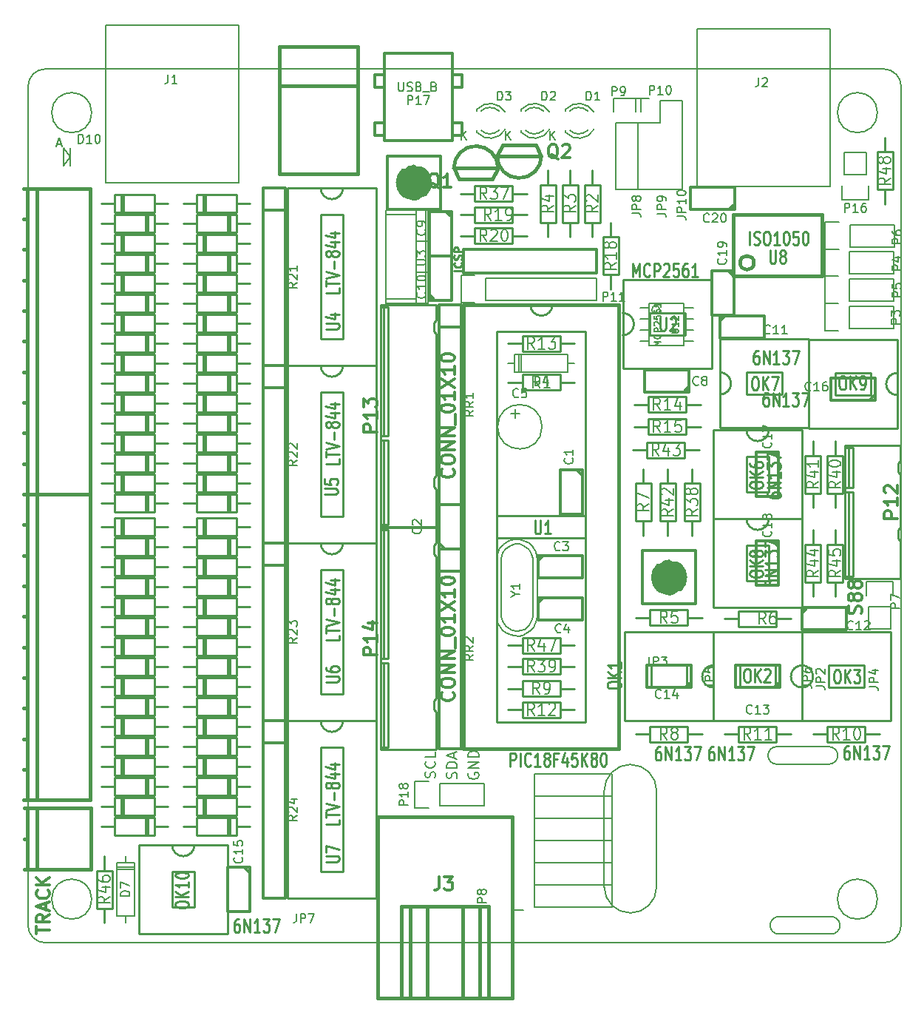
<source format=gto>
G04 #@! TF.FileFunction,Legend,Top*
%FSLAX46Y46*%
G04 Gerber Fmt 4.6, Leading zero omitted, Abs format (unit mm)*
G04 Created by KiCad (PCBNEW 4.0.1-stable) date Mittwoch, 24. Februar 2016 11:50:07*
%MOMM*%
G01*
G04 APERTURE LIST*
%ADD10C,0.100000*%
%ADD11C,0.200000*%
%ADD12C,0.150000*%
%ADD13C,0.127000*%
%ADD14C,0.304800*%
%ADD15C,0.254000*%
%ADD16C,0.381000*%
%ADD17C,0.317500*%
%ADD18C,2.540000*%
%ADD19C,0.149860*%
%ADD20C,0.222250*%
%ADD21C,0.203200*%
%ADD22C,0.285750*%
%ADD23C,0.287020*%
%ADD24C,0.300000*%
%ADD25C,0.195580*%
%ADD26C,0.198120*%
G04 APERTURE END LIST*
D10*
D11*
X120583400Y-115696885D02*
X120526257Y-115811171D01*
X120526257Y-115982600D01*
X120583400Y-116154028D01*
X120697686Y-116268314D01*
X120811971Y-116325457D01*
X121040543Y-116382600D01*
X121211971Y-116382600D01*
X121440543Y-116325457D01*
X121554829Y-116268314D01*
X121669114Y-116154028D01*
X121726257Y-115982600D01*
X121726257Y-115868314D01*
X121669114Y-115696885D01*
X121611971Y-115639742D01*
X121211971Y-115639742D01*
X121211971Y-115868314D01*
X121726257Y-115125457D02*
X120526257Y-115125457D01*
X121726257Y-114439742D01*
X120526257Y-114439742D01*
X121726257Y-113868314D02*
X120526257Y-113868314D01*
X120526257Y-113582599D01*
X120583400Y-113411171D01*
X120697686Y-113296885D01*
X120811971Y-113239742D01*
X121040543Y-113182599D01*
X121211971Y-113182599D01*
X121440543Y-113239742D01*
X121554829Y-113296885D01*
X121669114Y-113411171D01*
X121726257Y-113582599D01*
X121726257Y-113868314D01*
X116716114Y-116236572D02*
X116773257Y-116065143D01*
X116773257Y-115779429D01*
X116716114Y-115665143D01*
X116658971Y-115608000D01*
X116544686Y-115550857D01*
X116430400Y-115550857D01*
X116316114Y-115608000D01*
X116258971Y-115665143D01*
X116201829Y-115779429D01*
X116144686Y-116008000D01*
X116087543Y-116122286D01*
X116030400Y-116179429D01*
X115916114Y-116236572D01*
X115801829Y-116236572D01*
X115687543Y-116179429D01*
X115630400Y-116122286D01*
X115573257Y-116008000D01*
X115573257Y-115722286D01*
X115630400Y-115550857D01*
X116658971Y-114350857D02*
X116716114Y-114408000D01*
X116773257Y-114579429D01*
X116773257Y-114693715D01*
X116716114Y-114865143D01*
X116601829Y-114979429D01*
X116487543Y-115036572D01*
X116258971Y-115093715D01*
X116087543Y-115093715D01*
X115858971Y-115036572D01*
X115744686Y-114979429D01*
X115630400Y-114865143D01*
X115573257Y-114693715D01*
X115573257Y-114579429D01*
X115630400Y-114408000D01*
X115687543Y-114350857D01*
X116773257Y-113265143D02*
X116773257Y-113836572D01*
X115573257Y-113836572D01*
X119179914Y-116315943D02*
X119237057Y-116144514D01*
X119237057Y-115858800D01*
X119179914Y-115744514D01*
X119122771Y-115687371D01*
X119008486Y-115630228D01*
X118894200Y-115630228D01*
X118779914Y-115687371D01*
X118722771Y-115744514D01*
X118665629Y-115858800D01*
X118608486Y-116087371D01*
X118551343Y-116201657D01*
X118494200Y-116258800D01*
X118379914Y-116315943D01*
X118265629Y-116315943D01*
X118151343Y-116258800D01*
X118094200Y-116201657D01*
X118037057Y-116087371D01*
X118037057Y-115801657D01*
X118094200Y-115630228D01*
X119237057Y-115115943D02*
X118037057Y-115115943D01*
X118037057Y-114830228D01*
X118094200Y-114658800D01*
X118208486Y-114544514D01*
X118322771Y-114487371D01*
X118551343Y-114430228D01*
X118722771Y-114430228D01*
X118951343Y-114487371D01*
X119065629Y-114544514D01*
X119179914Y-114658800D01*
X119237057Y-114830228D01*
X119237057Y-115115943D01*
X118894200Y-113973086D02*
X118894200Y-113401657D01*
X119237057Y-114087371D02*
X118037057Y-113687371D01*
X119237057Y-113287371D01*
D12*
X156104000Y-132128000D02*
G75*
G03X155104000Y-133128000I0J-1000000D01*
G01*
X155104000Y-133128000D02*
G75*
G03X156104000Y-134128000I1000000J0D01*
G01*
X163104000Y-133128000D02*
G75*
G03X162104000Y-132128000I-1000000J0D01*
G01*
X162104000Y-134128000D02*
G75*
G03X163104000Y-133128000I0J1000000D01*
G01*
X162104000Y-134128000D02*
X156104000Y-134128000D01*
X156104000Y-132128000D02*
X162104000Y-132128000D01*
X155850000Y-112683000D02*
X161850000Y-112683000D01*
X161850000Y-114683000D02*
X155850000Y-114683000D01*
X161850000Y-114683000D02*
G75*
G03X162850000Y-113683000I0J1000000D01*
G01*
X162850000Y-113683000D02*
G75*
G03X161850000Y-112683000I-1000000J0D01*
G01*
X154850000Y-113683000D02*
G75*
G03X155850000Y-114683000I1000000J0D01*
G01*
X155850000Y-112683000D02*
G75*
G03X154850000Y-113683000I0J-1000000D01*
G01*
X136104000Y-117715000D02*
X136104000Y-128715000D01*
X142104000Y-117715000D02*
X142104000Y-128715000D01*
X139104000Y-131715000D02*
G75*
G03X142104000Y-128715000I0J3000000D01*
G01*
X136104000Y-128715000D02*
G75*
G03X139104000Y-131715000I3000000J0D01*
G01*
X142104000Y-117715000D02*
G75*
G03X139104000Y-114715000I-3000000J0D01*
G01*
X139104000Y-114715000D02*
G75*
G03X136104000Y-117715000I0J-3000000D01*
G01*
X70104000Y-37128000D02*
X70104000Y-133128000D01*
X168104000Y-35128000D02*
X72104000Y-35128000D01*
X170104000Y-133128000D02*
X170104000Y-37128000D01*
X72104000Y-135128000D02*
X168104000Y-135128000D01*
X72104000Y-35128000D02*
G75*
G03X70104000Y-37128000I0J-2000000D01*
G01*
X170104000Y-37128000D02*
G75*
G03X168104000Y-35128000I-2000000J0D01*
G01*
X168104000Y-135128000D02*
G75*
G03X170104000Y-133128000I0J2000000D01*
G01*
X70104000Y-133128000D02*
G75*
G03X72104000Y-135128000I2000000J0D01*
G01*
X114554000Y-61468000D02*
X111125000Y-61468000D01*
X114554000Y-51816000D02*
X111125000Y-51816000D01*
X115697000Y-61976000D02*
X115697000Y-51308000D01*
X114681000Y-58420000D02*
X115951000Y-58420000D01*
X114681000Y-54864000D02*
X115951000Y-54864000D01*
X114554000Y-51308000D02*
X114554000Y-61976000D01*
X111125000Y-61976000D02*
X111125000Y-51308000D01*
X115951000Y-51308000D02*
X111125000Y-51308000D01*
X115951000Y-61976000D02*
X111125000Y-61976000D01*
X115951000Y-61976000D02*
X115951000Y-51308000D01*
D13*
X145237200Y-61976000D02*
X141274800Y-61976000D01*
X141274800Y-61976000D02*
X141274800Y-66802000D01*
X141274800Y-66802000D02*
X145237200Y-66802000D01*
X145237200Y-66802000D02*
X145237200Y-61976000D01*
X145237200Y-62484000D02*
X146329400Y-62484000D01*
X145237200Y-63754000D02*
X146329400Y-63754000D01*
X145237200Y-65024000D02*
X146329400Y-65024000D01*
X146329400Y-66294000D02*
X145237200Y-66294000D01*
X141274800Y-66294000D02*
X140182600Y-66294000D01*
X140182600Y-65024000D02*
X141274800Y-65024000D01*
X140182600Y-63754000D02*
X141274800Y-63754000D01*
X140182600Y-62484000D02*
X141274800Y-62484000D01*
X142483867Y-62712600D02*
G75*
G03X142483867Y-62712600I-472467J0D01*
G01*
D12*
X131677800Y-42360400D02*
X131677800Y-42160400D01*
X131677800Y-39766400D02*
X131677800Y-39946400D01*
X134905544Y-40076757D02*
G75*
G03X131677800Y-39760400I-1727744J-1003643D01*
G01*
X134229806Y-39947332D02*
G75*
G03X132126800Y-39946400I-1052006J-1133068D01*
G01*
X131690580Y-42387126D02*
G75*
G03X134927800Y-42040400I1497220J1306726D01*
G01*
X132163911Y-42159653D02*
G75*
G03X134211800Y-42140400I1013889J1079253D01*
G01*
X126428500Y-74549000D02*
X125361700Y-74549000D01*
X125920500Y-74041000D02*
X125920500Y-75082400D01*
X128968500Y-76073000D02*
G75*
G03X128968500Y-76073000I-2540000J0D01*
G01*
D14*
X120015000Y-58521600D02*
X135255000Y-58521600D01*
X135255000Y-58521600D02*
X135255000Y-55778400D01*
X135255000Y-55778400D02*
X120015000Y-55778400D01*
X120015000Y-55778400D02*
X120015000Y-58521600D01*
D12*
X127111760Y-99187000D02*
X126710440Y-99387660D01*
X126710440Y-99387660D02*
X126111000Y-99489260D01*
X126111000Y-99489260D02*
X125610620Y-99387660D01*
X125610620Y-99387660D02*
X124912120Y-98988880D01*
X124912120Y-98988880D02*
X124510800Y-98386900D01*
X124510800Y-98386900D02*
X124310140Y-97787460D01*
X124310140Y-97787460D02*
X124310140Y-91188540D01*
X124310140Y-91188540D02*
X124510800Y-90487500D01*
X124510800Y-90487500D02*
X124810520Y-90088720D01*
X124810520Y-90088720D02*
X125310900Y-89687400D01*
X125310900Y-89687400D02*
X125910340Y-89486740D01*
X125910340Y-89486740D02*
X126410720Y-89486740D01*
X126410720Y-89486740D02*
X126911100Y-89687400D01*
X126911100Y-89687400D02*
X127510540Y-90187780D01*
X127510540Y-90187780D02*
X127810260Y-90688160D01*
X127810260Y-90688160D02*
X127911860Y-91188540D01*
X127911860Y-91287600D02*
X127911860Y-97889060D01*
X127911860Y-97889060D02*
X127810260Y-98287840D01*
X127810260Y-98287840D02*
X127510540Y-98788220D01*
X127510540Y-98788220D02*
X127010160Y-99288600D01*
X128440180Y-91297760D02*
X128391920Y-90838020D01*
X128391920Y-90838020D02*
X128280160Y-90439240D01*
X128280160Y-90439240D02*
X128061720Y-90007440D01*
X128061720Y-90007440D02*
X127830580Y-89717880D01*
X127830580Y-89717880D02*
X127480060Y-89387680D01*
X127480060Y-89387680D02*
X126941580Y-89098120D01*
X126941580Y-89098120D02*
X126342140Y-88968580D01*
X126342140Y-88968580D02*
X125831600Y-88968580D01*
X125831600Y-88968580D02*
X125130560Y-89138760D01*
X125130560Y-89138760D02*
X124541280Y-89537540D01*
X124541280Y-89537540D02*
X124170440Y-89997280D01*
X124170440Y-89997280D02*
X123962160Y-90418920D01*
X123962160Y-90418920D02*
X123802140Y-90868500D01*
X123802140Y-90868500D02*
X123771660Y-91307920D01*
X123990100Y-98648520D02*
X124211080Y-99026980D01*
X124211080Y-99026980D02*
X124490480Y-99347020D01*
X124490480Y-99347020D02*
X124820680Y-99598480D01*
X124820680Y-99598480D02*
X125371860Y-99898200D01*
X125371860Y-99898200D02*
X125841760Y-100007420D01*
X125841760Y-100007420D02*
X126301500Y-100027740D01*
X126301500Y-100027740D02*
X126761240Y-99938840D01*
X126761240Y-99938840D02*
X127210820Y-99748340D01*
X127210820Y-99748340D02*
X127680720Y-99387660D01*
X127680720Y-99387660D02*
X128000760Y-99037140D01*
X128000760Y-99037140D02*
X128231900Y-98648520D01*
X128231900Y-98648520D02*
X128371600Y-98219260D01*
X128371600Y-98219260D02*
X128440180Y-97777300D01*
X123781820Y-91287600D02*
X123781820Y-97739200D01*
X123781820Y-97739200D02*
X123819920Y-98158300D01*
X123819920Y-98158300D02*
X123990100Y-98648520D01*
X128440180Y-91287600D02*
X128440180Y-97739200D01*
X126597800Y-42360400D02*
X126597800Y-42160400D01*
X126597800Y-39766400D02*
X126597800Y-39946400D01*
X129825544Y-40076757D02*
G75*
G03X126597800Y-39760400I-1727744J-1003643D01*
G01*
X129149806Y-39947332D02*
G75*
G03X127046800Y-39946400I-1052006J-1133068D01*
G01*
X126610580Y-42387126D02*
G75*
G03X129847800Y-42040400I1497220J1306726D01*
G01*
X127083911Y-42159653D02*
G75*
G03X129131800Y-42140400I1013889J1079253D01*
G01*
X121517800Y-42360400D02*
X121517800Y-42160400D01*
X121517800Y-39766400D02*
X121517800Y-39946400D01*
X124745544Y-40076757D02*
G75*
G03X121517800Y-39760400I-1727744J-1003643D01*
G01*
X124069806Y-39947332D02*
G75*
G03X121966800Y-39946400I-1052006J-1133068D01*
G01*
X121530580Y-42387126D02*
G75*
G03X124767800Y-42040400I1497220J1306726D01*
G01*
X122003911Y-42159653D02*
G75*
G03X124051800Y-42140400I1013889J1079253D01*
G01*
X94234000Y-30099000D02*
X78994000Y-30099000D01*
X78994000Y-30099000D02*
X78994000Y-48133000D01*
X78994000Y-48133000D02*
X94234000Y-48133000D01*
X94234000Y-48133000D02*
X94234000Y-30099000D01*
X162001200Y-30581600D02*
X146761200Y-30581600D01*
X146761200Y-30581600D02*
X146761200Y-48615600D01*
X146761200Y-48615600D02*
X162001200Y-48615600D01*
X162001200Y-48615600D02*
X162001200Y-30581600D01*
X168910000Y-96647000D02*
X168910000Y-99187000D01*
X169190000Y-93827000D02*
X169190000Y-95377000D01*
X168910000Y-96647000D02*
X166370000Y-96647000D01*
X166090000Y-95377000D02*
X166090000Y-93827000D01*
X166090000Y-93827000D02*
X169190000Y-93827000D01*
X166370000Y-96647000D02*
X166370000Y-99187000D01*
X166370000Y-99187000D02*
X168910000Y-99187000D01*
X137464800Y-41300400D02*
X137464800Y-48920400D01*
X140004800Y-41300400D02*
X140004800Y-48920400D01*
X140284800Y-38480400D02*
X140284800Y-40030400D01*
X137464800Y-48920400D02*
X140004800Y-48920400D01*
X140004800Y-41300400D02*
X137464800Y-41300400D01*
X137184800Y-40030400D02*
X137184800Y-38480400D01*
X137184800Y-38480400D02*
X140284800Y-38480400D01*
X140004800Y-41300400D02*
X140004800Y-48920400D01*
X140004800Y-48920400D02*
X145084800Y-48920400D01*
X145084800Y-48920400D02*
X145084800Y-38760400D01*
X145084800Y-38760400D02*
X142544800Y-38760400D01*
X141274800Y-38480400D02*
X139724800Y-38480400D01*
X142544800Y-38760400D02*
X142544800Y-41300400D01*
X142544800Y-41300400D02*
X140004800Y-41300400D01*
X139724800Y-38480400D02*
X139724800Y-40030400D01*
X136973000Y-115824000D02*
X128143000Y-115824000D01*
X136973000Y-118364000D02*
X136973000Y-115824000D01*
X128143000Y-118364000D02*
X128143000Y-115824000D01*
X128143000Y-120904000D02*
X128143000Y-118364000D01*
X136973000Y-120904000D02*
X136973000Y-118364000D01*
X136973000Y-118364000D02*
X128143000Y-118364000D01*
X136973000Y-120904000D02*
X128143000Y-120904000D01*
X136973000Y-123444000D02*
X136973000Y-120904000D01*
X128143000Y-123444000D02*
X128143000Y-120904000D01*
X128143000Y-125984000D02*
X128143000Y-123444000D01*
X136973000Y-125984000D02*
X136973000Y-123444000D01*
X136973000Y-123444000D02*
X128143000Y-123444000D01*
X136973000Y-125984000D02*
X128143000Y-125984000D01*
X136973000Y-128524000D02*
X136973000Y-125984000D01*
X128143000Y-128524000D02*
X136973000Y-128524000D01*
X128143000Y-128524000D02*
X128143000Y-125984000D01*
X128143000Y-131064000D02*
X128143000Y-128524000D01*
X125473000Y-129794000D02*
X125473000Y-131344000D01*
X125473000Y-131344000D02*
X126873000Y-131344000D01*
X128143000Y-131064000D02*
X136973000Y-131064000D01*
X136973000Y-131064000D02*
X136973000Y-128524000D01*
X136973000Y-128524000D02*
X128143000Y-128524000D01*
X125095000Y-68834000D02*
X125857000Y-68834000D01*
X125857000Y-68834000D02*
X125857000Y-69850000D01*
X125857000Y-69850000D02*
X131953000Y-69850000D01*
X131953000Y-69850000D02*
X131953000Y-68834000D01*
X131953000Y-68834000D02*
X132715000Y-68834000D01*
X131953000Y-68834000D02*
X131953000Y-67818000D01*
X131953000Y-67818000D02*
X125857000Y-67818000D01*
X125857000Y-67818000D02*
X125857000Y-68834000D01*
X126365000Y-69850000D02*
X126365000Y-67818000D01*
X126619000Y-67818000D02*
X126619000Y-69850000D01*
D15*
X151511000Y-98044000D02*
X149860000Y-98044000D01*
X155829000Y-98044000D02*
X157480000Y-98044000D01*
X155829000Y-98933000D02*
X155829000Y-97155000D01*
X155829000Y-97155000D02*
X151511000Y-97155000D01*
X151511000Y-97155000D02*
X151511000Y-98933000D01*
X151511000Y-98933000D02*
X155829000Y-98933000D01*
X145669000Y-111252000D02*
X147320000Y-111252000D01*
X141351000Y-111252000D02*
X139700000Y-111252000D01*
X141351000Y-110363000D02*
X141351000Y-112141000D01*
X141351000Y-112141000D02*
X145669000Y-112141000D01*
X145669000Y-112141000D02*
X145669000Y-110363000D01*
X145669000Y-110363000D02*
X141351000Y-110363000D01*
X161671000Y-111252000D02*
X160020000Y-111252000D01*
X165989000Y-111252000D02*
X167640000Y-111252000D01*
X165989000Y-112141000D02*
X165989000Y-110363000D01*
X165989000Y-110363000D02*
X161671000Y-110363000D01*
X161671000Y-110363000D02*
X161671000Y-112141000D01*
X161671000Y-112141000D02*
X165989000Y-112141000D01*
X155829000Y-111252000D02*
X157480000Y-111252000D01*
X151511000Y-111252000D02*
X149860000Y-111252000D01*
X151511000Y-110363000D02*
X151511000Y-112141000D01*
X151511000Y-112141000D02*
X155829000Y-112141000D01*
X155829000Y-112141000D02*
X155829000Y-110363000D01*
X155829000Y-110363000D02*
X151511000Y-110363000D01*
X141160500Y-76073000D02*
X139509500Y-76073000D01*
X145478500Y-76073000D02*
X147129500Y-76073000D01*
X145478500Y-76962000D02*
X145478500Y-75184000D01*
X145478500Y-75184000D02*
X141160500Y-75184000D01*
X141160500Y-75184000D02*
X141160500Y-76962000D01*
X141160500Y-76962000D02*
X145478500Y-76962000D01*
X136842500Y-58674000D02*
X136842500Y-60325000D01*
X136842500Y-54356000D02*
X136842500Y-52705000D01*
X137731500Y-54356000D02*
X135953500Y-54356000D01*
X135953500Y-54356000D02*
X135953500Y-58674000D01*
X135953500Y-58674000D02*
X137731500Y-58674000D01*
X137731500Y-58674000D02*
X137731500Y-54356000D01*
X121285000Y-49403000D02*
X119634000Y-49403000D01*
X125603000Y-49403000D02*
X127254000Y-49403000D01*
X125603000Y-50292000D02*
X125603000Y-48514000D01*
X125603000Y-48514000D02*
X121285000Y-48514000D01*
X121285000Y-48514000D02*
X121285000Y-50292000D01*
X121285000Y-50292000D02*
X125603000Y-50292000D01*
X146177000Y-82550000D02*
X146177000Y-80899000D01*
X146177000Y-86868000D02*
X146177000Y-88519000D01*
X145288000Y-86868000D02*
X147066000Y-86868000D01*
X147066000Y-86868000D02*
X147066000Y-82550000D01*
X147066000Y-82550000D02*
X145288000Y-82550000D01*
X145288000Y-82550000D02*
X145288000Y-86868000D01*
X131064000Y-103505000D02*
X132715000Y-103505000D01*
X126746000Y-103505000D02*
X125095000Y-103505000D01*
X126746000Y-102616000D02*
X126746000Y-104394000D01*
X126746000Y-104394000D02*
X131064000Y-104394000D01*
X131064000Y-104394000D02*
X131064000Y-102616000D01*
X131064000Y-102616000D02*
X126746000Y-102616000D01*
X162560000Y-79375000D02*
X162560000Y-77724000D01*
X162560000Y-83693000D02*
X162560000Y-85344000D01*
X161671000Y-83693000D02*
X163449000Y-83693000D01*
X163449000Y-83693000D02*
X163449000Y-79375000D01*
X163449000Y-79375000D02*
X161671000Y-79375000D01*
X161671000Y-79375000D02*
X161671000Y-83693000D01*
X160020000Y-79375000D02*
X160020000Y-77724000D01*
X160020000Y-83693000D02*
X160020000Y-85344000D01*
X159131000Y-83693000D02*
X160909000Y-83693000D01*
X160909000Y-83693000D02*
X160909000Y-79375000D01*
X160909000Y-79375000D02*
X159131000Y-79375000D01*
X159131000Y-79375000D02*
X159131000Y-83693000D01*
X143383000Y-82550000D02*
X143383000Y-80899000D01*
X143383000Y-86868000D02*
X143383000Y-88519000D01*
X142494000Y-86868000D02*
X144272000Y-86868000D01*
X144272000Y-86868000D02*
X144272000Y-82550000D01*
X144272000Y-82550000D02*
X142494000Y-82550000D01*
X142494000Y-82550000D02*
X142494000Y-86868000D01*
X141020800Y-78740000D02*
X139369800Y-78740000D01*
X145338800Y-78740000D02*
X146989800Y-78740000D01*
X145338800Y-79629000D02*
X145338800Y-77851000D01*
X145338800Y-77851000D02*
X141020800Y-77851000D01*
X141020800Y-77851000D02*
X141020800Y-79629000D01*
X141020800Y-79629000D02*
X145338800Y-79629000D01*
X160020000Y-89535000D02*
X160020000Y-87884000D01*
X160020000Y-93853000D02*
X160020000Y-95504000D01*
X159131000Y-93853000D02*
X160909000Y-93853000D01*
X160909000Y-93853000D02*
X160909000Y-89535000D01*
X160909000Y-89535000D02*
X159131000Y-89535000D01*
X159131000Y-89535000D02*
X159131000Y-93853000D01*
X162560000Y-93853000D02*
X162560000Y-95504000D01*
X162560000Y-89535000D02*
X162560000Y-87884000D01*
X163449000Y-89535000D02*
X161671000Y-89535000D01*
X161671000Y-89535000D02*
X161671000Y-93853000D01*
X161671000Y-93853000D02*
X163449000Y-93853000D01*
X163449000Y-93853000D02*
X163449000Y-89535000D01*
X131064000Y-106045000D02*
X132715000Y-106045000D01*
X126746000Y-106045000D02*
X125095000Y-106045000D01*
X126746000Y-105156000D02*
X126746000Y-106934000D01*
X126746000Y-106934000D02*
X131064000Y-106934000D01*
X131064000Y-106934000D02*
X131064000Y-105156000D01*
X131064000Y-105156000D02*
X126746000Y-105156000D01*
X131064000Y-108458000D02*
X132715000Y-108458000D01*
X126746000Y-108458000D02*
X125095000Y-108458000D01*
X126746000Y-107569000D02*
X126746000Y-109347000D01*
X126746000Y-109347000D02*
X131064000Y-109347000D01*
X131064000Y-109347000D02*
X131064000Y-107569000D01*
X131064000Y-107569000D02*
X126746000Y-107569000D01*
X126746000Y-66548000D02*
X125095000Y-66548000D01*
X131064000Y-66548000D02*
X132715000Y-66548000D01*
X131064000Y-67437000D02*
X131064000Y-65659000D01*
X131064000Y-65659000D02*
X126746000Y-65659000D01*
X126746000Y-65659000D02*
X126746000Y-67437000D01*
X126746000Y-67437000D02*
X131064000Y-67437000D01*
X145478500Y-73533000D02*
X147129500Y-73533000D01*
X141160500Y-73533000D02*
X139509500Y-73533000D01*
X141160500Y-72644000D02*
X141160500Y-74422000D01*
X141160500Y-74422000D02*
X145478500Y-74422000D01*
X145478500Y-74422000D02*
X145478500Y-72644000D01*
X145478500Y-72644000D02*
X141160500Y-72644000D01*
D12*
X167390000Y-130128000D02*
G75*
G03X167390000Y-130128000I-2286000J0D01*
G01*
X167390000Y-40128000D02*
G75*
G03X167390000Y-40128000I-2286000J0D01*
G01*
X77390000Y-130128000D02*
G75*
G03X77390000Y-130128000I-2286000J0D01*
G01*
X77390000Y-40128000D02*
G75*
G03X77390000Y-40128000I-2286000J0D01*
G01*
D15*
X141478000Y-103378000D02*
X145542000Y-103378000D01*
X145542000Y-105918000D02*
X141478000Y-105918000D01*
X138430000Y-99568000D02*
X148590000Y-99568000D01*
X138430000Y-109728000D02*
X148590000Y-109728000D01*
X147320000Y-104648000D02*
G75*
G03X148590000Y-105918000I1270000J0D01*
G01*
X148590000Y-103378000D02*
G75*
G03X147320000Y-104648000I0J-1270000D01*
G01*
X145542000Y-105918000D02*
X145542000Y-103378000D01*
X141478000Y-103378000D02*
X141478000Y-105918000D01*
X138430000Y-109728000D02*
X138430000Y-99568000D01*
X148590000Y-99568000D02*
X148590000Y-109728000D01*
X151638000Y-103378000D02*
X155702000Y-103378000D01*
X155702000Y-105918000D02*
X151638000Y-105918000D01*
X148590000Y-99568000D02*
X158750000Y-99568000D01*
X148590000Y-109728000D02*
X158750000Y-109728000D01*
X157480000Y-104648000D02*
G75*
G03X158750000Y-105918000I1270000J0D01*
G01*
X158750000Y-103378000D02*
G75*
G03X157480000Y-104648000I0J-1270000D01*
G01*
X155702000Y-105918000D02*
X155702000Y-103378000D01*
X151638000Y-103378000D02*
X151638000Y-105918000D01*
X148590000Y-109728000D02*
X148590000Y-99568000D01*
X158750000Y-99568000D02*
X158750000Y-109728000D01*
X165862000Y-105918000D02*
X161798000Y-105918000D01*
X161798000Y-103378000D02*
X165862000Y-103378000D01*
X168910000Y-109728000D02*
X158750000Y-109728000D01*
X168910000Y-99568000D02*
X158750000Y-99568000D01*
X160020000Y-104648000D02*
G75*
G03X158750000Y-103378000I-1270000J0D01*
G01*
X158750000Y-105918000D02*
G75*
G03X160020000Y-104648000I0J1270000D01*
G01*
X161798000Y-103378000D02*
X161798000Y-105918000D01*
X165862000Y-105918000D02*
X165862000Y-103378000D01*
X168910000Y-99568000D02*
X168910000Y-109728000D01*
X158750000Y-109728000D02*
X158750000Y-99568000D01*
X133985000Y-65151000D02*
X133985000Y-109855000D01*
X123825000Y-109855000D02*
X123825000Y-65151000D01*
D16*
X120015000Y-62103000D02*
X120015000Y-112903000D01*
X137795000Y-62103000D02*
X137795000Y-112903000D01*
X137795000Y-112903000D02*
X120015000Y-112903000D01*
X120015000Y-62103000D02*
X137795000Y-62103000D01*
D15*
X133985000Y-86233000D02*
X123825000Y-86233000D01*
X123825000Y-88773000D02*
X133985000Y-88773000D01*
X133985000Y-109855000D02*
X123825000Y-109855000D01*
X133985000Y-65151000D02*
X123825000Y-65151000D01*
D16*
X130175000Y-62103000D02*
X127635000Y-62103000D01*
D15*
X128905000Y-63373000D02*
G75*
G03X130175000Y-62103000I0J1270000D01*
G01*
X127635000Y-62103000D02*
G75*
G03X128905000Y-63373000I1270000J0D01*
G01*
X103632000Y-66040000D02*
X103632000Y-51816000D01*
X106172000Y-51816000D02*
X106172000Y-66040000D01*
X109982000Y-69088000D02*
X109982000Y-48768000D01*
X99822000Y-48768000D02*
X99822000Y-69088000D01*
X104902000Y-50038000D02*
G75*
G03X106172000Y-48768000I0J1270000D01*
G01*
X103632000Y-48768000D02*
G75*
G03X104902000Y-50038000I1270000J0D01*
G01*
X106172000Y-51816000D02*
X103632000Y-51816000D01*
X103632000Y-66040000D02*
X106172000Y-66040000D01*
X109982000Y-69088000D02*
X99822000Y-69088000D01*
X99822000Y-48768000D02*
X109982000Y-48768000D01*
X103632000Y-127000000D02*
X103632000Y-112776000D01*
X106172000Y-112776000D02*
X106172000Y-127000000D01*
X109982000Y-130048000D02*
X109982000Y-109728000D01*
X99822000Y-109728000D02*
X99822000Y-130048000D01*
X104902000Y-110998000D02*
G75*
G03X106172000Y-109728000I0J1270000D01*
G01*
X103632000Y-109728000D02*
G75*
G03X104902000Y-110998000I1270000J0D01*
G01*
X106172000Y-112776000D02*
X103632000Y-112776000D01*
X103632000Y-127000000D02*
X106172000Y-127000000D01*
X109982000Y-130048000D02*
X99822000Y-130048000D01*
X99822000Y-109728000D02*
X109982000Y-109728000D01*
X103632000Y-106680000D02*
X103632000Y-92456000D01*
X106172000Y-92456000D02*
X106172000Y-106680000D01*
X109982000Y-109728000D02*
X109982000Y-89408000D01*
X99822000Y-89408000D02*
X99822000Y-109728000D01*
X104902000Y-90678000D02*
G75*
G03X106172000Y-89408000I0J1270000D01*
G01*
X103632000Y-89408000D02*
G75*
G03X104902000Y-90678000I1270000J0D01*
G01*
X106172000Y-92456000D02*
X103632000Y-92456000D01*
X103632000Y-106680000D02*
X106172000Y-106680000D01*
X109982000Y-109728000D02*
X99822000Y-109728000D01*
X99822000Y-89408000D02*
X109982000Y-89408000D01*
D12*
X164236400Y-55499000D02*
X169316400Y-55499000D01*
X169316400Y-55499000D02*
X169316400Y-52959000D01*
X169316400Y-52959000D02*
X164236400Y-52959000D01*
X161416400Y-52679000D02*
X162966400Y-52679000D01*
X164236400Y-52959000D02*
X164236400Y-55499000D01*
X162966400Y-55779000D02*
X161416400Y-55779000D01*
X161416400Y-55779000D02*
X161416400Y-52679000D01*
X164185600Y-58572400D02*
X169265600Y-58572400D01*
X169265600Y-58572400D02*
X169265600Y-56032400D01*
X169265600Y-56032400D02*
X164185600Y-56032400D01*
X161365600Y-55752400D02*
X162915600Y-55752400D01*
X164185600Y-56032400D02*
X164185600Y-58572400D01*
X162915600Y-58852400D02*
X161365600Y-58852400D01*
X161365600Y-58852400D02*
X161365600Y-55752400D01*
X164185600Y-61671200D02*
X169265600Y-61671200D01*
X169265600Y-61671200D02*
X169265600Y-59131200D01*
X169265600Y-59131200D02*
X164185600Y-59131200D01*
X161365600Y-58851200D02*
X162915600Y-58851200D01*
X164185600Y-59131200D02*
X164185600Y-61671200D01*
X162915600Y-61951200D02*
X161365600Y-61951200D01*
X161365600Y-61951200D02*
X161365600Y-58851200D01*
X164185600Y-64795400D02*
X169265600Y-64795400D01*
X169265600Y-64795400D02*
X169265600Y-62255400D01*
X169265600Y-62255400D02*
X164185600Y-62255400D01*
X161365600Y-61975400D02*
X162915600Y-61975400D01*
X164185600Y-62255400D02*
X164185600Y-64795400D01*
X162915600Y-65075400D02*
X161365600Y-65075400D01*
X161365600Y-65075400D02*
X161365600Y-61975400D01*
D15*
X152400000Y-83566000D02*
X152400000Y-79502000D01*
X154940000Y-79502000D02*
X154940000Y-83566000D01*
X148590000Y-86614000D02*
X148590000Y-76454000D01*
X158750000Y-86614000D02*
X158750000Y-76454000D01*
X153670000Y-77724000D02*
G75*
G03X154940000Y-76454000I0J1270000D01*
G01*
X152400000Y-76454000D02*
G75*
G03X153670000Y-77724000I1270000J0D01*
G01*
X154940000Y-79502000D02*
X152400000Y-79502000D01*
X152400000Y-83566000D02*
X154940000Y-83566000D01*
X158750000Y-86614000D02*
X148590000Y-86614000D01*
X148590000Y-76454000D02*
X158750000Y-76454000D01*
X156464000Y-72390000D02*
X152400000Y-72390000D01*
X152400000Y-69850000D02*
X156464000Y-69850000D01*
X159512000Y-76200000D02*
X149352000Y-76200000D01*
X159512000Y-66040000D02*
X149352000Y-66040000D01*
X150622000Y-71120000D02*
G75*
G03X149352000Y-69850000I-1270000J0D01*
G01*
X149352000Y-72390000D02*
G75*
G03X150622000Y-71120000I0J1270000D01*
G01*
X152400000Y-69850000D02*
X152400000Y-72390000D01*
X156464000Y-72390000D02*
X156464000Y-69850000D01*
X159512000Y-66040000D02*
X159512000Y-76200000D01*
X149352000Y-76200000D02*
X149352000Y-66040000D01*
X152400000Y-93726000D02*
X152400000Y-89662000D01*
X154940000Y-89662000D02*
X154940000Y-93726000D01*
X148590000Y-96774000D02*
X148590000Y-86614000D01*
X158750000Y-96774000D02*
X158750000Y-86614000D01*
X153670000Y-87884000D02*
G75*
G03X154940000Y-86614000I0J1270000D01*
G01*
X152400000Y-86614000D02*
G75*
G03X153670000Y-87884000I1270000J0D01*
G01*
X154940000Y-89662000D02*
X152400000Y-89662000D01*
X152400000Y-93726000D02*
X154940000Y-93726000D01*
X158750000Y-96774000D02*
X148590000Y-96774000D01*
X148590000Y-86614000D02*
X158750000Y-86614000D01*
X162560000Y-69913500D02*
X166624000Y-69913500D01*
X166624000Y-72453500D02*
X162560000Y-72453500D01*
X159512000Y-66103500D02*
X169672000Y-66103500D01*
X159512000Y-76263500D02*
X169672000Y-76263500D01*
X168402000Y-71183500D02*
G75*
G03X169672000Y-72453500I1270000J0D01*
G01*
X169672000Y-69913500D02*
G75*
G03X168402000Y-71183500I0J-1270000D01*
G01*
X166624000Y-72453500D02*
X166624000Y-69913500D01*
X162560000Y-69913500D02*
X162560000Y-72453500D01*
X159512000Y-76263500D02*
X159512000Y-66103500D01*
X169672000Y-66103500D02*
X169672000Y-76263500D01*
X145351500Y-65595500D02*
X141287500Y-65595500D01*
X141287500Y-63055500D02*
X145351500Y-63055500D01*
X148399500Y-69405500D02*
X138239500Y-69405500D01*
X148399500Y-59245500D02*
X138239500Y-59245500D01*
X139509500Y-64325500D02*
G75*
G03X138239500Y-63055500I-1270000J0D01*
G01*
X138239500Y-65595500D02*
G75*
G03X139509500Y-64325500I0J1270000D01*
G01*
X141287500Y-63055500D02*
X141287500Y-65595500D01*
X145351500Y-65595500D02*
X145351500Y-63055500D01*
X148399500Y-59245500D02*
X148399500Y-69405500D01*
X138239500Y-69405500D02*
X138239500Y-59245500D01*
X132207000Y-48387000D02*
X132207000Y-46736000D01*
X132207000Y-52705000D02*
X132207000Y-54356000D01*
X131318000Y-52705000D02*
X133096000Y-52705000D01*
X133096000Y-52705000D02*
X133096000Y-48387000D01*
X133096000Y-48387000D02*
X131318000Y-48387000D01*
X131318000Y-48387000D02*
X131318000Y-52705000D01*
X134747000Y-48387000D02*
X134747000Y-46736000D01*
X134747000Y-52705000D02*
X134747000Y-54356000D01*
X133858000Y-52705000D02*
X135636000Y-52705000D01*
X135636000Y-52705000D02*
X135636000Y-48387000D01*
X135636000Y-48387000D02*
X133858000Y-48387000D01*
X133858000Y-48387000D02*
X133858000Y-52705000D01*
X125603000Y-54229000D02*
X127254000Y-54229000D01*
X121285000Y-54229000D02*
X119634000Y-54229000D01*
X121285000Y-53340000D02*
X121285000Y-55118000D01*
X121285000Y-55118000D02*
X125603000Y-55118000D01*
X125603000Y-55118000D02*
X125603000Y-53340000D01*
X125603000Y-53340000D02*
X121285000Y-53340000D01*
X141351000Y-97917000D02*
X139700000Y-97917000D01*
X145669000Y-97917000D02*
X147320000Y-97917000D01*
X145669000Y-98806000D02*
X145669000Y-97028000D01*
X145669000Y-97028000D02*
X141351000Y-97028000D01*
X141351000Y-97028000D02*
X141351000Y-98806000D01*
X141351000Y-98806000D02*
X145669000Y-98806000D01*
X131064000Y-70993000D02*
X132715000Y-70993000D01*
X126746000Y-70993000D02*
X125095000Y-70993000D01*
X126746000Y-70104000D02*
X126746000Y-71882000D01*
X126746000Y-71882000D02*
X131064000Y-71882000D01*
X131064000Y-71882000D02*
X131064000Y-70104000D01*
X131064000Y-70104000D02*
X126746000Y-70104000D01*
X125603000Y-51816000D02*
X127254000Y-51816000D01*
X121285000Y-51816000D02*
X119634000Y-51816000D01*
X121285000Y-50927000D02*
X121285000Y-52705000D01*
X121285000Y-52705000D02*
X125603000Y-52705000D01*
X125603000Y-52705000D02*
X125603000Y-50927000D01*
X125603000Y-50927000D02*
X121285000Y-50927000D01*
X140589000Y-82550000D02*
X140589000Y-80899000D01*
X140589000Y-86868000D02*
X140589000Y-88519000D01*
X139700000Y-86868000D02*
X141478000Y-86868000D01*
X141478000Y-86868000D02*
X141478000Y-82550000D01*
X141478000Y-82550000D02*
X139700000Y-82550000D01*
X139700000Y-82550000D02*
X139700000Y-86868000D01*
D12*
X122555000Y-61595000D02*
X135255000Y-61595000D01*
X135255000Y-61595000D02*
X135255000Y-59055000D01*
X135255000Y-59055000D02*
X122555000Y-59055000D01*
X119735000Y-61875000D02*
X121285000Y-61875000D01*
X122555000Y-61595000D02*
X122555000Y-59055000D01*
X121285000Y-58775000D02*
X119735000Y-58775000D01*
X119735000Y-58775000D02*
X119735000Y-61875000D01*
X81280000Y-125222000D02*
X81280000Y-125984000D01*
X81280000Y-125984000D02*
X80264000Y-125984000D01*
X80264000Y-125984000D02*
X80264000Y-132080000D01*
X80264000Y-132080000D02*
X81280000Y-132080000D01*
X81280000Y-132080000D02*
X81280000Y-132842000D01*
X81280000Y-132080000D02*
X82296000Y-132080000D01*
X82296000Y-132080000D02*
X82296000Y-125984000D01*
X82296000Y-125984000D02*
X81280000Y-125984000D01*
X80264000Y-126492000D02*
X82296000Y-126492000D01*
X82296000Y-126746000D02*
X80264000Y-126746000D01*
D15*
X86614000Y-131064000D02*
X86614000Y-127000000D01*
X89154000Y-127000000D02*
X89154000Y-131064000D01*
X82804000Y-134112000D02*
X82804000Y-123952000D01*
X92964000Y-134112000D02*
X92964000Y-123952000D01*
X87884000Y-125222000D02*
G75*
G03X89154000Y-123952000I0J1270000D01*
G01*
X86614000Y-123952000D02*
G75*
G03X87884000Y-125222000I1270000J0D01*
G01*
X89154000Y-127000000D02*
X86614000Y-127000000D01*
X86614000Y-131064000D02*
X89154000Y-131064000D01*
X92964000Y-134112000D02*
X82804000Y-134112000D01*
X82804000Y-123952000D02*
X92964000Y-123952000D01*
X78867000Y-131191000D02*
X78867000Y-132842000D01*
X78867000Y-126873000D02*
X78867000Y-125222000D01*
X79756000Y-126873000D02*
X77978000Y-126873000D01*
X77978000Y-126873000D02*
X77978000Y-131191000D01*
X77978000Y-131191000D02*
X79756000Y-131191000D01*
X79756000Y-131191000D02*
X79756000Y-126873000D01*
X131064000Y-101092000D02*
X132715000Y-101092000D01*
X126746000Y-101092000D02*
X125095000Y-101092000D01*
X126746000Y-100203000D02*
X126746000Y-101981000D01*
X126746000Y-101981000D02*
X131064000Y-101981000D01*
X131064000Y-101981000D02*
X131064000Y-100203000D01*
X131064000Y-100203000D02*
X126746000Y-100203000D01*
D12*
X163576000Y-47244000D02*
X163576000Y-44704000D01*
X163296000Y-50064000D02*
X163296000Y-48514000D01*
X163576000Y-47244000D02*
X166116000Y-47244000D01*
X166396000Y-48514000D02*
X166396000Y-50064000D01*
X166396000Y-50064000D02*
X163296000Y-50064000D01*
X166116000Y-47244000D02*
X166116000Y-44704000D01*
X166116000Y-44704000D02*
X163576000Y-44704000D01*
D15*
X168249600Y-44627800D02*
X168249600Y-42976800D01*
X168249600Y-48945800D02*
X168249600Y-50596800D01*
X167360600Y-48945800D02*
X169138600Y-48945800D01*
X169138600Y-48945800D02*
X169138600Y-44627800D01*
X169138600Y-44627800D02*
X167360600Y-44627800D01*
X167360600Y-44627800D02*
X167360600Y-48945800D01*
D16*
X70068000Y-123218000D02*
X69668000Y-123218000D01*
X71168000Y-119718000D02*
X71168000Y-126718000D01*
X70068000Y-119718000D02*
X70068000Y-126718000D01*
X77268000Y-119718000D02*
X69668000Y-119718000D01*
X69668000Y-126718000D02*
X77268000Y-126718000D01*
X77268000Y-126718000D02*
X77268000Y-119718000D01*
D14*
X119761000Y-64643000D02*
X117221000Y-64643000D01*
X119761000Y-62103000D02*
X119761000Y-84963000D01*
X119761000Y-84963000D02*
X117221000Y-84963000D01*
X117221000Y-84963000D02*
X117221000Y-62103000D01*
X117221000Y-62103000D02*
X119761000Y-62103000D01*
X119761000Y-92583000D02*
X117221000Y-92583000D01*
X119761000Y-90043000D02*
X119761000Y-112903000D01*
X119761000Y-112903000D02*
X117221000Y-112903000D01*
X117221000Y-112903000D02*
X117221000Y-90043000D01*
X117221000Y-90043000D02*
X119761000Y-90043000D01*
D16*
X70006000Y-111782500D02*
X69606000Y-111782500D01*
X70006000Y-115282500D02*
X69606000Y-115282500D01*
X70006000Y-108282500D02*
X69606000Y-108282500D01*
X70006000Y-94282500D02*
X69606000Y-94282500D01*
X70006000Y-104782500D02*
X69606000Y-104782500D01*
X70006000Y-101282500D02*
X69606000Y-101282500D01*
X70006000Y-87282500D02*
X69606000Y-87282500D01*
X70006000Y-90782500D02*
X69606000Y-90782500D01*
X70006000Y-97782500D02*
X69606000Y-97782500D01*
X71106000Y-83782500D02*
X71106000Y-118782500D01*
X70006000Y-83782500D02*
X70006000Y-118782500D01*
X77206000Y-83782500D02*
X69606000Y-83782500D01*
X69606000Y-118782500D02*
X77206000Y-118782500D01*
X77206000Y-118782500D02*
X77206000Y-83782500D01*
X70006000Y-76794000D02*
X69606000Y-76794000D01*
X70006000Y-80294000D02*
X69606000Y-80294000D01*
X70006000Y-73294000D02*
X69606000Y-73294000D01*
X70006000Y-59294000D02*
X69606000Y-59294000D01*
X70006000Y-69794000D02*
X69606000Y-69794000D01*
X70006000Y-66294000D02*
X69606000Y-66294000D01*
X70006000Y-52294000D02*
X69606000Y-52294000D01*
X70006000Y-55794000D02*
X69606000Y-55794000D01*
X70006000Y-62794000D02*
X69606000Y-62794000D01*
X71106000Y-48794000D02*
X71106000Y-83794000D01*
X70006000Y-48794000D02*
X70006000Y-83794000D01*
X77206000Y-48794000D02*
X69606000Y-48794000D01*
X69606000Y-83794000D02*
X77206000Y-83794000D01*
X77206000Y-83794000D02*
X77206000Y-48794000D01*
D14*
X149402800Y-63373000D02*
X154432000Y-63373000D01*
X154432000Y-63373000D02*
X154432000Y-65913000D01*
X154432000Y-65913000D02*
X149352000Y-65913000D01*
X149352000Y-65913000D02*
X149352000Y-63373000D01*
X149352000Y-64008000D02*
X149987000Y-63373000D01*
X158800800Y-96774000D02*
X163830000Y-96774000D01*
X163830000Y-96774000D02*
X163830000Y-99314000D01*
X163830000Y-99314000D02*
X158750000Y-99314000D01*
X158750000Y-99314000D02*
X158750000Y-96774000D01*
X158750000Y-97409000D02*
X159385000Y-96774000D01*
X156159200Y-105918000D02*
X151130000Y-105918000D01*
X151130000Y-105918000D02*
X151130000Y-103378000D01*
X151130000Y-103378000D02*
X156210000Y-103378000D01*
X156210000Y-103378000D02*
X156210000Y-105918000D01*
X156210000Y-105283000D02*
X155575000Y-105918000D01*
X145999200Y-105918000D02*
X140970000Y-105918000D01*
X140970000Y-105918000D02*
X140970000Y-103378000D01*
X140970000Y-103378000D02*
X146050000Y-103378000D01*
X146050000Y-103378000D02*
X146050000Y-105918000D01*
X146050000Y-105283000D02*
X145415000Y-105918000D01*
X95504000Y-126542800D02*
X95504000Y-131572000D01*
X95504000Y-131572000D02*
X92964000Y-131572000D01*
X92964000Y-131572000D02*
X92964000Y-126492000D01*
X92964000Y-126492000D02*
X95504000Y-126492000D01*
X94869000Y-126492000D02*
X95504000Y-127127000D01*
X117221000Y-89992200D02*
X117221000Y-84963000D01*
X117221000Y-84963000D02*
X119761000Y-84963000D01*
X119761000Y-84963000D02*
X119761000Y-90043000D01*
X119761000Y-90043000D02*
X117221000Y-90043000D01*
X117856000Y-90043000D02*
X117221000Y-89408000D01*
D15*
X129667000Y-48387000D02*
X129667000Y-46736000D01*
X129667000Y-52705000D02*
X129667000Y-54356000D01*
X128778000Y-52705000D02*
X130556000Y-52705000D01*
X130556000Y-52705000D02*
X130556000Y-48387000D01*
X130556000Y-48387000D02*
X128778000Y-48387000D01*
X128778000Y-48387000D02*
X128778000Y-52705000D01*
D14*
X118618000Y-51485800D02*
X118618000Y-56515000D01*
X118618000Y-56515000D02*
X116078000Y-56515000D01*
X116078000Y-56515000D02*
X116078000Y-51435000D01*
X116078000Y-51435000D02*
X118618000Y-51435000D01*
X117983000Y-51435000D02*
X118618000Y-52070000D01*
X116078000Y-61544200D02*
X116078000Y-56515000D01*
X116078000Y-56515000D02*
X118618000Y-56515000D01*
X118618000Y-56515000D02*
X118618000Y-61595000D01*
X118618000Y-61595000D02*
X116078000Y-61595000D01*
X116713000Y-61595000D02*
X116078000Y-60960000D01*
X128574800Y-90805000D02*
X133604000Y-90805000D01*
X133604000Y-90805000D02*
X133604000Y-93345000D01*
X133604000Y-93345000D02*
X128524000Y-93345000D01*
X128524000Y-93345000D02*
X128524000Y-90805000D01*
X128524000Y-91440000D02*
X129159000Y-90805000D01*
X128574800Y-95631000D02*
X133604000Y-95631000D01*
X133604000Y-95631000D02*
X133604000Y-98171000D01*
X133604000Y-98171000D02*
X128524000Y-98171000D01*
X128524000Y-98171000D02*
X128524000Y-95631000D01*
X128524000Y-96266000D02*
X129159000Y-95631000D01*
X133604000Y-81076800D02*
X133604000Y-86106000D01*
X133604000Y-86106000D02*
X131064000Y-86106000D01*
X131064000Y-86106000D02*
X131064000Y-81026000D01*
X131064000Y-81026000D02*
X133604000Y-81026000D01*
X132969000Y-81026000D02*
X133604000Y-81661000D01*
X167081200Y-73025000D02*
X162052000Y-73025000D01*
X162052000Y-73025000D02*
X162052000Y-70485000D01*
X162052000Y-70485000D02*
X167132000Y-70485000D01*
X167132000Y-70485000D02*
X167132000Y-73025000D01*
X167132000Y-72390000D02*
X166497000Y-73025000D01*
X156083000Y-79044800D02*
X156083000Y-84074000D01*
X156083000Y-84074000D02*
X153543000Y-84074000D01*
X153543000Y-84074000D02*
X153543000Y-78994000D01*
X153543000Y-78994000D02*
X156083000Y-78994000D01*
X155448000Y-78994000D02*
X156083000Y-79629000D01*
X156083000Y-89204800D02*
X156083000Y-94234000D01*
X156083000Y-94234000D02*
X153543000Y-94234000D01*
X153543000Y-94234000D02*
X153543000Y-89154000D01*
X153543000Y-89154000D02*
X156083000Y-89154000D01*
X155448000Y-89154000D02*
X156083000Y-89789000D01*
D17*
X99568000Y-48768000D02*
X99568000Y-69088000D01*
X97028000Y-69088000D02*
X97028000Y-48768000D01*
D14*
X99568000Y-51308000D02*
X97028000Y-51308000D01*
D17*
X99568000Y-69088000D02*
X97028000Y-69088000D01*
D14*
X97028000Y-48768000D02*
X99568000Y-48768000D01*
D17*
X99568000Y-69088000D02*
X99568000Y-89408000D01*
X97028000Y-89408000D02*
X97028000Y-69088000D01*
D14*
X99568000Y-71628000D02*
X97028000Y-71628000D01*
D17*
X99568000Y-89408000D02*
X97028000Y-89408000D01*
D14*
X97028000Y-69088000D02*
X99568000Y-69088000D01*
D17*
X99568000Y-89408000D02*
X99568000Y-109728000D01*
X97028000Y-109728000D02*
X97028000Y-89408000D01*
D14*
X99568000Y-91948000D02*
X97028000Y-91948000D01*
D17*
X99568000Y-109728000D02*
X97028000Y-109728000D01*
D14*
X97028000Y-89408000D02*
X99568000Y-89408000D01*
D17*
X99568000Y-109728000D02*
X99568000Y-130048000D01*
X97028000Y-130048000D02*
X97028000Y-109728000D01*
D14*
X99568000Y-112268000D02*
X97028000Y-112268000D01*
D17*
X99568000Y-130048000D02*
X97028000Y-130048000D01*
D14*
X97028000Y-109728000D02*
X99568000Y-109728000D01*
D15*
X111379000Y-77089000D02*
X111379000Y-62357000D01*
X110871000Y-77089000D02*
X110871000Y-62357000D01*
X110490000Y-87503000D02*
X110490000Y-62103000D01*
X116840000Y-81661000D02*
X116840000Y-65405000D01*
X110871000Y-77597000D02*
X110871000Y-87249000D01*
X111379000Y-77597000D02*
X111379000Y-87249000D01*
X111379000Y-87249000D02*
X110490000Y-87249000D01*
X111379000Y-62357000D02*
X110490000Y-62357000D01*
X111379000Y-77089000D02*
X110490000Y-77089000D01*
X111379000Y-77597000D02*
X110490000Y-77597000D01*
X116840000Y-83185000D02*
X116840000Y-87503000D01*
X116586000Y-65151000D02*
X116586000Y-64135000D01*
X116586000Y-65151000D02*
X116840000Y-65405000D01*
X116586000Y-64135000D02*
X116840000Y-63881000D01*
X116840000Y-63881000D02*
X116840000Y-62103000D01*
X116586000Y-81915000D02*
X116840000Y-81661000D01*
X116586000Y-82931000D02*
X116840000Y-83185000D01*
X116586000Y-82931000D02*
X116586000Y-81915000D01*
X110490000Y-62103000D02*
X116840000Y-62103000D01*
X116840000Y-87503000D02*
X110490000Y-87503000D01*
X111379000Y-102616000D02*
X111379000Y-87884000D01*
X110871000Y-102616000D02*
X110871000Y-87884000D01*
X110490000Y-113030000D02*
X110490000Y-87630000D01*
X116840000Y-107188000D02*
X116840000Y-90932000D01*
X110871000Y-103124000D02*
X110871000Y-112776000D01*
X111379000Y-103124000D02*
X111379000Y-112776000D01*
X111379000Y-112776000D02*
X110490000Y-112776000D01*
X111379000Y-87884000D02*
X110490000Y-87884000D01*
X111379000Y-102616000D02*
X110490000Y-102616000D01*
X111379000Y-103124000D02*
X110490000Y-103124000D01*
X116840000Y-108712000D02*
X116840000Y-113030000D01*
X116586000Y-90678000D02*
X116586000Y-89662000D01*
X116586000Y-90678000D02*
X116840000Y-90932000D01*
X116586000Y-89662000D02*
X116840000Y-89408000D01*
X116840000Y-89408000D02*
X116840000Y-87630000D01*
X116586000Y-107442000D02*
X116840000Y-107188000D01*
X116586000Y-108458000D02*
X116840000Y-108712000D01*
X116586000Y-108458000D02*
X116586000Y-107442000D01*
X110490000Y-87630000D02*
X116840000Y-87630000D01*
X116840000Y-113030000D02*
X110490000Y-113030000D01*
X164592000Y-83058000D02*
X164592000Y-78486000D01*
X164084000Y-83058000D02*
X164084000Y-78486000D01*
X164084000Y-83566000D02*
X164084000Y-93218000D01*
X164592000Y-83566000D02*
X164592000Y-93218000D01*
X164592000Y-93218000D02*
X163703000Y-93218000D01*
X164592000Y-78486000D02*
X163703000Y-78486000D01*
X164592000Y-83058000D02*
X163703000Y-83058000D01*
X164592000Y-83566000D02*
X163703000Y-83566000D01*
X163703000Y-93472000D02*
X163703000Y-78232000D01*
X170053000Y-87630000D02*
X170053000Y-81534000D01*
X170053000Y-89154000D02*
X170053000Y-93472000D01*
X169799000Y-81280000D02*
X169799000Y-80264000D01*
X169799000Y-81280000D02*
X170053000Y-81534000D01*
X169799000Y-80264000D02*
X170053000Y-80010000D01*
X170053000Y-80010000D02*
X170053000Y-78232000D01*
X169799000Y-87884000D02*
X170053000Y-87630000D01*
X169799000Y-88900000D02*
X170053000Y-89154000D01*
X169799000Y-88900000D02*
X169799000Y-87884000D01*
X163703000Y-78232000D02*
X170053000Y-78232000D01*
X170053000Y-93472000D02*
X163703000Y-93472000D01*
D14*
X146583400Y-90271600D02*
X146583400Y-96367600D01*
X146583400Y-96367600D02*
X140487400Y-96367600D01*
X140487400Y-96367600D02*
X140487400Y-90271600D01*
X140487400Y-90271600D02*
X146583400Y-90271600D01*
D18*
X144338619Y-93319600D02*
G75*
G03X144338619Y-93319600I-803219J0D01*
G01*
D14*
X117348000Y-45085000D02*
X117348000Y-51181000D01*
X117348000Y-51181000D02*
X111252000Y-51181000D01*
X111252000Y-51181000D02*
X111252000Y-45085000D01*
X111252000Y-45085000D02*
X117348000Y-45085000D01*
D18*
X115103219Y-48133000D02*
G75*
G03X115103219Y-48133000I-803219J0D01*
G01*
D15*
X103632000Y-86360000D02*
X103632000Y-72136000D01*
X106172000Y-72136000D02*
X106172000Y-86360000D01*
X109982000Y-89408000D02*
X109982000Y-69088000D01*
X99822000Y-69088000D02*
X99822000Y-89408000D01*
X104902000Y-70358000D02*
G75*
G03X106172000Y-69088000I0J1270000D01*
G01*
X103632000Y-69088000D02*
G75*
G03X104902000Y-70358000I1270000J0D01*
G01*
X106172000Y-72136000D02*
X103632000Y-72136000D01*
X103632000Y-86360000D02*
X106172000Y-86360000D01*
X109982000Y-89408000D02*
X99822000Y-89408000D01*
X99822000Y-69088000D02*
X109982000Y-69088000D01*
X80822800Y-49530000D02*
X80822800Y-51562000D01*
X81076800Y-51562000D02*
X81076800Y-49530000D01*
X78536800Y-50546000D02*
X80060800Y-50546000D01*
X84632800Y-50546000D02*
X86156800Y-50546000D01*
X84632800Y-51562000D02*
X80060800Y-51562000D01*
X80060800Y-51562000D02*
X80060800Y-49530000D01*
X80060800Y-49530000D02*
X84632800Y-49530000D01*
X84632800Y-49530000D02*
X84632800Y-51562000D01*
X90170000Y-49530000D02*
X90170000Y-51562000D01*
X90424000Y-51562000D02*
X90424000Y-49530000D01*
X87884000Y-50546000D02*
X89408000Y-50546000D01*
X93980000Y-50546000D02*
X95504000Y-50546000D01*
X93980000Y-51562000D02*
X89408000Y-51562000D01*
X89408000Y-51562000D02*
X89408000Y-49530000D01*
X89408000Y-49530000D02*
X93980000Y-49530000D01*
X93980000Y-49530000D02*
X93980000Y-51562000D01*
X83870800Y-53848000D02*
X83870800Y-51816000D01*
X83616800Y-51816000D02*
X83616800Y-53848000D01*
X86156800Y-52832000D02*
X84632800Y-52832000D01*
X80060800Y-52832000D02*
X78536800Y-52832000D01*
X80060800Y-51816000D02*
X84632800Y-51816000D01*
X84632800Y-51816000D02*
X84632800Y-53848000D01*
X84632800Y-53848000D02*
X80060800Y-53848000D01*
X80060800Y-53848000D02*
X80060800Y-51816000D01*
X93218000Y-53848000D02*
X93218000Y-51816000D01*
X92964000Y-51816000D02*
X92964000Y-53848000D01*
X95504000Y-52832000D02*
X93980000Y-52832000D01*
X89408000Y-52832000D02*
X87884000Y-52832000D01*
X89408000Y-51816000D02*
X93980000Y-51816000D01*
X93980000Y-51816000D02*
X93980000Y-53848000D01*
X93980000Y-53848000D02*
X89408000Y-53848000D01*
X89408000Y-53848000D02*
X89408000Y-51816000D01*
X80822800Y-54102000D02*
X80822800Y-56134000D01*
X81076800Y-56134000D02*
X81076800Y-54102000D01*
X78536800Y-55118000D02*
X80060800Y-55118000D01*
X84632800Y-55118000D02*
X86156800Y-55118000D01*
X84632800Y-56134000D02*
X80060800Y-56134000D01*
X80060800Y-56134000D02*
X80060800Y-54102000D01*
X80060800Y-54102000D02*
X84632800Y-54102000D01*
X84632800Y-54102000D02*
X84632800Y-56134000D01*
X90170000Y-54102000D02*
X90170000Y-56134000D01*
X90424000Y-56134000D02*
X90424000Y-54102000D01*
X87884000Y-55118000D02*
X89408000Y-55118000D01*
X93980000Y-55118000D02*
X95504000Y-55118000D01*
X93980000Y-56134000D02*
X89408000Y-56134000D01*
X89408000Y-56134000D02*
X89408000Y-54102000D01*
X89408000Y-54102000D02*
X93980000Y-54102000D01*
X93980000Y-54102000D02*
X93980000Y-56134000D01*
X83870800Y-58420000D02*
X83870800Y-56388000D01*
X83616800Y-56388000D02*
X83616800Y-58420000D01*
X86156800Y-57404000D02*
X84632800Y-57404000D01*
X80060800Y-57404000D02*
X78536800Y-57404000D01*
X80060800Y-56388000D02*
X84632800Y-56388000D01*
X84632800Y-56388000D02*
X84632800Y-58420000D01*
X84632800Y-58420000D02*
X80060800Y-58420000D01*
X80060800Y-58420000D02*
X80060800Y-56388000D01*
X93218000Y-58420000D02*
X93218000Y-56388000D01*
X92964000Y-56388000D02*
X92964000Y-58420000D01*
X95504000Y-57404000D02*
X93980000Y-57404000D01*
X89408000Y-57404000D02*
X87884000Y-57404000D01*
X89408000Y-56388000D02*
X93980000Y-56388000D01*
X93980000Y-56388000D02*
X93980000Y-58420000D01*
X93980000Y-58420000D02*
X89408000Y-58420000D01*
X89408000Y-58420000D02*
X89408000Y-56388000D01*
X80822800Y-58674000D02*
X80822800Y-60706000D01*
X81076800Y-60706000D02*
X81076800Y-58674000D01*
X78536800Y-59690000D02*
X80060800Y-59690000D01*
X84632800Y-59690000D02*
X86156800Y-59690000D01*
X84632800Y-60706000D02*
X80060800Y-60706000D01*
X80060800Y-60706000D02*
X80060800Y-58674000D01*
X80060800Y-58674000D02*
X84632800Y-58674000D01*
X84632800Y-58674000D02*
X84632800Y-60706000D01*
X90170000Y-58674000D02*
X90170000Y-60706000D01*
X90424000Y-60706000D02*
X90424000Y-58674000D01*
X87884000Y-59690000D02*
X89408000Y-59690000D01*
X93980000Y-59690000D02*
X95504000Y-59690000D01*
X93980000Y-60706000D02*
X89408000Y-60706000D01*
X89408000Y-60706000D02*
X89408000Y-58674000D01*
X89408000Y-58674000D02*
X93980000Y-58674000D01*
X93980000Y-58674000D02*
X93980000Y-60706000D01*
X83870800Y-62992000D02*
X83870800Y-60960000D01*
X83616800Y-60960000D02*
X83616800Y-62992000D01*
X86156800Y-61976000D02*
X84632800Y-61976000D01*
X80060800Y-61976000D02*
X78536800Y-61976000D01*
X80060800Y-60960000D02*
X84632800Y-60960000D01*
X84632800Y-60960000D02*
X84632800Y-62992000D01*
X84632800Y-62992000D02*
X80060800Y-62992000D01*
X80060800Y-62992000D02*
X80060800Y-60960000D01*
X93218000Y-62992000D02*
X93218000Y-60960000D01*
X92964000Y-60960000D02*
X92964000Y-62992000D01*
X95504000Y-61976000D02*
X93980000Y-61976000D01*
X89408000Y-61976000D02*
X87884000Y-61976000D01*
X89408000Y-60960000D02*
X93980000Y-60960000D01*
X93980000Y-60960000D02*
X93980000Y-62992000D01*
X93980000Y-62992000D02*
X89408000Y-62992000D01*
X89408000Y-62992000D02*
X89408000Y-60960000D01*
X80822800Y-63246000D02*
X80822800Y-65278000D01*
X81076800Y-65278000D02*
X81076800Y-63246000D01*
X78536800Y-64262000D02*
X80060800Y-64262000D01*
X84632800Y-64262000D02*
X86156800Y-64262000D01*
X84632800Y-65278000D02*
X80060800Y-65278000D01*
X80060800Y-65278000D02*
X80060800Y-63246000D01*
X80060800Y-63246000D02*
X84632800Y-63246000D01*
X84632800Y-63246000D02*
X84632800Y-65278000D01*
X90170000Y-63246000D02*
X90170000Y-65278000D01*
X90424000Y-65278000D02*
X90424000Y-63246000D01*
X87884000Y-64262000D02*
X89408000Y-64262000D01*
X93980000Y-64262000D02*
X95504000Y-64262000D01*
X93980000Y-65278000D02*
X89408000Y-65278000D01*
X89408000Y-65278000D02*
X89408000Y-63246000D01*
X89408000Y-63246000D02*
X93980000Y-63246000D01*
X93980000Y-63246000D02*
X93980000Y-65278000D01*
X83870800Y-67564000D02*
X83870800Y-65532000D01*
X83616800Y-65532000D02*
X83616800Y-67564000D01*
X86156800Y-66548000D02*
X84632800Y-66548000D01*
X80060800Y-66548000D02*
X78536800Y-66548000D01*
X80060800Y-65532000D02*
X84632800Y-65532000D01*
X84632800Y-65532000D02*
X84632800Y-67564000D01*
X84632800Y-67564000D02*
X80060800Y-67564000D01*
X80060800Y-67564000D02*
X80060800Y-65532000D01*
X93218000Y-67564000D02*
X93218000Y-65532000D01*
X92964000Y-65532000D02*
X92964000Y-67564000D01*
X95504000Y-66548000D02*
X93980000Y-66548000D01*
X89408000Y-66548000D02*
X87884000Y-66548000D01*
X89408000Y-65532000D02*
X93980000Y-65532000D01*
X93980000Y-65532000D02*
X93980000Y-67564000D01*
X93980000Y-67564000D02*
X89408000Y-67564000D01*
X89408000Y-67564000D02*
X89408000Y-65532000D01*
X80822800Y-67818000D02*
X80822800Y-69850000D01*
X81076800Y-69850000D02*
X81076800Y-67818000D01*
X78536800Y-68834000D02*
X80060800Y-68834000D01*
X84632800Y-68834000D02*
X86156800Y-68834000D01*
X84632800Y-69850000D02*
X80060800Y-69850000D01*
X80060800Y-69850000D02*
X80060800Y-67818000D01*
X80060800Y-67818000D02*
X84632800Y-67818000D01*
X84632800Y-67818000D02*
X84632800Y-69850000D01*
X90170000Y-67818000D02*
X90170000Y-69850000D01*
X90424000Y-69850000D02*
X90424000Y-67818000D01*
X87884000Y-68834000D02*
X89408000Y-68834000D01*
X93980000Y-68834000D02*
X95504000Y-68834000D01*
X93980000Y-69850000D02*
X89408000Y-69850000D01*
X89408000Y-69850000D02*
X89408000Y-67818000D01*
X89408000Y-67818000D02*
X93980000Y-67818000D01*
X93980000Y-67818000D02*
X93980000Y-69850000D01*
X83870800Y-72136000D02*
X83870800Y-70104000D01*
X83616800Y-70104000D02*
X83616800Y-72136000D01*
X86156800Y-71120000D02*
X84632800Y-71120000D01*
X80060800Y-71120000D02*
X78536800Y-71120000D01*
X80060800Y-70104000D02*
X84632800Y-70104000D01*
X84632800Y-70104000D02*
X84632800Y-72136000D01*
X84632800Y-72136000D02*
X80060800Y-72136000D01*
X80060800Y-72136000D02*
X80060800Y-70104000D01*
X93218000Y-72136000D02*
X93218000Y-70104000D01*
X92964000Y-70104000D02*
X92964000Y-72136000D01*
X95504000Y-71120000D02*
X93980000Y-71120000D01*
X89408000Y-71120000D02*
X87884000Y-71120000D01*
X89408000Y-70104000D02*
X93980000Y-70104000D01*
X93980000Y-70104000D02*
X93980000Y-72136000D01*
X93980000Y-72136000D02*
X89408000Y-72136000D01*
X89408000Y-72136000D02*
X89408000Y-70104000D01*
X80822800Y-72390000D02*
X80822800Y-74422000D01*
X81076800Y-74422000D02*
X81076800Y-72390000D01*
X78536800Y-73406000D02*
X80060800Y-73406000D01*
X84632800Y-73406000D02*
X86156800Y-73406000D01*
X84632800Y-74422000D02*
X80060800Y-74422000D01*
X80060800Y-74422000D02*
X80060800Y-72390000D01*
X80060800Y-72390000D02*
X84632800Y-72390000D01*
X84632800Y-72390000D02*
X84632800Y-74422000D01*
X90170000Y-72390000D02*
X90170000Y-74422000D01*
X90424000Y-74422000D02*
X90424000Y-72390000D01*
X87884000Y-73406000D02*
X89408000Y-73406000D01*
X93980000Y-73406000D02*
X95504000Y-73406000D01*
X93980000Y-74422000D02*
X89408000Y-74422000D01*
X89408000Y-74422000D02*
X89408000Y-72390000D01*
X89408000Y-72390000D02*
X93980000Y-72390000D01*
X93980000Y-72390000D02*
X93980000Y-74422000D01*
X83870800Y-76708000D02*
X83870800Y-74676000D01*
X83616800Y-74676000D02*
X83616800Y-76708000D01*
X86156800Y-75692000D02*
X84632800Y-75692000D01*
X80060800Y-75692000D02*
X78536800Y-75692000D01*
X80060800Y-74676000D02*
X84632800Y-74676000D01*
X84632800Y-74676000D02*
X84632800Y-76708000D01*
X84632800Y-76708000D02*
X80060800Y-76708000D01*
X80060800Y-76708000D02*
X80060800Y-74676000D01*
X93218000Y-76708000D02*
X93218000Y-74676000D01*
X92964000Y-74676000D02*
X92964000Y-76708000D01*
X95504000Y-75692000D02*
X93980000Y-75692000D01*
X89408000Y-75692000D02*
X87884000Y-75692000D01*
X89408000Y-74676000D02*
X93980000Y-74676000D01*
X93980000Y-74676000D02*
X93980000Y-76708000D01*
X93980000Y-76708000D02*
X89408000Y-76708000D01*
X89408000Y-76708000D02*
X89408000Y-74676000D01*
X80797400Y-76962000D02*
X80797400Y-78994000D01*
X81051400Y-78994000D02*
X81051400Y-76962000D01*
X78511400Y-77978000D02*
X80035400Y-77978000D01*
X84607400Y-77978000D02*
X86131400Y-77978000D01*
X84607400Y-78994000D02*
X80035400Y-78994000D01*
X80035400Y-78994000D02*
X80035400Y-76962000D01*
X80035400Y-76962000D02*
X84607400Y-76962000D01*
X84607400Y-76962000D02*
X84607400Y-78994000D01*
X90170000Y-76962000D02*
X90170000Y-78994000D01*
X90424000Y-78994000D02*
X90424000Y-76962000D01*
X87884000Y-77978000D02*
X89408000Y-77978000D01*
X93980000Y-77978000D02*
X95504000Y-77978000D01*
X93980000Y-78994000D02*
X89408000Y-78994000D01*
X89408000Y-78994000D02*
X89408000Y-76962000D01*
X89408000Y-76962000D02*
X93980000Y-76962000D01*
X93980000Y-76962000D02*
X93980000Y-78994000D01*
X83870800Y-81280000D02*
X83870800Y-79248000D01*
X83616800Y-79248000D02*
X83616800Y-81280000D01*
X86156800Y-80264000D02*
X84632800Y-80264000D01*
X80060800Y-80264000D02*
X78536800Y-80264000D01*
X80060800Y-79248000D02*
X84632800Y-79248000D01*
X84632800Y-79248000D02*
X84632800Y-81280000D01*
X84632800Y-81280000D02*
X80060800Y-81280000D01*
X80060800Y-81280000D02*
X80060800Y-79248000D01*
X93218000Y-81280000D02*
X93218000Y-79248000D01*
X92964000Y-79248000D02*
X92964000Y-81280000D01*
X95504000Y-80264000D02*
X93980000Y-80264000D01*
X89408000Y-80264000D02*
X87884000Y-80264000D01*
X89408000Y-79248000D02*
X93980000Y-79248000D01*
X93980000Y-79248000D02*
X93980000Y-81280000D01*
X93980000Y-81280000D02*
X89408000Y-81280000D01*
X89408000Y-81280000D02*
X89408000Y-79248000D01*
X80822800Y-81534000D02*
X80822800Y-83566000D01*
X81076800Y-83566000D02*
X81076800Y-81534000D01*
X78536800Y-82550000D02*
X80060800Y-82550000D01*
X84632800Y-82550000D02*
X86156800Y-82550000D01*
X84632800Y-83566000D02*
X80060800Y-83566000D01*
X80060800Y-83566000D02*
X80060800Y-81534000D01*
X80060800Y-81534000D02*
X84632800Y-81534000D01*
X84632800Y-81534000D02*
X84632800Y-83566000D01*
X90170000Y-81534000D02*
X90170000Y-83566000D01*
X90424000Y-83566000D02*
X90424000Y-81534000D01*
X87884000Y-82550000D02*
X89408000Y-82550000D01*
X93980000Y-82550000D02*
X95504000Y-82550000D01*
X93980000Y-83566000D02*
X89408000Y-83566000D01*
X89408000Y-83566000D02*
X89408000Y-81534000D01*
X89408000Y-81534000D02*
X93980000Y-81534000D01*
X93980000Y-81534000D02*
X93980000Y-83566000D01*
X83870800Y-85852000D02*
X83870800Y-83820000D01*
X83616800Y-83820000D02*
X83616800Y-85852000D01*
X86156800Y-84836000D02*
X84632800Y-84836000D01*
X80060800Y-84836000D02*
X78536800Y-84836000D01*
X80060800Y-83820000D02*
X84632800Y-83820000D01*
X84632800Y-83820000D02*
X84632800Y-85852000D01*
X84632800Y-85852000D02*
X80060800Y-85852000D01*
X80060800Y-85852000D02*
X80060800Y-83820000D01*
X93218000Y-85852000D02*
X93218000Y-83820000D01*
X92964000Y-83820000D02*
X92964000Y-85852000D01*
X95504000Y-84836000D02*
X93980000Y-84836000D01*
X89408000Y-84836000D02*
X87884000Y-84836000D01*
X89408000Y-83820000D02*
X93980000Y-83820000D01*
X93980000Y-83820000D02*
X93980000Y-85852000D01*
X93980000Y-85852000D02*
X89408000Y-85852000D01*
X89408000Y-85852000D02*
X89408000Y-83820000D01*
X80822800Y-86487000D02*
X80822800Y-88519000D01*
X81076800Y-88519000D02*
X81076800Y-86487000D01*
X78536800Y-87503000D02*
X80060800Y-87503000D01*
X84632800Y-87503000D02*
X86156800Y-87503000D01*
X84632800Y-88519000D02*
X80060800Y-88519000D01*
X80060800Y-88519000D02*
X80060800Y-86487000D01*
X80060800Y-86487000D02*
X84632800Y-86487000D01*
X84632800Y-86487000D02*
X84632800Y-88519000D01*
X90170000Y-86487000D02*
X90170000Y-88519000D01*
X90424000Y-88519000D02*
X90424000Y-86487000D01*
X87884000Y-87503000D02*
X89408000Y-87503000D01*
X93980000Y-87503000D02*
X95504000Y-87503000D01*
X93980000Y-88519000D02*
X89408000Y-88519000D01*
X89408000Y-88519000D02*
X89408000Y-86487000D01*
X89408000Y-86487000D02*
X93980000Y-86487000D01*
X93980000Y-86487000D02*
X93980000Y-88519000D01*
X83870800Y-90805000D02*
X83870800Y-88773000D01*
X83616800Y-88773000D02*
X83616800Y-90805000D01*
X86156800Y-89789000D02*
X84632800Y-89789000D01*
X80060800Y-89789000D02*
X78536800Y-89789000D01*
X80060800Y-88773000D02*
X84632800Y-88773000D01*
X84632800Y-88773000D02*
X84632800Y-90805000D01*
X84632800Y-90805000D02*
X80060800Y-90805000D01*
X80060800Y-90805000D02*
X80060800Y-88773000D01*
X93218000Y-90805000D02*
X93218000Y-88773000D01*
X92964000Y-88773000D02*
X92964000Y-90805000D01*
X95504000Y-89789000D02*
X93980000Y-89789000D01*
X89408000Y-89789000D02*
X87884000Y-89789000D01*
X89408000Y-88773000D02*
X93980000Y-88773000D01*
X93980000Y-88773000D02*
X93980000Y-90805000D01*
X93980000Y-90805000D02*
X89408000Y-90805000D01*
X89408000Y-90805000D02*
X89408000Y-88773000D01*
X80822800Y-91059000D02*
X80822800Y-93091000D01*
X81076800Y-93091000D02*
X81076800Y-91059000D01*
X78536800Y-92075000D02*
X80060800Y-92075000D01*
X84632800Y-92075000D02*
X86156800Y-92075000D01*
X84632800Y-93091000D02*
X80060800Y-93091000D01*
X80060800Y-93091000D02*
X80060800Y-91059000D01*
X80060800Y-91059000D02*
X84632800Y-91059000D01*
X84632800Y-91059000D02*
X84632800Y-93091000D01*
X90170000Y-91059000D02*
X90170000Y-93091000D01*
X90424000Y-93091000D02*
X90424000Y-91059000D01*
X87884000Y-92075000D02*
X89408000Y-92075000D01*
X93980000Y-92075000D02*
X95504000Y-92075000D01*
X93980000Y-93091000D02*
X89408000Y-93091000D01*
X89408000Y-93091000D02*
X89408000Y-91059000D01*
X89408000Y-91059000D02*
X93980000Y-91059000D01*
X93980000Y-91059000D02*
X93980000Y-93091000D01*
X83870800Y-95377000D02*
X83870800Y-93345000D01*
X83616800Y-93345000D02*
X83616800Y-95377000D01*
X86156800Y-94361000D02*
X84632800Y-94361000D01*
X80060800Y-94361000D02*
X78536800Y-94361000D01*
X80060800Y-93345000D02*
X84632800Y-93345000D01*
X84632800Y-93345000D02*
X84632800Y-95377000D01*
X84632800Y-95377000D02*
X80060800Y-95377000D01*
X80060800Y-95377000D02*
X80060800Y-93345000D01*
X93218000Y-95377000D02*
X93218000Y-93345000D01*
X92964000Y-93345000D02*
X92964000Y-95377000D01*
X95504000Y-94361000D02*
X93980000Y-94361000D01*
X89408000Y-94361000D02*
X87884000Y-94361000D01*
X89408000Y-93345000D02*
X93980000Y-93345000D01*
X93980000Y-93345000D02*
X93980000Y-95377000D01*
X93980000Y-95377000D02*
X89408000Y-95377000D01*
X89408000Y-95377000D02*
X89408000Y-93345000D01*
X80822800Y-95631000D02*
X80822800Y-97663000D01*
X81076800Y-97663000D02*
X81076800Y-95631000D01*
X78536800Y-96647000D02*
X80060800Y-96647000D01*
X84632800Y-96647000D02*
X86156800Y-96647000D01*
X84632800Y-97663000D02*
X80060800Y-97663000D01*
X80060800Y-97663000D02*
X80060800Y-95631000D01*
X80060800Y-95631000D02*
X84632800Y-95631000D01*
X84632800Y-95631000D02*
X84632800Y-97663000D01*
X90170000Y-95631000D02*
X90170000Y-97663000D01*
X90424000Y-97663000D02*
X90424000Y-95631000D01*
X87884000Y-96647000D02*
X89408000Y-96647000D01*
X93980000Y-96647000D02*
X95504000Y-96647000D01*
X93980000Y-97663000D02*
X89408000Y-97663000D01*
X89408000Y-97663000D02*
X89408000Y-95631000D01*
X89408000Y-95631000D02*
X93980000Y-95631000D01*
X93980000Y-95631000D02*
X93980000Y-97663000D01*
X83870800Y-99949000D02*
X83870800Y-97917000D01*
X83616800Y-97917000D02*
X83616800Y-99949000D01*
X86156800Y-98933000D02*
X84632800Y-98933000D01*
X80060800Y-98933000D02*
X78536800Y-98933000D01*
X80060800Y-97917000D02*
X84632800Y-97917000D01*
X84632800Y-97917000D02*
X84632800Y-99949000D01*
X84632800Y-99949000D02*
X80060800Y-99949000D01*
X80060800Y-99949000D02*
X80060800Y-97917000D01*
X80822800Y-100203000D02*
X80822800Y-102235000D01*
X81076800Y-102235000D02*
X81076800Y-100203000D01*
X78536800Y-101219000D02*
X80060800Y-101219000D01*
X84632800Y-101219000D02*
X86156800Y-101219000D01*
X84632800Y-102235000D02*
X80060800Y-102235000D01*
X80060800Y-102235000D02*
X80060800Y-100203000D01*
X80060800Y-100203000D02*
X84632800Y-100203000D01*
X84632800Y-100203000D02*
X84632800Y-102235000D01*
X90170000Y-100203000D02*
X90170000Y-102235000D01*
X90424000Y-102235000D02*
X90424000Y-100203000D01*
X87884000Y-101219000D02*
X89408000Y-101219000D01*
X93980000Y-101219000D02*
X95504000Y-101219000D01*
X93980000Y-102235000D02*
X89408000Y-102235000D01*
X89408000Y-102235000D02*
X89408000Y-100203000D01*
X89408000Y-100203000D02*
X93980000Y-100203000D01*
X93980000Y-100203000D02*
X93980000Y-102235000D01*
X83870800Y-104521000D02*
X83870800Y-102489000D01*
X83616800Y-102489000D02*
X83616800Y-104521000D01*
X86156800Y-103505000D02*
X84632800Y-103505000D01*
X80060800Y-103505000D02*
X78536800Y-103505000D01*
X80060800Y-102489000D02*
X84632800Y-102489000D01*
X84632800Y-102489000D02*
X84632800Y-104521000D01*
X84632800Y-104521000D02*
X80060800Y-104521000D01*
X80060800Y-104521000D02*
X80060800Y-102489000D01*
X93218000Y-104521000D02*
X93218000Y-102489000D01*
X92964000Y-102489000D02*
X92964000Y-104521000D01*
X95504000Y-103505000D02*
X93980000Y-103505000D01*
X89408000Y-103505000D02*
X87884000Y-103505000D01*
X89408000Y-102489000D02*
X93980000Y-102489000D01*
X93980000Y-102489000D02*
X93980000Y-104521000D01*
X93980000Y-104521000D02*
X89408000Y-104521000D01*
X89408000Y-104521000D02*
X89408000Y-102489000D01*
X80822800Y-104775000D02*
X80822800Y-106807000D01*
X81076800Y-106807000D02*
X81076800Y-104775000D01*
X78536800Y-105791000D02*
X80060800Y-105791000D01*
X84632800Y-105791000D02*
X86156800Y-105791000D01*
X84632800Y-106807000D02*
X80060800Y-106807000D01*
X80060800Y-106807000D02*
X80060800Y-104775000D01*
X80060800Y-104775000D02*
X84632800Y-104775000D01*
X84632800Y-104775000D02*
X84632800Y-106807000D01*
X90170000Y-104775000D02*
X90170000Y-106807000D01*
X90424000Y-106807000D02*
X90424000Y-104775000D01*
X87884000Y-105791000D02*
X89408000Y-105791000D01*
X93980000Y-105791000D02*
X95504000Y-105791000D01*
X93980000Y-106807000D02*
X89408000Y-106807000D01*
X89408000Y-106807000D02*
X89408000Y-104775000D01*
X89408000Y-104775000D02*
X93980000Y-104775000D01*
X93980000Y-104775000D02*
X93980000Y-106807000D01*
X83870800Y-109093000D02*
X83870800Y-107061000D01*
X83616800Y-107061000D02*
X83616800Y-109093000D01*
X86156800Y-108077000D02*
X84632800Y-108077000D01*
X80060800Y-108077000D02*
X78536800Y-108077000D01*
X80060800Y-107061000D02*
X84632800Y-107061000D01*
X84632800Y-107061000D02*
X84632800Y-109093000D01*
X84632800Y-109093000D02*
X80060800Y-109093000D01*
X80060800Y-109093000D02*
X80060800Y-107061000D01*
X93218000Y-109093000D02*
X93218000Y-107061000D01*
X92964000Y-107061000D02*
X92964000Y-109093000D01*
X95504000Y-108077000D02*
X93980000Y-108077000D01*
X89408000Y-108077000D02*
X87884000Y-108077000D01*
X89408000Y-107061000D02*
X93980000Y-107061000D01*
X93980000Y-107061000D02*
X93980000Y-109093000D01*
X93980000Y-109093000D02*
X89408000Y-109093000D01*
X89408000Y-109093000D02*
X89408000Y-107061000D01*
X80822800Y-109347000D02*
X80822800Y-111379000D01*
X81076800Y-111379000D02*
X81076800Y-109347000D01*
X78536800Y-110363000D02*
X80060800Y-110363000D01*
X84632800Y-110363000D02*
X86156800Y-110363000D01*
X84632800Y-111379000D02*
X80060800Y-111379000D01*
X80060800Y-111379000D02*
X80060800Y-109347000D01*
X80060800Y-109347000D02*
X84632800Y-109347000D01*
X84632800Y-109347000D02*
X84632800Y-111379000D01*
X90170000Y-109347000D02*
X90170000Y-111379000D01*
X90424000Y-111379000D02*
X90424000Y-109347000D01*
X87884000Y-110363000D02*
X89408000Y-110363000D01*
X93980000Y-110363000D02*
X95504000Y-110363000D01*
X93980000Y-111379000D02*
X89408000Y-111379000D01*
X89408000Y-111379000D02*
X89408000Y-109347000D01*
X89408000Y-109347000D02*
X93980000Y-109347000D01*
X93980000Y-109347000D02*
X93980000Y-111379000D01*
X83870800Y-113665000D02*
X83870800Y-111633000D01*
X83616800Y-111633000D02*
X83616800Y-113665000D01*
X86156800Y-112649000D02*
X84632800Y-112649000D01*
X80060800Y-112649000D02*
X78536800Y-112649000D01*
X80060800Y-111633000D02*
X84632800Y-111633000D01*
X84632800Y-111633000D02*
X84632800Y-113665000D01*
X84632800Y-113665000D02*
X80060800Y-113665000D01*
X80060800Y-113665000D02*
X80060800Y-111633000D01*
X93218000Y-113665000D02*
X93218000Y-111633000D01*
X92964000Y-111633000D02*
X92964000Y-113665000D01*
X95504000Y-112649000D02*
X93980000Y-112649000D01*
X89408000Y-112649000D02*
X87884000Y-112649000D01*
X89408000Y-111633000D02*
X93980000Y-111633000D01*
X93980000Y-111633000D02*
X93980000Y-113665000D01*
X93980000Y-113665000D02*
X89408000Y-113665000D01*
X89408000Y-113665000D02*
X89408000Y-111633000D01*
X80822800Y-113919000D02*
X80822800Y-115951000D01*
X81076800Y-115951000D02*
X81076800Y-113919000D01*
X78536800Y-114935000D02*
X80060800Y-114935000D01*
X84632800Y-114935000D02*
X86156800Y-114935000D01*
X84632800Y-115951000D02*
X80060800Y-115951000D01*
X80060800Y-115951000D02*
X80060800Y-113919000D01*
X80060800Y-113919000D02*
X84632800Y-113919000D01*
X84632800Y-113919000D02*
X84632800Y-115951000D01*
X90170000Y-113919000D02*
X90170000Y-115951000D01*
X90424000Y-115951000D02*
X90424000Y-113919000D01*
X87884000Y-114935000D02*
X89408000Y-114935000D01*
X93980000Y-114935000D02*
X95504000Y-114935000D01*
X93980000Y-115951000D02*
X89408000Y-115951000D01*
X89408000Y-115951000D02*
X89408000Y-113919000D01*
X89408000Y-113919000D02*
X93980000Y-113919000D01*
X93980000Y-113919000D02*
X93980000Y-115951000D01*
X83870800Y-118237000D02*
X83870800Y-116205000D01*
X83616800Y-116205000D02*
X83616800Y-118237000D01*
X86156800Y-117221000D02*
X84632800Y-117221000D01*
X80060800Y-117221000D02*
X78536800Y-117221000D01*
X80060800Y-116205000D02*
X84632800Y-116205000D01*
X84632800Y-116205000D02*
X84632800Y-118237000D01*
X84632800Y-118237000D02*
X80060800Y-118237000D01*
X80060800Y-118237000D02*
X80060800Y-116205000D01*
X93218000Y-118237000D02*
X93218000Y-116205000D01*
X92964000Y-116205000D02*
X92964000Y-118237000D01*
X95504000Y-117221000D02*
X93980000Y-117221000D01*
X89408000Y-117221000D02*
X87884000Y-117221000D01*
X89408000Y-116205000D02*
X93980000Y-116205000D01*
X93980000Y-116205000D02*
X93980000Y-118237000D01*
X93980000Y-118237000D02*
X89408000Y-118237000D01*
X89408000Y-118237000D02*
X89408000Y-116205000D01*
X80822800Y-118491000D02*
X80822800Y-120523000D01*
X81076800Y-120523000D02*
X81076800Y-118491000D01*
X78536800Y-119507000D02*
X80060800Y-119507000D01*
X84632800Y-119507000D02*
X86156800Y-119507000D01*
X84632800Y-120523000D02*
X80060800Y-120523000D01*
X80060800Y-120523000D02*
X80060800Y-118491000D01*
X80060800Y-118491000D02*
X84632800Y-118491000D01*
X84632800Y-118491000D02*
X84632800Y-120523000D01*
X90170000Y-118491000D02*
X90170000Y-120523000D01*
X90424000Y-120523000D02*
X90424000Y-118491000D01*
X87884000Y-119507000D02*
X89408000Y-119507000D01*
X93980000Y-119507000D02*
X95504000Y-119507000D01*
X93980000Y-120523000D02*
X89408000Y-120523000D01*
X89408000Y-120523000D02*
X89408000Y-118491000D01*
X89408000Y-118491000D02*
X93980000Y-118491000D01*
X93980000Y-118491000D02*
X93980000Y-120523000D01*
X83870800Y-122809000D02*
X83870800Y-120777000D01*
X83616800Y-120777000D02*
X83616800Y-122809000D01*
X86156800Y-121793000D02*
X84632800Y-121793000D01*
X80060800Y-121793000D02*
X78536800Y-121793000D01*
X80060800Y-120777000D02*
X84632800Y-120777000D01*
X84632800Y-120777000D02*
X84632800Y-122809000D01*
X84632800Y-122809000D02*
X80060800Y-122809000D01*
X80060800Y-122809000D02*
X80060800Y-120777000D01*
X93218000Y-122809000D02*
X93218000Y-120777000D01*
X92964000Y-120777000D02*
X92964000Y-122809000D01*
X95504000Y-121793000D02*
X93980000Y-121793000D01*
X89408000Y-121793000D02*
X87884000Y-121793000D01*
X89408000Y-120777000D02*
X93980000Y-120777000D01*
X93980000Y-120777000D02*
X93980000Y-122809000D01*
X93980000Y-122809000D02*
X89408000Y-122809000D01*
X89408000Y-122809000D02*
X89408000Y-120777000D01*
D12*
X74930000Y-45212000D02*
X74168000Y-44196000D01*
X74930000Y-45212000D02*
X74168000Y-46228000D01*
X74930000Y-46228000D02*
X74930000Y-44196000D01*
X74168000Y-46228000D02*
X74168000Y-44196000D01*
D14*
X118706900Y-42758360D02*
X119809260Y-42758360D01*
X119809260Y-42758360D02*
X119809260Y-41257220D01*
X119809260Y-41257220D02*
X118706900Y-41257220D01*
X109806740Y-41254680D02*
X110909100Y-41254680D01*
X109806740Y-42755820D02*
X109806740Y-41254680D01*
X110909100Y-42755820D02*
X109806740Y-42755820D01*
X110909100Y-37254180D02*
X109806740Y-37254180D01*
X109806740Y-37254180D02*
X109806740Y-35753040D01*
X109806740Y-35753040D02*
X110909100Y-35753040D01*
X118706900Y-37254180D02*
X119809260Y-37254180D01*
X119809260Y-37254180D02*
X119809260Y-35753040D01*
X119809260Y-35753040D02*
X118706900Y-35753040D01*
X118706900Y-33352740D02*
X110909100Y-33352740D01*
X110909100Y-33352740D02*
X110909100Y-43355260D01*
X110909100Y-43355260D02*
X118706900Y-43355260D01*
X118706900Y-43355260D02*
X118706900Y-33352740D01*
D15*
X93218000Y-99949000D02*
X93218000Y-97917000D01*
X92964000Y-97917000D02*
X92964000Y-99949000D01*
X95504000Y-98933000D02*
X93980000Y-98933000D01*
X89408000Y-98933000D02*
X87884000Y-98933000D01*
X89408000Y-97917000D02*
X93980000Y-97917000D01*
X93980000Y-97917000D02*
X93980000Y-99949000D01*
X93980000Y-99949000D02*
X89408000Y-99949000D01*
X89408000Y-99949000D02*
X89408000Y-97917000D01*
D16*
X121856500Y-130937000D02*
X121856500Y-141437360D01*
X113855500Y-141437360D02*
X113855500Y-130937000D01*
X119854980Y-141437360D02*
X119854980Y-130937000D01*
X112854740Y-130937000D02*
X112854740Y-141437360D01*
X112854740Y-130937000D02*
X122857260Y-130937000D01*
X122857260Y-130937000D02*
X122857260Y-141437360D01*
X115857020Y-141437360D02*
X115857020Y-130937000D01*
X125554740Y-141437360D02*
X110157260Y-141437360D01*
X110157260Y-141437360D02*
X110157260Y-120736360D01*
X110157260Y-120736360D02*
X125554740Y-120736360D01*
X125554740Y-120736360D02*
X125554740Y-141437360D01*
D14*
X151003000Y-51231800D02*
X145973800Y-51231800D01*
X145973800Y-51231800D02*
X145973800Y-48691800D01*
X145973800Y-48691800D02*
X151053800Y-48691800D01*
X151053800Y-48691800D02*
X151053800Y-51231800D01*
X151053800Y-50596800D02*
X150418800Y-51231800D01*
D16*
X153256000Y-57308500D02*
G75*
G03X153256000Y-57308500I-800000J0D01*
G01*
X150856000Y-51808500D02*
X150856000Y-58808500D01*
X150856000Y-58808500D02*
X161056000Y-58808500D01*
X161056000Y-58808500D02*
X161056000Y-51808500D01*
X161056000Y-51808500D02*
X150856000Y-51808500D01*
X107878880Y-37078920D02*
X98877120Y-37078920D01*
X107878880Y-32578040D02*
X98877120Y-32578040D01*
X98877120Y-32578040D02*
X98877120Y-47177960D01*
X98877120Y-47177960D02*
X107878880Y-47177960D01*
X107878880Y-47177960D02*
X107878880Y-32578040D01*
X123952000Y-46482000D02*
X118872000Y-46482000D01*
X123952000Y-46482000D02*
X123317000Y-47752000D01*
X123317000Y-47752000D02*
X119507000Y-47752000D01*
X119507000Y-47752000D02*
X118872000Y-46482000D01*
X123952000Y-46482000D02*
G75*
G03X121412000Y-43942000I-2540000J0D01*
G01*
X121412000Y-43942000D02*
G75*
G03X118872000Y-46482000I0J-2540000D01*
G01*
X123825000Y-45085000D02*
X128905000Y-45085000D01*
X123825000Y-45085000D02*
X124460000Y-43815000D01*
X124460000Y-43815000D02*
X128270000Y-43815000D01*
X128270000Y-43815000D02*
X128905000Y-45085000D01*
X123825000Y-45085000D02*
G75*
G03X126365000Y-47625000I2540000J0D01*
G01*
X126365000Y-47625000D02*
G75*
G03X128905000Y-45085000I0J2540000D01*
G01*
D14*
X150939500Y-58280300D02*
X150939500Y-63309500D01*
X150939500Y-63309500D02*
X148399500Y-63309500D01*
X148399500Y-63309500D02*
X148399500Y-58229500D01*
X148399500Y-58229500D02*
X150939500Y-58229500D01*
X150304500Y-58229500D02*
X150939500Y-58864500D01*
X145796000Y-72110600D02*
X140766800Y-72110600D01*
X140766800Y-72110600D02*
X140766800Y-69570600D01*
X140766800Y-69570600D02*
X145846800Y-69570600D01*
X145846800Y-69570600D02*
X145846800Y-72110600D01*
X145846800Y-71475600D02*
X145211800Y-72110600D01*
D12*
X117246400Y-119430800D02*
X122326400Y-119430800D01*
X122326400Y-119430800D02*
X122326400Y-116890800D01*
X122326400Y-116890800D02*
X117246400Y-116890800D01*
X114426400Y-116610800D02*
X115976400Y-116610800D01*
X117246400Y-116890800D02*
X117246400Y-119430800D01*
X115976400Y-119710800D02*
X114426400Y-119710800D01*
X114426400Y-119710800D02*
X114426400Y-116610800D01*
X114641381Y-57530905D02*
X115450905Y-57530905D01*
X115546143Y-57483286D01*
X115593762Y-57435667D01*
X115641381Y-57340429D01*
X115641381Y-57149952D01*
X115593762Y-57054714D01*
X115546143Y-57007095D01*
X115450905Y-56959476D01*
X114641381Y-56959476D01*
X114641381Y-56578524D02*
X114641381Y-55959476D01*
X115022333Y-56292810D01*
X115022333Y-56149952D01*
X115069952Y-56054714D01*
X115117571Y-56007095D01*
X115212810Y-55959476D01*
X115450905Y-55959476D01*
X115546143Y-56007095D01*
X115593762Y-56054714D01*
X115641381Y-56149952D01*
X115641381Y-56435667D01*
X115593762Y-56530905D01*
X115546143Y-56578524D01*
D19*
X143861669Y-65316704D02*
X144468245Y-65316704D01*
X144539607Y-65281023D01*
X144575288Y-65245342D01*
X144610969Y-65173980D01*
X144610969Y-65031257D01*
X144575288Y-64959895D01*
X144539607Y-64924214D01*
X144468245Y-64888533D01*
X143861669Y-64888533D01*
X144610969Y-64139233D02*
X144610969Y-64567404D01*
X144610969Y-64353318D02*
X143861669Y-64353318D01*
X143968712Y-64424680D01*
X144040074Y-64496042D01*
X144075755Y-64567404D01*
X143933031Y-63853785D02*
X143897350Y-63818104D01*
X143861669Y-63746742D01*
X143861669Y-63568338D01*
X143897350Y-63496976D01*
X143933031Y-63461295D01*
X144004393Y-63425614D01*
X144075755Y-63425614D01*
X144182798Y-63461295D01*
X144610969Y-63889466D01*
X144610969Y-63425614D01*
X142578969Y-66815304D02*
X141829669Y-66815304D01*
X142364883Y-66565538D01*
X141829669Y-66315771D01*
X142578969Y-66315771D01*
X142507607Y-65530790D02*
X142543288Y-65566471D01*
X142578969Y-65673514D01*
X142578969Y-65744876D01*
X142543288Y-65851918D01*
X142471926Y-65923280D01*
X142400564Y-65958961D01*
X142257840Y-65994642D01*
X142150798Y-65994642D01*
X142008074Y-65958961D01*
X141936712Y-65923280D01*
X141865350Y-65851918D01*
X141829669Y-65744876D01*
X141829669Y-65673514D01*
X141865350Y-65566471D01*
X141901031Y-65530790D01*
X142578969Y-65209661D02*
X141829669Y-65209661D01*
X141829669Y-64924214D01*
X141865350Y-64852852D01*
X141901031Y-64817171D01*
X141972393Y-64781490D01*
X142079436Y-64781490D01*
X142150798Y-64817171D01*
X142186479Y-64852852D01*
X142222160Y-64924214D01*
X142222160Y-65209661D01*
X141901031Y-64496042D02*
X141865350Y-64460361D01*
X141829669Y-64388999D01*
X141829669Y-64210595D01*
X141865350Y-64139233D01*
X141901031Y-64103552D01*
X141972393Y-64067871D01*
X142043755Y-64067871D01*
X142150798Y-64103552D01*
X142578969Y-64531723D01*
X142578969Y-64067871D01*
X141829669Y-63389933D02*
X141829669Y-63746742D01*
X142186479Y-63782423D01*
X142150798Y-63746742D01*
X142115117Y-63675380D01*
X142115117Y-63496976D01*
X142150798Y-63425614D01*
X142186479Y-63389933D01*
X142257840Y-63354252D01*
X142436245Y-63354252D01*
X142507607Y-63389933D01*
X142543288Y-63425614D01*
X142578969Y-63496976D01*
X142578969Y-63675380D01*
X142543288Y-63746742D01*
X142507607Y-63782423D01*
X141829669Y-62711995D02*
X141829669Y-62854718D01*
X141865350Y-62926080D01*
X141901031Y-62961761D01*
X142008074Y-63033123D01*
X142150798Y-63068804D01*
X142436245Y-63068804D01*
X142507607Y-63033123D01*
X142543288Y-62997442D01*
X142578969Y-62926080D01*
X142578969Y-62783357D01*
X142543288Y-62711995D01*
X142507607Y-62676314D01*
X142436245Y-62640633D01*
X142257840Y-62640633D01*
X142186479Y-62676314D01*
X142150798Y-62711995D01*
X142115117Y-62783357D01*
X142115117Y-62926080D01*
X142150798Y-62997442D01*
X142186479Y-63033123D01*
X142257840Y-63068804D01*
X142578969Y-61927014D02*
X142578969Y-62355185D01*
X142578969Y-62141099D02*
X141829669Y-62141099D01*
X141936712Y-62212461D01*
X142008074Y-62283823D01*
X142043755Y-62355185D01*
D12*
X134059705Y-38704781D02*
X134059705Y-37704781D01*
X134297800Y-37704781D01*
X134440658Y-37752400D01*
X134535896Y-37847638D01*
X134583515Y-37942876D01*
X134631134Y-38133352D01*
X134631134Y-38276210D01*
X134583515Y-38466686D01*
X134535896Y-38561924D01*
X134440658Y-38657162D01*
X134297800Y-38704781D01*
X134059705Y-38704781D01*
X135583515Y-38704781D02*
X135012086Y-38704781D01*
X135297800Y-38704781D02*
X135297800Y-37704781D01*
X135202562Y-37847638D01*
X135107324Y-37942876D01*
X135012086Y-37990495D01*
X129924895Y-43238781D02*
X129924895Y-42238781D01*
X130496324Y-43238781D02*
X130067752Y-42667352D01*
X130496324Y-42238781D02*
X129924895Y-42810210D01*
X126261834Y-72620143D02*
X126214215Y-72667762D01*
X126071358Y-72715381D01*
X125976120Y-72715381D01*
X125833262Y-72667762D01*
X125738024Y-72572524D01*
X125690405Y-72477286D01*
X125642786Y-72286810D01*
X125642786Y-72143952D01*
X125690405Y-71953476D01*
X125738024Y-71858238D01*
X125833262Y-71763000D01*
X125976120Y-71715381D01*
X126071358Y-71715381D01*
X126214215Y-71763000D01*
X126261834Y-71810619D01*
X127166596Y-71715381D02*
X126690405Y-71715381D01*
X126642786Y-72191571D01*
X126690405Y-72143952D01*
X126785643Y-72096333D01*
X127023739Y-72096333D01*
X127118977Y-72143952D01*
X127166596Y-72191571D01*
X127214215Y-72286810D01*
X127214215Y-72524905D01*
X127166596Y-72620143D01*
X127118977Y-72667762D01*
X127023739Y-72715381D01*
X126785643Y-72715381D01*
X126690405Y-72667762D01*
X126642786Y-72620143D01*
D20*
X119782167Y-58208333D02*
X118893167Y-58208333D01*
X119697500Y-57277000D02*
X119739833Y-57319334D01*
X119782167Y-57446334D01*
X119782167Y-57531000D01*
X119739833Y-57658000D01*
X119655167Y-57742667D01*
X119570500Y-57785000D01*
X119401167Y-57827334D01*
X119274167Y-57827334D01*
X119104833Y-57785000D01*
X119020167Y-57742667D01*
X118935500Y-57658000D01*
X118893167Y-57531000D01*
X118893167Y-57446334D01*
X118935500Y-57319334D01*
X118977833Y-57277000D01*
X119739833Y-56938334D02*
X119782167Y-56811334D01*
X119782167Y-56599667D01*
X119739833Y-56515000D01*
X119697500Y-56472667D01*
X119612833Y-56430334D01*
X119528167Y-56430334D01*
X119443500Y-56472667D01*
X119401167Y-56515000D01*
X119358833Y-56599667D01*
X119316500Y-56769000D01*
X119274167Y-56853667D01*
X119231833Y-56896000D01*
X119147167Y-56938334D01*
X119062500Y-56938334D01*
X118977833Y-56896000D01*
X118935500Y-56853667D01*
X118893167Y-56769000D01*
X118893167Y-56557334D01*
X118935500Y-56430334D01*
X119782167Y-56049333D02*
X118893167Y-56049333D01*
X118893167Y-55710667D01*
X118935500Y-55626000D01*
X118977833Y-55583667D01*
X119062500Y-55541333D01*
X119189500Y-55541333D01*
X119274167Y-55583667D01*
X119316500Y-55626000D01*
X119358833Y-55710667D01*
X119358833Y-56049333D01*
D14*
D12*
X125960190Y-95218191D02*
X126436381Y-95218191D01*
X125436381Y-95551524D02*
X125960190Y-95218191D01*
X125436381Y-94884857D01*
X126436381Y-94027714D02*
X126436381Y-94599143D01*
X126436381Y-94313429D02*
X125436381Y-94313429D01*
X125579238Y-94408667D01*
X125674476Y-94503905D01*
X125722095Y-94599143D01*
X128979705Y-38704781D02*
X128979705Y-37704781D01*
X129217800Y-37704781D01*
X129360658Y-37752400D01*
X129455896Y-37847638D01*
X129503515Y-37942876D01*
X129551134Y-38133352D01*
X129551134Y-38276210D01*
X129503515Y-38466686D01*
X129455896Y-38561924D01*
X129360658Y-38657162D01*
X129217800Y-38704781D01*
X128979705Y-38704781D01*
X129932086Y-37800019D02*
X129979705Y-37752400D01*
X130074943Y-37704781D01*
X130313039Y-37704781D01*
X130408277Y-37752400D01*
X130455896Y-37800019D01*
X130503515Y-37895257D01*
X130503515Y-37990495D01*
X130455896Y-38133352D01*
X129884467Y-38704781D01*
X130503515Y-38704781D01*
X124844895Y-43238781D02*
X124844895Y-42238781D01*
X125416324Y-43238781D02*
X124987752Y-42667352D01*
X125416324Y-42238781D02*
X124844895Y-42810210D01*
X123899705Y-38704781D02*
X123899705Y-37704781D01*
X124137800Y-37704781D01*
X124280658Y-37752400D01*
X124375896Y-37847638D01*
X124423515Y-37942876D01*
X124471134Y-38133352D01*
X124471134Y-38276210D01*
X124423515Y-38466686D01*
X124375896Y-38561924D01*
X124280658Y-38657162D01*
X124137800Y-38704781D01*
X123899705Y-38704781D01*
X124804467Y-37704781D02*
X125423515Y-37704781D01*
X125090181Y-38085733D01*
X125233039Y-38085733D01*
X125328277Y-38133352D01*
X125375896Y-38180971D01*
X125423515Y-38276210D01*
X125423515Y-38514305D01*
X125375896Y-38609543D01*
X125328277Y-38657162D01*
X125233039Y-38704781D01*
X124947324Y-38704781D01*
X124852086Y-38657162D01*
X124804467Y-38609543D01*
X119764895Y-43238781D02*
X119764895Y-42238781D01*
X120336324Y-43238781D02*
X119907752Y-42667352D01*
X120336324Y-42238781D02*
X119764895Y-42810210D01*
X86153667Y-35774381D02*
X86153667Y-36488667D01*
X86106047Y-36631524D01*
X86010809Y-36726762D01*
X85867952Y-36774381D01*
X85772714Y-36774381D01*
X87153667Y-36774381D02*
X86582238Y-36774381D01*
X86867952Y-36774381D02*
X86867952Y-35774381D01*
X86772714Y-35917238D01*
X86677476Y-36012476D01*
X86582238Y-36060095D01*
X153793867Y-36129981D02*
X153793867Y-36844267D01*
X153746247Y-36987124D01*
X153651009Y-37082362D01*
X153508152Y-37129981D01*
X153412914Y-37129981D01*
X154222438Y-36225219D02*
X154270057Y-36177600D01*
X154365295Y-36129981D01*
X154603391Y-36129981D01*
X154698629Y-36177600D01*
X154746248Y-36225219D01*
X154793867Y-36320457D01*
X154793867Y-36415695D01*
X154746248Y-36558552D01*
X154174819Y-37129981D01*
X154793867Y-37129981D01*
X169921181Y-96826295D02*
X168921181Y-96826295D01*
X168921181Y-96445342D01*
X168968800Y-96350104D01*
X169016419Y-96302485D01*
X169111657Y-96254866D01*
X169254514Y-96254866D01*
X169349752Y-96302485D01*
X169397371Y-96350104D01*
X169444990Y-96445342D01*
X169444990Y-96826295D01*
X168921181Y-95921533D02*
X168921181Y-95254866D01*
X169921181Y-95683438D01*
X136980705Y-38171381D02*
X136980705Y-37171381D01*
X137361658Y-37171381D01*
X137456896Y-37219000D01*
X137504515Y-37266619D01*
X137552134Y-37361857D01*
X137552134Y-37504714D01*
X137504515Y-37599952D01*
X137456896Y-37647571D01*
X137361658Y-37695190D01*
X136980705Y-37695190D01*
X138028324Y-38171381D02*
X138218800Y-38171381D01*
X138314039Y-38123762D01*
X138361658Y-38076143D01*
X138456896Y-37933286D01*
X138504515Y-37742810D01*
X138504515Y-37361857D01*
X138456896Y-37266619D01*
X138409277Y-37219000D01*
X138314039Y-37171381D01*
X138123562Y-37171381D01*
X138028324Y-37219000D01*
X137980705Y-37266619D01*
X137933086Y-37361857D01*
X137933086Y-37599952D01*
X137980705Y-37695190D01*
X138028324Y-37742810D01*
X138123562Y-37790429D01*
X138314039Y-37790429D01*
X138409277Y-37742810D01*
X138456896Y-37695190D01*
X138504515Y-37599952D01*
X141279714Y-38044381D02*
X141279714Y-37044381D01*
X141660667Y-37044381D01*
X141755905Y-37092000D01*
X141803524Y-37139619D01*
X141851143Y-37234857D01*
X141851143Y-37377714D01*
X141803524Y-37472952D01*
X141755905Y-37520571D01*
X141660667Y-37568190D01*
X141279714Y-37568190D01*
X142803524Y-38044381D02*
X142232095Y-38044381D01*
X142517809Y-38044381D02*
X142517809Y-37044381D01*
X142422571Y-37187238D01*
X142327333Y-37282476D01*
X142232095Y-37330095D01*
X143422571Y-37044381D02*
X143517810Y-37044381D01*
X143613048Y-37092000D01*
X143660667Y-37139619D01*
X143708286Y-37234857D01*
X143755905Y-37425333D01*
X143755905Y-37663429D01*
X143708286Y-37853905D01*
X143660667Y-37949143D01*
X143613048Y-37996762D01*
X143517810Y-38044381D01*
X143422571Y-38044381D01*
X143327333Y-37996762D01*
X143279714Y-37949143D01*
X143232095Y-37853905D01*
X143184476Y-37663429D01*
X143184476Y-37425333D01*
X143232095Y-37234857D01*
X143279714Y-37139619D01*
X143327333Y-37092000D01*
X143422571Y-37044381D01*
X160361381Y-105760733D02*
X161075667Y-105760733D01*
X161218524Y-105808353D01*
X161313762Y-105903591D01*
X161361381Y-106046448D01*
X161361381Y-106141686D01*
X161361381Y-105284543D02*
X160361381Y-105284543D01*
X160361381Y-104903590D01*
X160409000Y-104808352D01*
X160456619Y-104760733D01*
X160551857Y-104713114D01*
X160694714Y-104713114D01*
X160789952Y-104760733D01*
X160837571Y-104808352D01*
X160885190Y-104903590D01*
X160885190Y-105284543D01*
X160456619Y-104332162D02*
X160409000Y-104284543D01*
X160361381Y-104189305D01*
X160361381Y-103951209D01*
X160409000Y-103855971D01*
X160456619Y-103808352D01*
X160551857Y-103760733D01*
X160647095Y-103760733D01*
X160789952Y-103808352D01*
X161361381Y-104379781D01*
X161361381Y-103760733D01*
X141254267Y-102398581D02*
X141254267Y-103112867D01*
X141206647Y-103255724D01*
X141111409Y-103350962D01*
X140968552Y-103398581D01*
X140873314Y-103398581D01*
X141730457Y-103398581D02*
X141730457Y-102398581D01*
X142111410Y-102398581D01*
X142206648Y-102446200D01*
X142254267Y-102493819D01*
X142301886Y-102589057D01*
X142301886Y-102731914D01*
X142254267Y-102827152D01*
X142206648Y-102874771D01*
X142111410Y-102922390D01*
X141730457Y-102922390D01*
X142635219Y-102398581D02*
X143254267Y-102398581D01*
X142920933Y-102779533D01*
X143063791Y-102779533D01*
X143159029Y-102827152D01*
X143206648Y-102874771D01*
X143254267Y-102970010D01*
X143254267Y-103208105D01*
X143206648Y-103303343D01*
X143159029Y-103350962D01*
X143063791Y-103398581D01*
X142778076Y-103398581D01*
X142682838Y-103350962D01*
X142635219Y-103303343D01*
X166457381Y-105811533D02*
X167171667Y-105811533D01*
X167314524Y-105859153D01*
X167409762Y-105954391D01*
X167457381Y-106097248D01*
X167457381Y-106192486D01*
X167457381Y-105335343D02*
X166457381Y-105335343D01*
X166457381Y-104954390D01*
X166505000Y-104859152D01*
X166552619Y-104811533D01*
X166647857Y-104763914D01*
X166790714Y-104763914D01*
X166885952Y-104811533D01*
X166933571Y-104859152D01*
X166981190Y-104954390D01*
X166981190Y-105335343D01*
X166790714Y-103906771D02*
X167457381Y-103906771D01*
X166409762Y-104144867D02*
X167124048Y-104382962D01*
X167124048Y-103763914D01*
X147661381Y-105608333D02*
X148375667Y-105608333D01*
X148518524Y-105655953D01*
X148613762Y-105751191D01*
X148661381Y-105894048D01*
X148661381Y-105989286D01*
X148661381Y-105132143D02*
X147661381Y-105132143D01*
X147661381Y-104751190D01*
X147709000Y-104655952D01*
X147756619Y-104608333D01*
X147851857Y-104560714D01*
X147994714Y-104560714D01*
X148089952Y-104608333D01*
X148137571Y-104655952D01*
X148185190Y-104751190D01*
X148185190Y-105132143D01*
X147661381Y-103655952D02*
X147661381Y-104132143D01*
X148137571Y-104179762D01*
X148089952Y-104132143D01*
X148042333Y-104036905D01*
X148042333Y-103798809D01*
X148089952Y-103703571D01*
X148137571Y-103655952D01*
X148232810Y-103608333D01*
X148470905Y-103608333D01*
X148566143Y-103655952D01*
X148613762Y-103703571D01*
X148661381Y-103798809D01*
X148661381Y-104036905D01*
X148613762Y-104132143D01*
X148566143Y-104179762D01*
X158837381Y-105608333D02*
X159551667Y-105608333D01*
X159694524Y-105655953D01*
X159789762Y-105751191D01*
X159837381Y-105894048D01*
X159837381Y-105989286D01*
X159837381Y-105132143D02*
X158837381Y-105132143D01*
X158837381Y-104751190D01*
X158885000Y-104655952D01*
X158932619Y-104608333D01*
X159027857Y-104560714D01*
X159170714Y-104560714D01*
X159265952Y-104608333D01*
X159313571Y-104655952D01*
X159361190Y-104751190D01*
X159361190Y-105132143D01*
X158837381Y-103703571D02*
X158837381Y-103894048D01*
X158885000Y-103989286D01*
X158932619Y-104036905D01*
X159075476Y-104132143D01*
X159265952Y-104179762D01*
X159646905Y-104179762D01*
X159742143Y-104132143D01*
X159789762Y-104084524D01*
X159837381Y-103989286D01*
X159837381Y-103798809D01*
X159789762Y-103703571D01*
X159742143Y-103655952D01*
X159646905Y-103608333D01*
X159408810Y-103608333D01*
X159313571Y-103655952D01*
X159265952Y-103703571D01*
X159218333Y-103798809D01*
X159218333Y-103989286D01*
X159265952Y-104084524D01*
X159313571Y-104132143D01*
X159408810Y-104179762D01*
X122575381Y-130532095D02*
X121575381Y-130532095D01*
X121575381Y-130151142D01*
X121623000Y-130055904D01*
X121670619Y-130008285D01*
X121765857Y-129960666D01*
X121908714Y-129960666D01*
X122003952Y-130008285D01*
X122051571Y-130055904D01*
X122099190Y-130151142D01*
X122099190Y-130532095D01*
X122003952Y-129389238D02*
X121956333Y-129484476D01*
X121908714Y-129532095D01*
X121813476Y-129579714D01*
X121765857Y-129579714D01*
X121670619Y-129532095D01*
X121623000Y-129484476D01*
X121575381Y-129389238D01*
X121575381Y-129198761D01*
X121623000Y-129103523D01*
X121670619Y-129055904D01*
X121765857Y-129008285D01*
X121813476Y-129008285D01*
X121908714Y-129055904D01*
X121956333Y-129103523D01*
X122003952Y-129198761D01*
X122003952Y-129389238D01*
X122051571Y-129484476D01*
X122099190Y-129532095D01*
X122194429Y-129579714D01*
X122384905Y-129579714D01*
X122480143Y-129532095D01*
X122527762Y-129484476D01*
X122575381Y-129389238D01*
X122575381Y-129198761D01*
X122527762Y-129103523D01*
X122480143Y-129055904D01*
X122384905Y-129008285D01*
X122194429Y-129008285D01*
X122099190Y-129055904D01*
X122051571Y-129103523D01*
X122003952Y-129198761D01*
X128166905Y-71318381D02*
X128166905Y-70318381D01*
X128405000Y-70318381D01*
X128547858Y-70366000D01*
X128643096Y-70461238D01*
X128690715Y-70556476D01*
X128738334Y-70746952D01*
X128738334Y-70889810D01*
X128690715Y-71080286D01*
X128643096Y-71175524D01*
X128547858Y-71270762D01*
X128405000Y-71318381D01*
X128166905Y-71318381D01*
X129595477Y-70651714D02*
X129595477Y-71318381D01*
X129357381Y-70270762D02*
X129119286Y-70985048D01*
X129738334Y-70985048D01*
D21*
X154575933Y-98650576D02*
X154152600Y-97985338D01*
X153850219Y-98650576D02*
X153850219Y-97253576D01*
X154334028Y-97253576D01*
X154454981Y-97320100D01*
X154515457Y-97386624D01*
X154575933Y-97519671D01*
X154575933Y-97719243D01*
X154515457Y-97852290D01*
X154454981Y-97918814D01*
X154334028Y-97985338D01*
X153850219Y-97985338D01*
X155664505Y-97253576D02*
X155422600Y-97253576D01*
X155301648Y-97320100D01*
X155241171Y-97386624D01*
X155120219Y-97586195D01*
X155059743Y-97852290D01*
X155059743Y-98384481D01*
X155120219Y-98517529D01*
X155180695Y-98584052D01*
X155301648Y-98650576D01*
X155543552Y-98650576D01*
X155664505Y-98584052D01*
X155724981Y-98517529D01*
X155785457Y-98384481D01*
X155785457Y-98051862D01*
X155724981Y-97918814D01*
X155664505Y-97852290D01*
X155543552Y-97785767D01*
X155301648Y-97785767D01*
X155180695Y-97852290D01*
X155120219Y-97918814D01*
X155059743Y-98051862D01*
X143298333Y-111883976D02*
X142875000Y-111218738D01*
X142572619Y-111883976D02*
X142572619Y-110486976D01*
X143056428Y-110486976D01*
X143177381Y-110553500D01*
X143237857Y-110620024D01*
X143298333Y-110753071D01*
X143298333Y-110952643D01*
X143237857Y-111085690D01*
X143177381Y-111152214D01*
X143056428Y-111218738D01*
X142572619Y-111218738D01*
X144024048Y-111085690D02*
X143903095Y-111019167D01*
X143842619Y-110952643D01*
X143782143Y-110819595D01*
X143782143Y-110753071D01*
X143842619Y-110620024D01*
X143903095Y-110553500D01*
X144024048Y-110486976D01*
X144265952Y-110486976D01*
X144386905Y-110553500D01*
X144447381Y-110620024D01*
X144507857Y-110753071D01*
X144507857Y-110819595D01*
X144447381Y-110952643D01*
X144386905Y-111019167D01*
X144265952Y-111085690D01*
X144024048Y-111085690D01*
X143903095Y-111152214D01*
X143842619Y-111218738D01*
X143782143Y-111351786D01*
X143782143Y-111617881D01*
X143842619Y-111750929D01*
X143903095Y-111817452D01*
X144024048Y-111883976D01*
X144265952Y-111883976D01*
X144386905Y-111817452D01*
X144447381Y-111750929D01*
X144507857Y-111617881D01*
X144507857Y-111351786D01*
X144447381Y-111218738D01*
X144386905Y-111152214D01*
X144265952Y-111085690D01*
X163013571Y-111883976D02*
X162590238Y-111218738D01*
X162287857Y-111883976D02*
X162287857Y-110486976D01*
X162771666Y-110486976D01*
X162892619Y-110553500D01*
X162953095Y-110620024D01*
X163013571Y-110753071D01*
X163013571Y-110952643D01*
X162953095Y-111085690D01*
X162892619Y-111152214D01*
X162771666Y-111218738D01*
X162287857Y-111218738D01*
X164223095Y-111883976D02*
X163497381Y-111883976D01*
X163860238Y-111883976D02*
X163860238Y-110486976D01*
X163739286Y-110686548D01*
X163618333Y-110819595D01*
X163497381Y-110886119D01*
X165009286Y-110486976D02*
X165130238Y-110486976D01*
X165251190Y-110553500D01*
X165311667Y-110620024D01*
X165372143Y-110753071D01*
X165432619Y-111019167D01*
X165432619Y-111351786D01*
X165372143Y-111617881D01*
X165311667Y-111750929D01*
X165251190Y-111817452D01*
X165130238Y-111883976D01*
X165009286Y-111883976D01*
X164888333Y-111817452D01*
X164827857Y-111750929D01*
X164767381Y-111617881D01*
X164706905Y-111351786D01*
X164706905Y-111019167D01*
X164767381Y-110753071D01*
X164827857Y-110620024D01*
X164888333Y-110553500D01*
X165009286Y-110486976D01*
X152853571Y-111883976D02*
X152430238Y-111218738D01*
X152127857Y-111883976D02*
X152127857Y-110486976D01*
X152611666Y-110486976D01*
X152732619Y-110553500D01*
X152793095Y-110620024D01*
X152853571Y-110753071D01*
X152853571Y-110952643D01*
X152793095Y-111085690D01*
X152732619Y-111152214D01*
X152611666Y-111218738D01*
X152127857Y-111218738D01*
X154063095Y-111883976D02*
X153337381Y-111883976D01*
X153700238Y-111883976D02*
X153700238Y-110486976D01*
X153579286Y-110686548D01*
X153458333Y-110819595D01*
X153337381Y-110886119D01*
X155272619Y-111883976D02*
X154546905Y-111883976D01*
X154909762Y-111883976D02*
X154909762Y-110486976D01*
X154788810Y-110686548D01*
X154667857Y-110819595D01*
X154546905Y-110886119D01*
X142503071Y-76704976D02*
X142079738Y-76039738D01*
X141777357Y-76704976D02*
X141777357Y-75307976D01*
X142261166Y-75307976D01*
X142382119Y-75374500D01*
X142442595Y-75441024D01*
X142503071Y-75574071D01*
X142503071Y-75773643D01*
X142442595Y-75906690D01*
X142382119Y-75973214D01*
X142261166Y-76039738D01*
X141777357Y-76039738D01*
X143712595Y-76704976D02*
X142986881Y-76704976D01*
X143349738Y-76704976D02*
X143349738Y-75307976D01*
X143228786Y-75507548D01*
X143107833Y-75640595D01*
X142986881Y-75707119D01*
X144861643Y-75307976D02*
X144256881Y-75307976D01*
X144196405Y-75973214D01*
X144256881Y-75906690D01*
X144377833Y-75840167D01*
X144680214Y-75840167D01*
X144801167Y-75906690D01*
X144861643Y-75973214D01*
X144922119Y-76106262D01*
X144922119Y-76438881D01*
X144861643Y-76571929D01*
X144801167Y-76638452D01*
X144680214Y-76704976D01*
X144377833Y-76704976D01*
X144256881Y-76638452D01*
X144196405Y-76571929D01*
X137474476Y-57331429D02*
X136809238Y-57754762D01*
X137474476Y-58057143D02*
X136077476Y-58057143D01*
X136077476Y-57573334D01*
X136144000Y-57452381D01*
X136210524Y-57391905D01*
X136343571Y-57331429D01*
X136543143Y-57331429D01*
X136676190Y-57391905D01*
X136742714Y-57452381D01*
X136809238Y-57573334D01*
X136809238Y-58057143D01*
X137474476Y-56121905D02*
X137474476Y-56847619D01*
X137474476Y-56484762D02*
X136077476Y-56484762D01*
X136277048Y-56605714D01*
X136410095Y-56726667D01*
X136476619Y-56847619D01*
X136676190Y-55396190D02*
X136609667Y-55517143D01*
X136543143Y-55577619D01*
X136410095Y-55638095D01*
X136343571Y-55638095D01*
X136210524Y-55577619D01*
X136144000Y-55517143D01*
X136077476Y-55396190D01*
X136077476Y-55154286D01*
X136144000Y-55033333D01*
X136210524Y-54972857D01*
X136343571Y-54912381D01*
X136410095Y-54912381D01*
X136543143Y-54972857D01*
X136609667Y-55033333D01*
X136676190Y-55154286D01*
X136676190Y-55396190D01*
X136742714Y-55517143D01*
X136809238Y-55577619D01*
X136942286Y-55638095D01*
X137208381Y-55638095D01*
X137341429Y-55577619D01*
X137407952Y-55517143D01*
X137474476Y-55396190D01*
X137474476Y-55154286D01*
X137407952Y-55033333D01*
X137341429Y-54972857D01*
X137208381Y-54912381D01*
X136942286Y-54912381D01*
X136809238Y-54972857D01*
X136742714Y-55033333D01*
X136676190Y-55154286D01*
X122627571Y-50034976D02*
X122204238Y-49369738D01*
X121901857Y-50034976D02*
X121901857Y-48637976D01*
X122385666Y-48637976D01*
X122506619Y-48704500D01*
X122567095Y-48771024D01*
X122627571Y-48904071D01*
X122627571Y-49103643D01*
X122567095Y-49236690D01*
X122506619Y-49303214D01*
X122385666Y-49369738D01*
X121901857Y-49369738D01*
X123050905Y-48637976D02*
X123837095Y-48637976D01*
X123413762Y-49170167D01*
X123595190Y-49170167D01*
X123716143Y-49236690D01*
X123776619Y-49303214D01*
X123837095Y-49436262D01*
X123837095Y-49768881D01*
X123776619Y-49901929D01*
X123716143Y-49968452D01*
X123595190Y-50034976D01*
X123232333Y-50034976D01*
X123111381Y-49968452D01*
X123050905Y-49901929D01*
X124260429Y-48637976D02*
X125107095Y-48637976D01*
X124562810Y-50034976D01*
X146808976Y-85525429D02*
X146143738Y-85948762D01*
X146808976Y-86251143D02*
X145411976Y-86251143D01*
X145411976Y-85767334D01*
X145478500Y-85646381D01*
X145545024Y-85585905D01*
X145678071Y-85525429D01*
X145877643Y-85525429D01*
X146010690Y-85585905D01*
X146077214Y-85646381D01*
X146143738Y-85767334D01*
X146143738Y-86251143D01*
X145411976Y-85102095D02*
X145411976Y-84315905D01*
X145944167Y-84739238D01*
X145944167Y-84557810D01*
X146010690Y-84436857D01*
X146077214Y-84376381D01*
X146210262Y-84315905D01*
X146542881Y-84315905D01*
X146675929Y-84376381D01*
X146742452Y-84436857D01*
X146808976Y-84557810D01*
X146808976Y-84920667D01*
X146742452Y-85041619D01*
X146675929Y-85102095D01*
X146010690Y-83590190D02*
X145944167Y-83711143D01*
X145877643Y-83771619D01*
X145744595Y-83832095D01*
X145678071Y-83832095D01*
X145545024Y-83771619D01*
X145478500Y-83711143D01*
X145411976Y-83590190D01*
X145411976Y-83348286D01*
X145478500Y-83227333D01*
X145545024Y-83166857D01*
X145678071Y-83106381D01*
X145744595Y-83106381D01*
X145877643Y-83166857D01*
X145944167Y-83227333D01*
X146010690Y-83348286D01*
X146010690Y-83590190D01*
X146077214Y-83711143D01*
X146143738Y-83771619D01*
X146276786Y-83832095D01*
X146542881Y-83832095D01*
X146675929Y-83771619D01*
X146742452Y-83711143D01*
X146808976Y-83590190D01*
X146808976Y-83348286D01*
X146742452Y-83227333D01*
X146675929Y-83166857D01*
X146542881Y-83106381D01*
X146276786Y-83106381D01*
X146143738Y-83166857D01*
X146077214Y-83227333D01*
X146010690Y-83348286D01*
X128088571Y-104136976D02*
X127665238Y-103471738D01*
X127362857Y-104136976D02*
X127362857Y-102739976D01*
X127846666Y-102739976D01*
X127967619Y-102806500D01*
X128028095Y-102873024D01*
X128088571Y-103006071D01*
X128088571Y-103205643D01*
X128028095Y-103338690D01*
X127967619Y-103405214D01*
X127846666Y-103471738D01*
X127362857Y-103471738D01*
X128511905Y-102739976D02*
X129298095Y-102739976D01*
X128874762Y-103272167D01*
X129056190Y-103272167D01*
X129177143Y-103338690D01*
X129237619Y-103405214D01*
X129298095Y-103538262D01*
X129298095Y-103870881D01*
X129237619Y-104003929D01*
X129177143Y-104070452D01*
X129056190Y-104136976D01*
X128693333Y-104136976D01*
X128572381Y-104070452D01*
X128511905Y-104003929D01*
X129902857Y-104136976D02*
X130144762Y-104136976D01*
X130265714Y-104070452D01*
X130326190Y-104003929D01*
X130447143Y-103804357D01*
X130507619Y-103538262D01*
X130507619Y-103006071D01*
X130447143Y-102873024D01*
X130386667Y-102806500D01*
X130265714Y-102739976D01*
X130023810Y-102739976D01*
X129902857Y-102806500D01*
X129842381Y-102873024D01*
X129781905Y-103006071D01*
X129781905Y-103338690D01*
X129842381Y-103471738D01*
X129902857Y-103538262D01*
X130023810Y-103604786D01*
X130265714Y-103604786D01*
X130386667Y-103538262D01*
X130447143Y-103471738D01*
X130507619Y-103338690D01*
X163191976Y-82350429D02*
X162526738Y-82773762D01*
X163191976Y-83076143D02*
X161794976Y-83076143D01*
X161794976Y-82592334D01*
X161861500Y-82471381D01*
X161928024Y-82410905D01*
X162061071Y-82350429D01*
X162260643Y-82350429D01*
X162393690Y-82410905D01*
X162460214Y-82471381D01*
X162526738Y-82592334D01*
X162526738Y-83076143D01*
X162260643Y-81261857D02*
X163191976Y-81261857D01*
X161728452Y-81564238D02*
X162726310Y-81866619D01*
X162726310Y-81080429D01*
X161794976Y-80354714D02*
X161794976Y-80233762D01*
X161861500Y-80112810D01*
X161928024Y-80052333D01*
X162061071Y-79991857D01*
X162327167Y-79931381D01*
X162659786Y-79931381D01*
X162925881Y-79991857D01*
X163058929Y-80052333D01*
X163125452Y-80112810D01*
X163191976Y-80233762D01*
X163191976Y-80354714D01*
X163125452Y-80475667D01*
X163058929Y-80536143D01*
X162925881Y-80596619D01*
X162659786Y-80657095D01*
X162327167Y-80657095D01*
X162061071Y-80596619D01*
X161928024Y-80536143D01*
X161861500Y-80475667D01*
X161794976Y-80354714D01*
X160651976Y-82350429D02*
X159986738Y-82773762D01*
X160651976Y-83076143D02*
X159254976Y-83076143D01*
X159254976Y-82592334D01*
X159321500Y-82471381D01*
X159388024Y-82410905D01*
X159521071Y-82350429D01*
X159720643Y-82350429D01*
X159853690Y-82410905D01*
X159920214Y-82471381D01*
X159986738Y-82592334D01*
X159986738Y-83076143D01*
X159720643Y-81261857D02*
X160651976Y-81261857D01*
X159188452Y-81564238D02*
X160186310Y-81866619D01*
X160186310Y-81080429D01*
X160651976Y-79931381D02*
X160651976Y-80657095D01*
X160651976Y-80294238D02*
X159254976Y-80294238D01*
X159454548Y-80415190D01*
X159587595Y-80536143D01*
X159654119Y-80657095D01*
X144014976Y-85525429D02*
X143349738Y-85948762D01*
X144014976Y-86251143D02*
X142617976Y-86251143D01*
X142617976Y-85767334D01*
X142684500Y-85646381D01*
X142751024Y-85585905D01*
X142884071Y-85525429D01*
X143083643Y-85525429D01*
X143216690Y-85585905D01*
X143283214Y-85646381D01*
X143349738Y-85767334D01*
X143349738Y-86251143D01*
X143083643Y-84436857D02*
X144014976Y-84436857D01*
X142551452Y-84739238D02*
X143549310Y-85041619D01*
X143549310Y-84255429D01*
X142751024Y-83832095D02*
X142684500Y-83771619D01*
X142617976Y-83650667D01*
X142617976Y-83348286D01*
X142684500Y-83227333D01*
X142751024Y-83166857D01*
X142884071Y-83106381D01*
X143017119Y-83106381D01*
X143216690Y-83166857D01*
X144014976Y-83892571D01*
X144014976Y-83106381D01*
X142363371Y-79371976D02*
X141940038Y-78706738D01*
X141637657Y-79371976D02*
X141637657Y-77974976D01*
X142121466Y-77974976D01*
X142242419Y-78041500D01*
X142302895Y-78108024D01*
X142363371Y-78241071D01*
X142363371Y-78440643D01*
X142302895Y-78573690D01*
X142242419Y-78640214D01*
X142121466Y-78706738D01*
X141637657Y-78706738D01*
X143451943Y-78440643D02*
X143451943Y-79371976D01*
X143149562Y-77908452D02*
X142847181Y-78906310D01*
X143633371Y-78906310D01*
X143996229Y-77974976D02*
X144782419Y-77974976D01*
X144359086Y-78507167D01*
X144540514Y-78507167D01*
X144661467Y-78573690D01*
X144721943Y-78640214D01*
X144782419Y-78773262D01*
X144782419Y-79105881D01*
X144721943Y-79238929D01*
X144661467Y-79305452D01*
X144540514Y-79371976D01*
X144177657Y-79371976D01*
X144056705Y-79305452D01*
X143996229Y-79238929D01*
X160651976Y-92510429D02*
X159986738Y-92933762D01*
X160651976Y-93236143D02*
X159254976Y-93236143D01*
X159254976Y-92752334D01*
X159321500Y-92631381D01*
X159388024Y-92570905D01*
X159521071Y-92510429D01*
X159720643Y-92510429D01*
X159853690Y-92570905D01*
X159920214Y-92631381D01*
X159986738Y-92752334D01*
X159986738Y-93236143D01*
X159720643Y-91421857D02*
X160651976Y-91421857D01*
X159188452Y-91724238D02*
X160186310Y-92026619D01*
X160186310Y-91240429D01*
X159720643Y-90212333D02*
X160651976Y-90212333D01*
X159188452Y-90514714D02*
X160186310Y-90817095D01*
X160186310Y-90030905D01*
X163191976Y-92510429D02*
X162526738Y-92933762D01*
X163191976Y-93236143D02*
X161794976Y-93236143D01*
X161794976Y-92752334D01*
X161861500Y-92631381D01*
X161928024Y-92570905D01*
X162061071Y-92510429D01*
X162260643Y-92510429D01*
X162393690Y-92570905D01*
X162460214Y-92631381D01*
X162526738Y-92752334D01*
X162526738Y-93236143D01*
X162260643Y-91421857D02*
X163191976Y-91421857D01*
X161728452Y-91724238D02*
X162726310Y-92026619D01*
X162726310Y-91240429D01*
X161794976Y-90151857D02*
X161794976Y-90756619D01*
X162460214Y-90817095D01*
X162393690Y-90756619D01*
X162327167Y-90635667D01*
X162327167Y-90333286D01*
X162393690Y-90212333D01*
X162460214Y-90151857D01*
X162593262Y-90091381D01*
X162925881Y-90091381D01*
X163058929Y-90151857D01*
X163125452Y-90212333D01*
X163191976Y-90333286D01*
X163191976Y-90635667D01*
X163125452Y-90756619D01*
X163058929Y-90817095D01*
X128693333Y-106676976D02*
X128270000Y-106011738D01*
X127967619Y-106676976D02*
X127967619Y-105279976D01*
X128451428Y-105279976D01*
X128572381Y-105346500D01*
X128632857Y-105413024D01*
X128693333Y-105546071D01*
X128693333Y-105745643D01*
X128632857Y-105878690D01*
X128572381Y-105945214D01*
X128451428Y-106011738D01*
X127967619Y-106011738D01*
X129298095Y-106676976D02*
X129540000Y-106676976D01*
X129660952Y-106610452D01*
X129721428Y-106543929D01*
X129842381Y-106344357D01*
X129902857Y-106078262D01*
X129902857Y-105546071D01*
X129842381Y-105413024D01*
X129781905Y-105346500D01*
X129660952Y-105279976D01*
X129419048Y-105279976D01*
X129298095Y-105346500D01*
X129237619Y-105413024D01*
X129177143Y-105546071D01*
X129177143Y-105878690D01*
X129237619Y-106011738D01*
X129298095Y-106078262D01*
X129419048Y-106144786D01*
X129660952Y-106144786D01*
X129781905Y-106078262D01*
X129842381Y-106011738D01*
X129902857Y-105878690D01*
X128088571Y-109089976D02*
X127665238Y-108424738D01*
X127362857Y-109089976D02*
X127362857Y-107692976D01*
X127846666Y-107692976D01*
X127967619Y-107759500D01*
X128028095Y-107826024D01*
X128088571Y-107959071D01*
X128088571Y-108158643D01*
X128028095Y-108291690D01*
X127967619Y-108358214D01*
X127846666Y-108424738D01*
X127362857Y-108424738D01*
X129298095Y-109089976D02*
X128572381Y-109089976D01*
X128935238Y-109089976D02*
X128935238Y-107692976D01*
X128814286Y-107892548D01*
X128693333Y-108025595D01*
X128572381Y-108092119D01*
X129781905Y-107826024D02*
X129842381Y-107759500D01*
X129963333Y-107692976D01*
X130265714Y-107692976D01*
X130386667Y-107759500D01*
X130447143Y-107826024D01*
X130507619Y-107959071D01*
X130507619Y-108092119D01*
X130447143Y-108291690D01*
X129721429Y-109089976D01*
X130507619Y-109089976D01*
X128088571Y-67179976D02*
X127665238Y-66514738D01*
X127362857Y-67179976D02*
X127362857Y-65782976D01*
X127846666Y-65782976D01*
X127967619Y-65849500D01*
X128028095Y-65916024D01*
X128088571Y-66049071D01*
X128088571Y-66248643D01*
X128028095Y-66381690D01*
X127967619Y-66448214D01*
X127846666Y-66514738D01*
X127362857Y-66514738D01*
X129298095Y-67179976D02*
X128572381Y-67179976D01*
X128935238Y-67179976D02*
X128935238Y-65782976D01*
X128814286Y-65982548D01*
X128693333Y-66115595D01*
X128572381Y-66182119D01*
X129721429Y-65782976D02*
X130507619Y-65782976D01*
X130084286Y-66315167D01*
X130265714Y-66315167D01*
X130386667Y-66381690D01*
X130447143Y-66448214D01*
X130507619Y-66581262D01*
X130507619Y-66913881D01*
X130447143Y-67046929D01*
X130386667Y-67113452D01*
X130265714Y-67179976D01*
X129902857Y-67179976D01*
X129781905Y-67113452D01*
X129721429Y-67046929D01*
X142503071Y-74164976D02*
X142079738Y-73499738D01*
X141777357Y-74164976D02*
X141777357Y-72767976D01*
X142261166Y-72767976D01*
X142382119Y-72834500D01*
X142442595Y-72901024D01*
X142503071Y-73034071D01*
X142503071Y-73233643D01*
X142442595Y-73366690D01*
X142382119Y-73433214D01*
X142261166Y-73499738D01*
X141777357Y-73499738D01*
X143712595Y-74164976D02*
X142986881Y-74164976D01*
X143349738Y-74164976D02*
X143349738Y-72767976D01*
X143228786Y-72967548D01*
X143107833Y-73100595D01*
X142986881Y-73167119D01*
X144801167Y-73233643D02*
X144801167Y-74164976D01*
X144498786Y-72701452D02*
X144196405Y-73699310D01*
X144982595Y-73699310D01*
D22*
X136452429Y-105745643D02*
X136452429Y-105527929D01*
X136525000Y-105419071D01*
X136670143Y-105310214D01*
X136960429Y-105255786D01*
X137468429Y-105255786D01*
X137758714Y-105310214D01*
X137903857Y-105419071D01*
X137976429Y-105527929D01*
X137976429Y-105745643D01*
X137903857Y-105854500D01*
X137758714Y-105963357D01*
X137468429Y-106017786D01*
X136960429Y-106017786D01*
X136670143Y-105963357D01*
X136525000Y-105854500D01*
X136452429Y-105745643D01*
X137976429Y-104765928D02*
X136452429Y-104765928D01*
X137976429Y-104112785D02*
X137105571Y-104602642D01*
X136452429Y-104112785D02*
X137323286Y-104765928D01*
X137976429Y-103024214D02*
X137976429Y-103677357D01*
X137976429Y-103350785D02*
X136452429Y-103350785D01*
X136670143Y-103459642D01*
X136815286Y-103568500D01*
X136887857Y-103677357D01*
D23*
D22*
X142512144Y-112703429D02*
X142294430Y-112703429D01*
X142185573Y-112776000D01*
X142131144Y-112848571D01*
X142022287Y-113066286D01*
X141967858Y-113356571D01*
X141967858Y-113937143D01*
X142022287Y-114082286D01*
X142076715Y-114154857D01*
X142185573Y-114227429D01*
X142403287Y-114227429D01*
X142512144Y-114154857D01*
X142566573Y-114082286D01*
X142621001Y-113937143D01*
X142621001Y-113574286D01*
X142566573Y-113429143D01*
X142512144Y-113356571D01*
X142403287Y-113284000D01*
X142185573Y-113284000D01*
X142076715Y-113356571D01*
X142022287Y-113429143D01*
X141967858Y-113574286D01*
X143110858Y-114227429D02*
X143110858Y-112703429D01*
X143764001Y-114227429D01*
X143764001Y-112703429D01*
X144907001Y-114227429D02*
X144253858Y-114227429D01*
X144580430Y-114227429D02*
X144580430Y-112703429D01*
X144471573Y-112921143D01*
X144362715Y-113066286D01*
X144253858Y-113138857D01*
X145288001Y-112703429D02*
X145995572Y-112703429D01*
X145614572Y-113284000D01*
X145777858Y-113284000D01*
X145886715Y-113356571D01*
X145941144Y-113429143D01*
X145995572Y-113574286D01*
X145995572Y-113937143D01*
X145941144Y-114082286D01*
X145886715Y-114154857D01*
X145777858Y-114227429D01*
X145451286Y-114227429D01*
X145342429Y-114154857D01*
X145288001Y-114082286D01*
X146376572Y-112703429D02*
X147138572Y-112703429D01*
X146648715Y-114227429D01*
D23*
D22*
X152381857Y-103749929D02*
X152599571Y-103749929D01*
X152708429Y-103822500D01*
X152817286Y-103967643D01*
X152871714Y-104257929D01*
X152871714Y-104765929D01*
X152817286Y-105056214D01*
X152708429Y-105201357D01*
X152599571Y-105273929D01*
X152381857Y-105273929D01*
X152273000Y-105201357D01*
X152164143Y-105056214D01*
X152109714Y-104765929D01*
X152109714Y-104257929D01*
X152164143Y-103967643D01*
X152273000Y-103822500D01*
X152381857Y-103749929D01*
X153361572Y-105273929D02*
X153361572Y-103749929D01*
X154014715Y-105273929D02*
X153524858Y-104403071D01*
X154014715Y-103749929D02*
X153361572Y-104620786D01*
X154450143Y-103895071D02*
X154504572Y-103822500D01*
X154613429Y-103749929D01*
X154885572Y-103749929D01*
X154994429Y-103822500D01*
X155048858Y-103895071D01*
X155103286Y-104040214D01*
X155103286Y-104185357D01*
X155048858Y-104403071D01*
X154395715Y-105273929D01*
X155103286Y-105273929D01*
D23*
D22*
X148608144Y-112703429D02*
X148390430Y-112703429D01*
X148281573Y-112776000D01*
X148227144Y-112848571D01*
X148118287Y-113066286D01*
X148063858Y-113356571D01*
X148063858Y-113937143D01*
X148118287Y-114082286D01*
X148172715Y-114154857D01*
X148281573Y-114227429D01*
X148499287Y-114227429D01*
X148608144Y-114154857D01*
X148662573Y-114082286D01*
X148717001Y-113937143D01*
X148717001Y-113574286D01*
X148662573Y-113429143D01*
X148608144Y-113356571D01*
X148499287Y-113284000D01*
X148281573Y-113284000D01*
X148172715Y-113356571D01*
X148118287Y-113429143D01*
X148063858Y-113574286D01*
X149206858Y-114227429D02*
X149206858Y-112703429D01*
X149860001Y-114227429D01*
X149860001Y-112703429D01*
X151003001Y-114227429D02*
X150349858Y-114227429D01*
X150676430Y-114227429D02*
X150676430Y-112703429D01*
X150567573Y-112921143D01*
X150458715Y-113066286D01*
X150349858Y-113138857D01*
X151384001Y-112703429D02*
X152091572Y-112703429D01*
X151710572Y-113284000D01*
X151873858Y-113284000D01*
X151982715Y-113356571D01*
X152037144Y-113429143D01*
X152091572Y-113574286D01*
X152091572Y-113937143D01*
X152037144Y-114082286D01*
X151982715Y-114154857D01*
X151873858Y-114227429D01*
X151547286Y-114227429D01*
X151438429Y-114154857D01*
X151384001Y-114082286D01*
X152472572Y-112703429D02*
X153234572Y-112703429D01*
X152744715Y-114227429D01*
D23*
D22*
X162668857Y-103876929D02*
X162886571Y-103876929D01*
X162995429Y-103949500D01*
X163104286Y-104094643D01*
X163158714Y-104384929D01*
X163158714Y-104892929D01*
X163104286Y-105183214D01*
X162995429Y-105328357D01*
X162886571Y-105400929D01*
X162668857Y-105400929D01*
X162560000Y-105328357D01*
X162451143Y-105183214D01*
X162396714Y-104892929D01*
X162396714Y-104384929D01*
X162451143Y-104094643D01*
X162560000Y-103949500D01*
X162668857Y-103876929D01*
X163648572Y-105400929D02*
X163648572Y-103876929D01*
X164301715Y-105400929D02*
X163811858Y-104530071D01*
X164301715Y-103876929D02*
X163648572Y-104747786D01*
X164682715Y-103876929D02*
X165390286Y-103876929D01*
X165009286Y-104457500D01*
X165172572Y-104457500D01*
X165281429Y-104530071D01*
X165335858Y-104602643D01*
X165390286Y-104747786D01*
X165390286Y-105110643D01*
X165335858Y-105255786D01*
X165281429Y-105328357D01*
X165172572Y-105400929D01*
X164846000Y-105400929D01*
X164737143Y-105328357D01*
X164682715Y-105255786D01*
D23*
D22*
X164102144Y-112576429D02*
X163884430Y-112576429D01*
X163775573Y-112649000D01*
X163721144Y-112721571D01*
X163612287Y-112939286D01*
X163557858Y-113229571D01*
X163557858Y-113810143D01*
X163612287Y-113955286D01*
X163666715Y-114027857D01*
X163775573Y-114100429D01*
X163993287Y-114100429D01*
X164102144Y-114027857D01*
X164156573Y-113955286D01*
X164211001Y-113810143D01*
X164211001Y-113447286D01*
X164156573Y-113302143D01*
X164102144Y-113229571D01*
X163993287Y-113157000D01*
X163775573Y-113157000D01*
X163666715Y-113229571D01*
X163612287Y-113302143D01*
X163557858Y-113447286D01*
X164700858Y-114100429D02*
X164700858Y-112576429D01*
X165354001Y-114100429D01*
X165354001Y-112576429D01*
X166497001Y-114100429D02*
X165843858Y-114100429D01*
X166170430Y-114100429D02*
X166170430Y-112576429D01*
X166061573Y-112794143D01*
X165952715Y-112939286D01*
X165843858Y-113011857D01*
X166878001Y-112576429D02*
X167585572Y-112576429D01*
X167204572Y-113157000D01*
X167367858Y-113157000D01*
X167476715Y-113229571D01*
X167531144Y-113302143D01*
X167585572Y-113447286D01*
X167585572Y-113810143D01*
X167531144Y-113955286D01*
X167476715Y-114027857D01*
X167367858Y-114100429D01*
X167041286Y-114100429D01*
X166932429Y-114027857D01*
X166878001Y-113955286D01*
X167966572Y-112576429D02*
X168728572Y-112576429D01*
X168238715Y-114100429D01*
D23*
D22*
X128161143Y-86795429D02*
X128161143Y-88029143D01*
X128215571Y-88174286D01*
X128270000Y-88246857D01*
X128378857Y-88319429D01*
X128596571Y-88319429D01*
X128705429Y-88246857D01*
X128759857Y-88174286D01*
X128814286Y-88029143D01*
X128814286Y-86795429D01*
X129957286Y-88319429D02*
X129304143Y-88319429D01*
X129630715Y-88319429D02*
X129630715Y-86795429D01*
X129521858Y-87013143D01*
X129413000Y-87158286D01*
X129304143Y-87230857D01*
D23*
D22*
X125339930Y-114913229D02*
X125339930Y-113389229D01*
X125775358Y-113389229D01*
X125884216Y-113461800D01*
X125938644Y-113534371D01*
X125993073Y-113679514D01*
X125993073Y-113897229D01*
X125938644Y-114042371D01*
X125884216Y-114114943D01*
X125775358Y-114187514D01*
X125339930Y-114187514D01*
X126482930Y-114913229D02*
X126482930Y-113389229D01*
X127680359Y-114768086D02*
X127625930Y-114840657D01*
X127462644Y-114913229D01*
X127353787Y-114913229D01*
X127190502Y-114840657D01*
X127081644Y-114695514D01*
X127027216Y-114550371D01*
X126972787Y-114260086D01*
X126972787Y-114042371D01*
X127027216Y-113752086D01*
X127081644Y-113606943D01*
X127190502Y-113461800D01*
X127353787Y-113389229D01*
X127462644Y-113389229D01*
X127625930Y-113461800D01*
X127680359Y-113534371D01*
X128768930Y-114913229D02*
X128115787Y-114913229D01*
X128442359Y-114913229D02*
X128442359Y-113389229D01*
X128333502Y-113606943D01*
X128224644Y-113752086D01*
X128115787Y-113824657D01*
X129422073Y-114042371D02*
X129313215Y-113969800D01*
X129258787Y-113897229D01*
X129204358Y-113752086D01*
X129204358Y-113679514D01*
X129258787Y-113534371D01*
X129313215Y-113461800D01*
X129422073Y-113389229D01*
X129639787Y-113389229D01*
X129748644Y-113461800D01*
X129803073Y-113534371D01*
X129857501Y-113679514D01*
X129857501Y-113752086D01*
X129803073Y-113897229D01*
X129748644Y-113969800D01*
X129639787Y-114042371D01*
X129422073Y-114042371D01*
X129313215Y-114114943D01*
X129258787Y-114187514D01*
X129204358Y-114332657D01*
X129204358Y-114622943D01*
X129258787Y-114768086D01*
X129313215Y-114840657D01*
X129422073Y-114913229D01*
X129639787Y-114913229D01*
X129748644Y-114840657D01*
X129803073Y-114768086D01*
X129857501Y-114622943D01*
X129857501Y-114332657D01*
X129803073Y-114187514D01*
X129748644Y-114114943D01*
X129639787Y-114042371D01*
X130728358Y-114114943D02*
X130347358Y-114114943D01*
X130347358Y-114913229D02*
X130347358Y-113389229D01*
X130891644Y-113389229D01*
X131816929Y-113897229D02*
X131816929Y-114913229D01*
X131544786Y-113316657D02*
X131272643Y-114405229D01*
X131980215Y-114405229D01*
X132959929Y-113389229D02*
X132415643Y-113389229D01*
X132361214Y-114114943D01*
X132415643Y-114042371D01*
X132524500Y-113969800D01*
X132796643Y-113969800D01*
X132905500Y-114042371D01*
X132959929Y-114114943D01*
X133014357Y-114260086D01*
X133014357Y-114622943D01*
X132959929Y-114768086D01*
X132905500Y-114840657D01*
X132796643Y-114913229D01*
X132524500Y-114913229D01*
X132415643Y-114840657D01*
X132361214Y-114768086D01*
X133504214Y-114913229D02*
X133504214Y-113389229D01*
X134157357Y-114913229D02*
X133667500Y-114042371D01*
X134157357Y-113389229D02*
X133504214Y-114260086D01*
X134810500Y-114042371D02*
X134701642Y-113969800D01*
X134647214Y-113897229D01*
X134592785Y-113752086D01*
X134592785Y-113679514D01*
X134647214Y-113534371D01*
X134701642Y-113461800D01*
X134810500Y-113389229D01*
X135028214Y-113389229D01*
X135137071Y-113461800D01*
X135191500Y-113534371D01*
X135245928Y-113679514D01*
X135245928Y-113752086D01*
X135191500Y-113897229D01*
X135137071Y-113969800D01*
X135028214Y-114042371D01*
X134810500Y-114042371D01*
X134701642Y-114114943D01*
X134647214Y-114187514D01*
X134592785Y-114332657D01*
X134592785Y-114622943D01*
X134647214Y-114768086D01*
X134701642Y-114840657D01*
X134810500Y-114913229D01*
X135028214Y-114913229D01*
X135137071Y-114840657D01*
X135191500Y-114768086D01*
X135245928Y-114622943D01*
X135245928Y-114332657D01*
X135191500Y-114187514D01*
X135137071Y-114114943D01*
X135028214Y-114042371D01*
X135953499Y-113389229D02*
X136062356Y-113389229D01*
X136171213Y-113461800D01*
X136225642Y-113534371D01*
X136280071Y-113679514D01*
X136334499Y-113969800D01*
X136334499Y-114332657D01*
X136280071Y-114622943D01*
X136225642Y-114768086D01*
X136171213Y-114840657D01*
X136062356Y-114913229D01*
X135953499Y-114913229D01*
X135844642Y-114840657D01*
X135790213Y-114768086D01*
X135735785Y-114622943D01*
X135681356Y-114332657D01*
X135681356Y-113969800D01*
X135735785Y-113679514D01*
X135790213Y-113534371D01*
X135844642Y-113461800D01*
X135953499Y-113389229D01*
D23*
D22*
X104194429Y-64878857D02*
X105428143Y-64878857D01*
X105573286Y-64824429D01*
X105645857Y-64770000D01*
X105718429Y-64661143D01*
X105718429Y-64443429D01*
X105645857Y-64334571D01*
X105573286Y-64280143D01*
X105428143Y-64225714D01*
X104194429Y-64225714D01*
X104702429Y-63191571D02*
X105718429Y-63191571D01*
X104121857Y-63463714D02*
X105210429Y-63735857D01*
X105210429Y-63028285D01*
D23*
D22*
X105718429Y-60188927D02*
X105718429Y-60733213D01*
X104194429Y-60733213D01*
X104194429Y-59971213D02*
X104194429Y-59318070D01*
X105718429Y-59644641D02*
X104194429Y-59644641D01*
X104194429Y-59100356D02*
X105718429Y-58719356D01*
X104194429Y-58338356D01*
X105137857Y-57957356D02*
X105137857Y-57086499D01*
X104847571Y-56378927D02*
X104775000Y-56487785D01*
X104702429Y-56542213D01*
X104557286Y-56596642D01*
X104484714Y-56596642D01*
X104339571Y-56542213D01*
X104267000Y-56487785D01*
X104194429Y-56378927D01*
X104194429Y-56161213D01*
X104267000Y-56052356D01*
X104339571Y-55997927D01*
X104484714Y-55943499D01*
X104557286Y-55943499D01*
X104702429Y-55997927D01*
X104775000Y-56052356D01*
X104847571Y-56161213D01*
X104847571Y-56378927D01*
X104920143Y-56487785D01*
X104992714Y-56542213D01*
X105137857Y-56596642D01*
X105428143Y-56596642D01*
X105573286Y-56542213D01*
X105645857Y-56487785D01*
X105718429Y-56378927D01*
X105718429Y-56161213D01*
X105645857Y-56052356D01*
X105573286Y-55997927D01*
X105428143Y-55943499D01*
X105137857Y-55943499D01*
X104992714Y-55997927D01*
X104920143Y-56052356D01*
X104847571Y-56161213D01*
X104702429Y-54963785D02*
X105718429Y-54963785D01*
X104121857Y-55235928D02*
X105210429Y-55508071D01*
X105210429Y-54800499D01*
X104702429Y-53875214D02*
X105718429Y-53875214D01*
X104121857Y-54147357D02*
X105210429Y-54419500D01*
X105210429Y-53711928D01*
D23*
D22*
X104194429Y-125838857D02*
X105428143Y-125838857D01*
X105573286Y-125784429D01*
X105645857Y-125730000D01*
X105718429Y-125621143D01*
X105718429Y-125403429D01*
X105645857Y-125294571D01*
X105573286Y-125240143D01*
X105428143Y-125185714D01*
X104194429Y-125185714D01*
X104194429Y-124750285D02*
X104194429Y-123988285D01*
X105718429Y-124478142D01*
D23*
D22*
X105718429Y-121021927D02*
X105718429Y-121566213D01*
X104194429Y-121566213D01*
X104194429Y-120804213D02*
X104194429Y-120151070D01*
X105718429Y-120477641D02*
X104194429Y-120477641D01*
X104194429Y-119933356D02*
X105718429Y-119552356D01*
X104194429Y-119171356D01*
X105137857Y-118790356D02*
X105137857Y-117919499D01*
X104847571Y-117211927D02*
X104775000Y-117320785D01*
X104702429Y-117375213D01*
X104557286Y-117429642D01*
X104484714Y-117429642D01*
X104339571Y-117375213D01*
X104267000Y-117320785D01*
X104194429Y-117211927D01*
X104194429Y-116994213D01*
X104267000Y-116885356D01*
X104339571Y-116830927D01*
X104484714Y-116776499D01*
X104557286Y-116776499D01*
X104702429Y-116830927D01*
X104775000Y-116885356D01*
X104847571Y-116994213D01*
X104847571Y-117211927D01*
X104920143Y-117320785D01*
X104992714Y-117375213D01*
X105137857Y-117429642D01*
X105428143Y-117429642D01*
X105573286Y-117375213D01*
X105645857Y-117320785D01*
X105718429Y-117211927D01*
X105718429Y-116994213D01*
X105645857Y-116885356D01*
X105573286Y-116830927D01*
X105428143Y-116776499D01*
X105137857Y-116776499D01*
X104992714Y-116830927D01*
X104920143Y-116885356D01*
X104847571Y-116994213D01*
X104702429Y-115796785D02*
X105718429Y-115796785D01*
X104121857Y-116068928D02*
X105210429Y-116341071D01*
X105210429Y-115633499D01*
X104702429Y-114708214D02*
X105718429Y-114708214D01*
X104121857Y-114980357D02*
X105210429Y-115252500D01*
X105210429Y-114544928D01*
D23*
D22*
X104194429Y-105264857D02*
X105428143Y-105264857D01*
X105573286Y-105210429D01*
X105645857Y-105156000D01*
X105718429Y-105047143D01*
X105718429Y-104829429D01*
X105645857Y-104720571D01*
X105573286Y-104666143D01*
X105428143Y-104611714D01*
X104194429Y-104611714D01*
X104194429Y-103577571D02*
X104194429Y-103795285D01*
X104267000Y-103904142D01*
X104339571Y-103958571D01*
X104557286Y-104067428D01*
X104847571Y-104121857D01*
X105428143Y-104121857D01*
X105573286Y-104067428D01*
X105645857Y-104013000D01*
X105718429Y-103904142D01*
X105718429Y-103686428D01*
X105645857Y-103577571D01*
X105573286Y-103523142D01*
X105428143Y-103468714D01*
X105065286Y-103468714D01*
X104920143Y-103523142D01*
X104847571Y-103577571D01*
X104775000Y-103686428D01*
X104775000Y-103904142D01*
X104847571Y-104013000D01*
X104920143Y-104067428D01*
X105065286Y-104121857D01*
D23*
D22*
X105718429Y-99939927D02*
X105718429Y-100484213D01*
X104194429Y-100484213D01*
X104194429Y-99722213D02*
X104194429Y-99069070D01*
X105718429Y-99395641D02*
X104194429Y-99395641D01*
X104194429Y-98851356D02*
X105718429Y-98470356D01*
X104194429Y-98089356D01*
X105137857Y-97708356D02*
X105137857Y-96837499D01*
X104847571Y-96129927D02*
X104775000Y-96238785D01*
X104702429Y-96293213D01*
X104557286Y-96347642D01*
X104484714Y-96347642D01*
X104339571Y-96293213D01*
X104267000Y-96238785D01*
X104194429Y-96129927D01*
X104194429Y-95912213D01*
X104267000Y-95803356D01*
X104339571Y-95748927D01*
X104484714Y-95694499D01*
X104557286Y-95694499D01*
X104702429Y-95748927D01*
X104775000Y-95803356D01*
X104847571Y-95912213D01*
X104847571Y-96129927D01*
X104920143Y-96238785D01*
X104992714Y-96293213D01*
X105137857Y-96347642D01*
X105428143Y-96347642D01*
X105573286Y-96293213D01*
X105645857Y-96238785D01*
X105718429Y-96129927D01*
X105718429Y-95912213D01*
X105645857Y-95803356D01*
X105573286Y-95748927D01*
X105428143Y-95694499D01*
X105137857Y-95694499D01*
X104992714Y-95748927D01*
X104920143Y-95803356D01*
X104847571Y-95912213D01*
X104702429Y-94714785D02*
X105718429Y-94714785D01*
X104121857Y-94986928D02*
X105210429Y-95259071D01*
X105210429Y-94551499D01*
X104702429Y-93626214D02*
X105718429Y-93626214D01*
X104121857Y-93898357D02*
X105210429Y-94170500D01*
X105210429Y-93462928D01*
D23*
D12*
X170124381Y-55094095D02*
X169124381Y-55094095D01*
X169124381Y-54713142D01*
X169172000Y-54617904D01*
X169219619Y-54570285D01*
X169314857Y-54522666D01*
X169457714Y-54522666D01*
X169552952Y-54570285D01*
X169600571Y-54617904D01*
X169648190Y-54713142D01*
X169648190Y-55094095D01*
X169124381Y-53665523D02*
X169124381Y-53856000D01*
X169172000Y-53951238D01*
X169219619Y-53998857D01*
X169362476Y-54094095D01*
X169552952Y-54141714D01*
X169933905Y-54141714D01*
X170029143Y-54094095D01*
X170076762Y-54046476D01*
X170124381Y-53951238D01*
X170124381Y-53760761D01*
X170076762Y-53665523D01*
X170029143Y-53617904D01*
X169933905Y-53570285D01*
X169695810Y-53570285D01*
X169600571Y-53617904D01*
X169552952Y-53665523D01*
X169505333Y-53760761D01*
X169505333Y-53951238D01*
X169552952Y-54046476D01*
X169600571Y-54094095D01*
X169695810Y-54141714D01*
X170124381Y-58142095D02*
X169124381Y-58142095D01*
X169124381Y-57761142D01*
X169172000Y-57665904D01*
X169219619Y-57618285D01*
X169314857Y-57570666D01*
X169457714Y-57570666D01*
X169552952Y-57618285D01*
X169600571Y-57665904D01*
X169648190Y-57761142D01*
X169648190Y-58142095D01*
X169457714Y-56713523D02*
X170124381Y-56713523D01*
X169076762Y-56951619D02*
X169791048Y-57189714D01*
X169791048Y-56570666D01*
X170124381Y-61190095D02*
X169124381Y-61190095D01*
X169124381Y-60809142D01*
X169172000Y-60713904D01*
X169219619Y-60666285D01*
X169314857Y-60618666D01*
X169457714Y-60618666D01*
X169552952Y-60666285D01*
X169600571Y-60713904D01*
X169648190Y-60809142D01*
X169648190Y-61190095D01*
X169124381Y-59713904D02*
X169124381Y-60190095D01*
X169600571Y-60237714D01*
X169552952Y-60190095D01*
X169505333Y-60094857D01*
X169505333Y-59856761D01*
X169552952Y-59761523D01*
X169600571Y-59713904D01*
X169695810Y-59666285D01*
X169933905Y-59666285D01*
X170029143Y-59713904D01*
X170076762Y-59761523D01*
X170124381Y-59856761D01*
X170124381Y-60094857D01*
X170076762Y-60190095D01*
X170029143Y-60237714D01*
X169997381Y-64288895D02*
X168997381Y-64288895D01*
X168997381Y-63907942D01*
X169045000Y-63812704D01*
X169092619Y-63765085D01*
X169187857Y-63717466D01*
X169330714Y-63717466D01*
X169425952Y-63765085D01*
X169473571Y-63812704D01*
X169521190Y-63907942D01*
X169521190Y-64288895D01*
X168997381Y-63384133D02*
X168997381Y-62765085D01*
X169378333Y-63098419D01*
X169378333Y-62955561D01*
X169425952Y-62860323D01*
X169473571Y-62812704D01*
X169568810Y-62765085D01*
X169806905Y-62765085D01*
X169902143Y-62812704D01*
X169949762Y-62860323D01*
X169997381Y-62955561D01*
X169997381Y-63241276D01*
X169949762Y-63336514D01*
X169902143Y-63384133D01*
D22*
X152771929Y-82822143D02*
X152771929Y-82604429D01*
X152844500Y-82495571D01*
X152989643Y-82386714D01*
X153279929Y-82332286D01*
X153787929Y-82332286D01*
X154078214Y-82386714D01*
X154223357Y-82495571D01*
X154295929Y-82604429D01*
X154295929Y-82822143D01*
X154223357Y-82931000D01*
X154078214Y-83039857D01*
X153787929Y-83094286D01*
X153279929Y-83094286D01*
X152989643Y-83039857D01*
X152844500Y-82931000D01*
X152771929Y-82822143D01*
X154295929Y-81842428D02*
X152771929Y-81842428D01*
X154295929Y-81189285D02*
X153425071Y-81679142D01*
X152771929Y-81189285D02*
X153642786Y-81842428D01*
X152771929Y-80209571D02*
X152771929Y-80427285D01*
X152844500Y-80536142D01*
X152917071Y-80590571D01*
X153134786Y-80699428D01*
X153425071Y-80753857D01*
X154005643Y-80753857D01*
X154150786Y-80699428D01*
X154223357Y-80645000D01*
X154295929Y-80536142D01*
X154295929Y-80318428D01*
X154223357Y-80209571D01*
X154150786Y-80155142D01*
X154005643Y-80100714D01*
X153642786Y-80100714D01*
X153497643Y-80155142D01*
X153425071Y-80209571D01*
X153352500Y-80318428D01*
X153352500Y-80536142D01*
X153425071Y-80645000D01*
X153497643Y-80699428D01*
X153642786Y-80753857D01*
D23*
D22*
X154740429Y-83674856D02*
X154740429Y-83892570D01*
X154813000Y-84001427D01*
X154885571Y-84055856D01*
X155103286Y-84164713D01*
X155393571Y-84219142D01*
X155974143Y-84219142D01*
X156119286Y-84164713D01*
X156191857Y-84110285D01*
X156264429Y-84001427D01*
X156264429Y-83783713D01*
X156191857Y-83674856D01*
X156119286Y-83620427D01*
X155974143Y-83565999D01*
X155611286Y-83565999D01*
X155466143Y-83620427D01*
X155393571Y-83674856D01*
X155321000Y-83783713D01*
X155321000Y-84001427D01*
X155393571Y-84110285D01*
X155466143Y-84164713D01*
X155611286Y-84219142D01*
X156264429Y-83076142D02*
X154740429Y-83076142D01*
X156264429Y-82422999D01*
X154740429Y-82422999D01*
X156264429Y-81279999D02*
X156264429Y-81933142D01*
X156264429Y-81606570D02*
X154740429Y-81606570D01*
X154958143Y-81715427D01*
X155103286Y-81824285D01*
X155175857Y-81933142D01*
X154740429Y-80898999D02*
X154740429Y-80191428D01*
X155321000Y-80572428D01*
X155321000Y-80409142D01*
X155393571Y-80300285D01*
X155466143Y-80245856D01*
X155611286Y-80191428D01*
X155974143Y-80191428D01*
X156119286Y-80245856D01*
X156191857Y-80300285D01*
X156264429Y-80409142D01*
X156264429Y-80735714D01*
X156191857Y-80844571D01*
X156119286Y-80898999D01*
X154740429Y-79810428D02*
X154740429Y-79048428D01*
X156264429Y-79538285D01*
D23*
D22*
X153270857Y-70348929D02*
X153488571Y-70348929D01*
X153597429Y-70421500D01*
X153706286Y-70566643D01*
X153760714Y-70856929D01*
X153760714Y-71364929D01*
X153706286Y-71655214D01*
X153597429Y-71800357D01*
X153488571Y-71872929D01*
X153270857Y-71872929D01*
X153162000Y-71800357D01*
X153053143Y-71655214D01*
X152998714Y-71364929D01*
X152998714Y-70856929D01*
X153053143Y-70566643D01*
X153162000Y-70421500D01*
X153270857Y-70348929D01*
X154250572Y-71872929D02*
X154250572Y-70348929D01*
X154903715Y-71872929D02*
X154413858Y-71002071D01*
X154903715Y-70348929D02*
X154250572Y-71219786D01*
X155284715Y-70348929D02*
X156046715Y-70348929D01*
X155556858Y-71872929D01*
D23*
D22*
X154856544Y-72165029D02*
X154638830Y-72165029D01*
X154529973Y-72237600D01*
X154475544Y-72310171D01*
X154366687Y-72527886D01*
X154312258Y-72818171D01*
X154312258Y-73398743D01*
X154366687Y-73543886D01*
X154421115Y-73616457D01*
X154529973Y-73689029D01*
X154747687Y-73689029D01*
X154856544Y-73616457D01*
X154910973Y-73543886D01*
X154965401Y-73398743D01*
X154965401Y-73035886D01*
X154910973Y-72890743D01*
X154856544Y-72818171D01*
X154747687Y-72745600D01*
X154529973Y-72745600D01*
X154421115Y-72818171D01*
X154366687Y-72890743D01*
X154312258Y-73035886D01*
X155455258Y-73689029D02*
X155455258Y-72165029D01*
X156108401Y-73689029D01*
X156108401Y-72165029D01*
X157251401Y-73689029D02*
X156598258Y-73689029D01*
X156924830Y-73689029D02*
X156924830Y-72165029D01*
X156815973Y-72382743D01*
X156707115Y-72527886D01*
X156598258Y-72600457D01*
X157632401Y-72165029D02*
X158339972Y-72165029D01*
X157958972Y-72745600D01*
X158122258Y-72745600D01*
X158231115Y-72818171D01*
X158285544Y-72890743D01*
X158339972Y-73035886D01*
X158339972Y-73398743D01*
X158285544Y-73543886D01*
X158231115Y-73616457D01*
X158122258Y-73689029D01*
X157795686Y-73689029D01*
X157686829Y-73616457D01*
X157632401Y-73543886D01*
X158720972Y-72165029D02*
X159482972Y-72165029D01*
X158993115Y-73689029D01*
D23*
D22*
X152771929Y-92982143D02*
X152771929Y-92764429D01*
X152844500Y-92655571D01*
X152989643Y-92546714D01*
X153279929Y-92492286D01*
X153787929Y-92492286D01*
X154078214Y-92546714D01*
X154223357Y-92655571D01*
X154295929Y-92764429D01*
X154295929Y-92982143D01*
X154223357Y-93091000D01*
X154078214Y-93199857D01*
X153787929Y-93254286D01*
X153279929Y-93254286D01*
X152989643Y-93199857D01*
X152844500Y-93091000D01*
X152771929Y-92982143D01*
X154295929Y-92002428D02*
X152771929Y-92002428D01*
X154295929Y-91349285D02*
X153425071Y-91839142D01*
X152771929Y-91349285D02*
X153642786Y-92002428D01*
X153425071Y-90696142D02*
X153352500Y-90805000D01*
X153279929Y-90859428D01*
X153134786Y-90913857D01*
X153062214Y-90913857D01*
X152917071Y-90859428D01*
X152844500Y-90805000D01*
X152771929Y-90696142D01*
X152771929Y-90478428D01*
X152844500Y-90369571D01*
X152917071Y-90315142D01*
X153062214Y-90260714D01*
X153134786Y-90260714D01*
X153279929Y-90315142D01*
X153352500Y-90369571D01*
X153425071Y-90478428D01*
X153425071Y-90696142D01*
X153497643Y-90805000D01*
X153570214Y-90859428D01*
X153715357Y-90913857D01*
X154005643Y-90913857D01*
X154150786Y-90859428D01*
X154223357Y-90805000D01*
X154295929Y-90696142D01*
X154295929Y-90478428D01*
X154223357Y-90369571D01*
X154150786Y-90315142D01*
X154005643Y-90260714D01*
X153715357Y-90260714D01*
X153570214Y-90315142D01*
X153497643Y-90369571D01*
X153425071Y-90478428D01*
D23*
D22*
X154486429Y-93707856D02*
X154486429Y-93925570D01*
X154559000Y-94034427D01*
X154631571Y-94088856D01*
X154849286Y-94197713D01*
X155139571Y-94252142D01*
X155720143Y-94252142D01*
X155865286Y-94197713D01*
X155937857Y-94143285D01*
X156010429Y-94034427D01*
X156010429Y-93816713D01*
X155937857Y-93707856D01*
X155865286Y-93653427D01*
X155720143Y-93598999D01*
X155357286Y-93598999D01*
X155212143Y-93653427D01*
X155139571Y-93707856D01*
X155067000Y-93816713D01*
X155067000Y-94034427D01*
X155139571Y-94143285D01*
X155212143Y-94197713D01*
X155357286Y-94252142D01*
X156010429Y-93109142D02*
X154486429Y-93109142D01*
X156010429Y-92455999D01*
X154486429Y-92455999D01*
X156010429Y-91312999D02*
X156010429Y-91966142D01*
X156010429Y-91639570D02*
X154486429Y-91639570D01*
X154704143Y-91748427D01*
X154849286Y-91857285D01*
X154921857Y-91966142D01*
X154486429Y-90931999D02*
X154486429Y-90224428D01*
X155067000Y-90605428D01*
X155067000Y-90442142D01*
X155139571Y-90333285D01*
X155212143Y-90278856D01*
X155357286Y-90224428D01*
X155720143Y-90224428D01*
X155865286Y-90278856D01*
X155937857Y-90333285D01*
X156010429Y-90442142D01*
X156010429Y-90768714D01*
X155937857Y-90877571D01*
X155865286Y-90931999D01*
X154486429Y-89843428D02*
X154486429Y-89081428D01*
X156010429Y-89571285D01*
D23*
D22*
X163303857Y-70285429D02*
X163521571Y-70285429D01*
X163630429Y-70358000D01*
X163739286Y-70503143D01*
X163793714Y-70793429D01*
X163793714Y-71301429D01*
X163739286Y-71591714D01*
X163630429Y-71736857D01*
X163521571Y-71809429D01*
X163303857Y-71809429D01*
X163195000Y-71736857D01*
X163086143Y-71591714D01*
X163031714Y-71301429D01*
X163031714Y-70793429D01*
X163086143Y-70503143D01*
X163195000Y-70358000D01*
X163303857Y-70285429D01*
X164283572Y-71809429D02*
X164283572Y-70285429D01*
X164936715Y-71809429D02*
X164446858Y-70938571D01*
X164936715Y-70285429D02*
X164283572Y-71156286D01*
X165481000Y-71809429D02*
X165698715Y-71809429D01*
X165807572Y-71736857D01*
X165862000Y-71664286D01*
X165970858Y-71446571D01*
X166025286Y-71156286D01*
X166025286Y-70575714D01*
X165970858Y-70430571D01*
X165916429Y-70358000D01*
X165807572Y-70285429D01*
X165589858Y-70285429D01*
X165481000Y-70358000D01*
X165426572Y-70430571D01*
X165372143Y-70575714D01*
X165372143Y-70938571D01*
X165426572Y-71083714D01*
X165481000Y-71156286D01*
X165589858Y-71228857D01*
X165807572Y-71228857D01*
X165916429Y-71156286D01*
X165970858Y-71083714D01*
X166025286Y-70938571D01*
D23*
D22*
X153751644Y-67364429D02*
X153533930Y-67364429D01*
X153425073Y-67437000D01*
X153370644Y-67509571D01*
X153261787Y-67727286D01*
X153207358Y-68017571D01*
X153207358Y-68598143D01*
X153261787Y-68743286D01*
X153316215Y-68815857D01*
X153425073Y-68888429D01*
X153642787Y-68888429D01*
X153751644Y-68815857D01*
X153806073Y-68743286D01*
X153860501Y-68598143D01*
X153860501Y-68235286D01*
X153806073Y-68090143D01*
X153751644Y-68017571D01*
X153642787Y-67945000D01*
X153425073Y-67945000D01*
X153316215Y-68017571D01*
X153261787Y-68090143D01*
X153207358Y-68235286D01*
X154350358Y-68888429D02*
X154350358Y-67364429D01*
X155003501Y-68888429D01*
X155003501Y-67364429D01*
X156146501Y-68888429D02*
X155493358Y-68888429D01*
X155819930Y-68888429D02*
X155819930Y-67364429D01*
X155711073Y-67582143D01*
X155602215Y-67727286D01*
X155493358Y-67799857D01*
X156527501Y-67364429D02*
X157235072Y-67364429D01*
X156854072Y-67945000D01*
X157017358Y-67945000D01*
X157126215Y-68017571D01*
X157180644Y-68090143D01*
X157235072Y-68235286D01*
X157235072Y-68598143D01*
X157180644Y-68743286D01*
X157126215Y-68815857D01*
X157017358Y-68888429D01*
X156690786Y-68888429D01*
X156581929Y-68815857D01*
X156527501Y-68743286D01*
X157616072Y-67364429D02*
X158378072Y-67364429D01*
X157888215Y-68888429D01*
D23*
D22*
X142512143Y-63554429D02*
X142512143Y-64788143D01*
X142566571Y-64933286D01*
X142621000Y-65005857D01*
X142729857Y-65078429D01*
X142947571Y-65078429D01*
X143056429Y-65005857D01*
X143110857Y-64933286D01*
X143165286Y-64788143D01*
X143165286Y-63554429D01*
X143655143Y-63699571D02*
X143709572Y-63627000D01*
X143818429Y-63554429D01*
X144090572Y-63554429D01*
X144199429Y-63627000D01*
X144253858Y-63699571D01*
X144308286Y-63844714D01*
X144308286Y-63989857D01*
X144253858Y-64207571D01*
X143600715Y-65078429D01*
X144308286Y-65078429D01*
D23*
D22*
X139364358Y-58918929D02*
X139364358Y-57394929D01*
X139745358Y-58483500D01*
X140126358Y-57394929D01*
X140126358Y-58918929D01*
X141323787Y-58773786D02*
X141269358Y-58846357D01*
X141106072Y-58918929D01*
X140997215Y-58918929D01*
X140833930Y-58846357D01*
X140725072Y-58701214D01*
X140670644Y-58556071D01*
X140616215Y-58265786D01*
X140616215Y-58048071D01*
X140670644Y-57757786D01*
X140725072Y-57612643D01*
X140833930Y-57467500D01*
X140997215Y-57394929D01*
X141106072Y-57394929D01*
X141269358Y-57467500D01*
X141323787Y-57540071D01*
X141813644Y-58918929D02*
X141813644Y-57394929D01*
X142249072Y-57394929D01*
X142357930Y-57467500D01*
X142412358Y-57540071D01*
X142466787Y-57685214D01*
X142466787Y-57902929D01*
X142412358Y-58048071D01*
X142357930Y-58120643D01*
X142249072Y-58193214D01*
X141813644Y-58193214D01*
X142902215Y-57540071D02*
X142956644Y-57467500D01*
X143065501Y-57394929D01*
X143337644Y-57394929D01*
X143446501Y-57467500D01*
X143500930Y-57540071D01*
X143555358Y-57685214D01*
X143555358Y-57830357D01*
X143500930Y-58048071D01*
X142847787Y-58918929D01*
X143555358Y-58918929D01*
X144589501Y-57394929D02*
X144045215Y-57394929D01*
X143990786Y-58120643D01*
X144045215Y-58048071D01*
X144154072Y-57975500D01*
X144426215Y-57975500D01*
X144535072Y-58048071D01*
X144589501Y-58120643D01*
X144643929Y-58265786D01*
X144643929Y-58628643D01*
X144589501Y-58773786D01*
X144535072Y-58846357D01*
X144426215Y-58918929D01*
X144154072Y-58918929D01*
X144045215Y-58846357D01*
X143990786Y-58773786D01*
X145623643Y-57394929D02*
X145405929Y-57394929D01*
X145297072Y-57467500D01*
X145242643Y-57540071D01*
X145133786Y-57757786D01*
X145079357Y-58048071D01*
X145079357Y-58628643D01*
X145133786Y-58773786D01*
X145188214Y-58846357D01*
X145297072Y-58918929D01*
X145514786Y-58918929D01*
X145623643Y-58846357D01*
X145678072Y-58773786D01*
X145732500Y-58628643D01*
X145732500Y-58265786D01*
X145678072Y-58120643D01*
X145623643Y-58048071D01*
X145514786Y-57975500D01*
X145297072Y-57975500D01*
X145188214Y-58048071D01*
X145133786Y-58120643D01*
X145079357Y-58265786D01*
X146821071Y-58918929D02*
X146167928Y-58918929D01*
X146494500Y-58918929D02*
X146494500Y-57394929D01*
X146385643Y-57612643D01*
X146276785Y-57757786D01*
X146167928Y-57830357D01*
D21*
X132838976Y-50757667D02*
X132173738Y-51181000D01*
X132838976Y-51483381D02*
X131441976Y-51483381D01*
X131441976Y-50999572D01*
X131508500Y-50878619D01*
X131575024Y-50818143D01*
X131708071Y-50757667D01*
X131907643Y-50757667D01*
X132040690Y-50818143D01*
X132107214Y-50878619D01*
X132173738Y-50999572D01*
X132173738Y-51483381D01*
X131441976Y-50334333D02*
X131441976Y-49548143D01*
X131974167Y-49971476D01*
X131974167Y-49790048D01*
X132040690Y-49669095D01*
X132107214Y-49608619D01*
X132240262Y-49548143D01*
X132572881Y-49548143D01*
X132705929Y-49608619D01*
X132772452Y-49669095D01*
X132838976Y-49790048D01*
X132838976Y-50152905D01*
X132772452Y-50273857D01*
X132705929Y-50334333D01*
X135378976Y-50757667D02*
X134713738Y-51181000D01*
X135378976Y-51483381D02*
X133981976Y-51483381D01*
X133981976Y-50999572D01*
X134048500Y-50878619D01*
X134115024Y-50818143D01*
X134248071Y-50757667D01*
X134447643Y-50757667D01*
X134580690Y-50818143D01*
X134647214Y-50878619D01*
X134713738Y-50999572D01*
X134713738Y-51483381D01*
X134115024Y-50273857D02*
X134048500Y-50213381D01*
X133981976Y-50092429D01*
X133981976Y-49790048D01*
X134048500Y-49669095D01*
X134115024Y-49608619D01*
X134248071Y-49548143D01*
X134381119Y-49548143D01*
X134580690Y-49608619D01*
X135378976Y-50334333D01*
X135378976Y-49548143D01*
X122627571Y-54860976D02*
X122204238Y-54195738D01*
X121901857Y-54860976D02*
X121901857Y-53463976D01*
X122385666Y-53463976D01*
X122506619Y-53530500D01*
X122567095Y-53597024D01*
X122627571Y-53730071D01*
X122627571Y-53929643D01*
X122567095Y-54062690D01*
X122506619Y-54129214D01*
X122385666Y-54195738D01*
X121901857Y-54195738D01*
X123111381Y-53597024D02*
X123171857Y-53530500D01*
X123292809Y-53463976D01*
X123595190Y-53463976D01*
X123716143Y-53530500D01*
X123776619Y-53597024D01*
X123837095Y-53730071D01*
X123837095Y-53863119D01*
X123776619Y-54062690D01*
X123050905Y-54860976D01*
X123837095Y-54860976D01*
X124623286Y-53463976D02*
X124744238Y-53463976D01*
X124865190Y-53530500D01*
X124925667Y-53597024D01*
X124986143Y-53730071D01*
X125046619Y-53996167D01*
X125046619Y-54328786D01*
X124986143Y-54594881D01*
X124925667Y-54727929D01*
X124865190Y-54794452D01*
X124744238Y-54860976D01*
X124623286Y-54860976D01*
X124502333Y-54794452D01*
X124441857Y-54727929D01*
X124381381Y-54594881D01*
X124320905Y-54328786D01*
X124320905Y-53996167D01*
X124381381Y-53730071D01*
X124441857Y-53597024D01*
X124502333Y-53530500D01*
X124623286Y-53463976D01*
X143298333Y-98548976D02*
X142875000Y-97883738D01*
X142572619Y-98548976D02*
X142572619Y-97151976D01*
X143056428Y-97151976D01*
X143177381Y-97218500D01*
X143237857Y-97285024D01*
X143298333Y-97418071D01*
X143298333Y-97617643D01*
X143237857Y-97750690D01*
X143177381Y-97817214D01*
X143056428Y-97883738D01*
X142572619Y-97883738D01*
X144447381Y-97151976D02*
X143842619Y-97151976D01*
X143782143Y-97817214D01*
X143842619Y-97750690D01*
X143963571Y-97684167D01*
X144265952Y-97684167D01*
X144386905Y-97750690D01*
X144447381Y-97817214D01*
X144507857Y-97950262D01*
X144507857Y-98282881D01*
X144447381Y-98415929D01*
X144386905Y-98482452D01*
X144265952Y-98548976D01*
X143963571Y-98548976D01*
X143842619Y-98482452D01*
X143782143Y-98415929D01*
X128693333Y-71624976D02*
X128270000Y-70959738D01*
X127967619Y-71624976D02*
X127967619Y-70227976D01*
X128451428Y-70227976D01*
X128572381Y-70294500D01*
X128632857Y-70361024D01*
X128693333Y-70494071D01*
X128693333Y-70693643D01*
X128632857Y-70826690D01*
X128572381Y-70893214D01*
X128451428Y-70959738D01*
X127967619Y-70959738D01*
X129902857Y-71624976D02*
X129177143Y-71624976D01*
X129540000Y-71624976D02*
X129540000Y-70227976D01*
X129419048Y-70427548D01*
X129298095Y-70560595D01*
X129177143Y-70627119D01*
X123135571Y-52447976D02*
X122712238Y-51782738D01*
X122409857Y-52447976D02*
X122409857Y-51050976D01*
X122893666Y-51050976D01*
X123014619Y-51117500D01*
X123075095Y-51184024D01*
X123135571Y-51317071D01*
X123135571Y-51516643D01*
X123075095Y-51649690D01*
X123014619Y-51716214D01*
X122893666Y-51782738D01*
X122409857Y-51782738D01*
X124345095Y-52447976D02*
X123619381Y-52447976D01*
X123982238Y-52447976D02*
X123982238Y-51050976D01*
X123861286Y-51250548D01*
X123740333Y-51383595D01*
X123619381Y-51450119D01*
X124949857Y-52447976D02*
X125191762Y-52447976D01*
X125312714Y-52381452D01*
X125373190Y-52314929D01*
X125494143Y-52115357D01*
X125554619Y-51849262D01*
X125554619Y-51317071D01*
X125494143Y-51184024D01*
X125433667Y-51117500D01*
X125312714Y-51050976D01*
X125070810Y-51050976D01*
X124949857Y-51117500D01*
X124889381Y-51184024D01*
X124828905Y-51317071D01*
X124828905Y-51649690D01*
X124889381Y-51782738D01*
X124949857Y-51849262D01*
X125070810Y-51915786D01*
X125312714Y-51915786D01*
X125433667Y-51849262D01*
X125494143Y-51782738D01*
X125554619Y-51649690D01*
X141220976Y-84920667D02*
X140555738Y-85344000D01*
X141220976Y-85646381D02*
X139823976Y-85646381D01*
X139823976Y-85162572D01*
X139890500Y-85041619D01*
X139957024Y-84981143D01*
X140090071Y-84920667D01*
X140289643Y-84920667D01*
X140422690Y-84981143D01*
X140489214Y-85041619D01*
X140555738Y-85162572D01*
X140555738Y-85646381D01*
X139823976Y-84497333D02*
X139823976Y-83650667D01*
X141220976Y-84194952D01*
D12*
X135945714Y-61666381D02*
X135945714Y-60666381D01*
X136326667Y-60666381D01*
X136421905Y-60714000D01*
X136469524Y-60761619D01*
X136517143Y-60856857D01*
X136517143Y-60999714D01*
X136469524Y-61094952D01*
X136421905Y-61142571D01*
X136326667Y-61190190D01*
X135945714Y-61190190D01*
X137469524Y-61666381D02*
X136898095Y-61666381D01*
X137183809Y-61666381D02*
X137183809Y-60666381D01*
X137088571Y-60809238D01*
X136993333Y-60904476D01*
X136898095Y-60952095D01*
X138421905Y-61666381D02*
X137850476Y-61666381D01*
X138136190Y-61666381D02*
X138136190Y-60666381D01*
X138040952Y-60809238D01*
X137945714Y-60904476D01*
X137850476Y-60952095D01*
X81732381Y-129770095D02*
X80732381Y-129770095D01*
X80732381Y-129532000D01*
X80780000Y-129389142D01*
X80875238Y-129293904D01*
X80970476Y-129246285D01*
X81160952Y-129198666D01*
X81303810Y-129198666D01*
X81494286Y-129246285D01*
X81589524Y-129293904D01*
X81684762Y-129389142D01*
X81732381Y-129532000D01*
X81732381Y-129770095D01*
X80732381Y-128865333D02*
X80732381Y-128198666D01*
X81732381Y-128627238D01*
D22*
X86985929Y-130864428D02*
X86985929Y-130646714D01*
X87058500Y-130537856D01*
X87203643Y-130428999D01*
X87493929Y-130374571D01*
X88001929Y-130374571D01*
X88292214Y-130428999D01*
X88437357Y-130537856D01*
X88509929Y-130646714D01*
X88509929Y-130864428D01*
X88437357Y-130973285D01*
X88292214Y-131082142D01*
X88001929Y-131136571D01*
X87493929Y-131136571D01*
X87203643Y-131082142D01*
X87058500Y-130973285D01*
X86985929Y-130864428D01*
X88509929Y-129884713D02*
X86985929Y-129884713D01*
X88509929Y-129231570D02*
X87639071Y-129721427D01*
X86985929Y-129231570D02*
X87856786Y-129884713D01*
X88509929Y-128142999D02*
X88509929Y-128796142D01*
X88509929Y-128469570D02*
X86985929Y-128469570D01*
X87203643Y-128578427D01*
X87348786Y-128687285D01*
X87421357Y-128796142D01*
X86985929Y-127435428D02*
X86985929Y-127326571D01*
X87058500Y-127217714D01*
X87131071Y-127163285D01*
X87276214Y-127108856D01*
X87566500Y-127054428D01*
X87929357Y-127054428D01*
X88219643Y-127108856D01*
X88364786Y-127163285D01*
X88437357Y-127217714D01*
X88509929Y-127326571D01*
X88509929Y-127435428D01*
X88437357Y-127544285D01*
X88364786Y-127598714D01*
X88219643Y-127653142D01*
X87929357Y-127707571D01*
X87566500Y-127707571D01*
X87276214Y-127653142D01*
X87131071Y-127598714D01*
X87058500Y-127544285D01*
X86985929Y-127435428D01*
D23*
D22*
X94252144Y-132388429D02*
X94034430Y-132388429D01*
X93925573Y-132461000D01*
X93871144Y-132533571D01*
X93762287Y-132751286D01*
X93707858Y-133041571D01*
X93707858Y-133622143D01*
X93762287Y-133767286D01*
X93816715Y-133839857D01*
X93925573Y-133912429D01*
X94143287Y-133912429D01*
X94252144Y-133839857D01*
X94306573Y-133767286D01*
X94361001Y-133622143D01*
X94361001Y-133259286D01*
X94306573Y-133114143D01*
X94252144Y-133041571D01*
X94143287Y-132969000D01*
X93925573Y-132969000D01*
X93816715Y-133041571D01*
X93762287Y-133114143D01*
X93707858Y-133259286D01*
X94850858Y-133912429D02*
X94850858Y-132388429D01*
X95504001Y-133912429D01*
X95504001Y-132388429D01*
X96647001Y-133912429D02*
X95993858Y-133912429D01*
X96320430Y-133912429D02*
X96320430Y-132388429D01*
X96211573Y-132606143D01*
X96102715Y-132751286D01*
X95993858Y-132823857D01*
X97028001Y-132388429D02*
X97735572Y-132388429D01*
X97354572Y-132969000D01*
X97517858Y-132969000D01*
X97626715Y-133041571D01*
X97681144Y-133114143D01*
X97735572Y-133259286D01*
X97735572Y-133622143D01*
X97681144Y-133767286D01*
X97626715Y-133839857D01*
X97517858Y-133912429D01*
X97191286Y-133912429D01*
X97082429Y-133839857D01*
X97028001Y-133767286D01*
X98116572Y-132388429D02*
X98878572Y-132388429D01*
X98388715Y-133912429D01*
D23*
D21*
X79498976Y-129848429D02*
X78833738Y-130271762D01*
X79498976Y-130574143D02*
X78101976Y-130574143D01*
X78101976Y-130090334D01*
X78168500Y-129969381D01*
X78235024Y-129908905D01*
X78368071Y-129848429D01*
X78567643Y-129848429D01*
X78700690Y-129908905D01*
X78767214Y-129969381D01*
X78833738Y-130090334D01*
X78833738Y-130574143D01*
X78567643Y-128759857D02*
X79498976Y-128759857D01*
X78035452Y-129062238D02*
X79033310Y-129364619D01*
X79033310Y-128578429D01*
X78101976Y-127550333D02*
X78101976Y-127792238D01*
X78168500Y-127913190D01*
X78235024Y-127973667D01*
X78434595Y-128094619D01*
X78700690Y-128155095D01*
X79232881Y-128155095D01*
X79365929Y-128094619D01*
X79432452Y-128034143D01*
X79498976Y-127913190D01*
X79498976Y-127671286D01*
X79432452Y-127550333D01*
X79365929Y-127489857D01*
X79232881Y-127429381D01*
X78900262Y-127429381D01*
X78767214Y-127489857D01*
X78700690Y-127550333D01*
X78634167Y-127671286D01*
X78634167Y-127913190D01*
X78700690Y-128034143D01*
X78767214Y-128094619D01*
X78900262Y-128155095D01*
X128088571Y-101723976D02*
X127665238Y-101058738D01*
X127362857Y-101723976D02*
X127362857Y-100326976D01*
X127846666Y-100326976D01*
X127967619Y-100393500D01*
X128028095Y-100460024D01*
X128088571Y-100593071D01*
X128088571Y-100792643D01*
X128028095Y-100925690D01*
X127967619Y-100992214D01*
X127846666Y-101058738D01*
X127362857Y-101058738D01*
X129177143Y-100792643D02*
X129177143Y-101723976D01*
X128874762Y-100260452D02*
X128572381Y-101258310D01*
X129358571Y-101258310D01*
X129721429Y-100326976D02*
X130568095Y-100326976D01*
X130023810Y-101723976D01*
D12*
X163631714Y-51506381D02*
X163631714Y-50506381D01*
X164012667Y-50506381D01*
X164107905Y-50554000D01*
X164155524Y-50601619D01*
X164203143Y-50696857D01*
X164203143Y-50839714D01*
X164155524Y-50934952D01*
X164107905Y-50982571D01*
X164012667Y-51030190D01*
X163631714Y-51030190D01*
X165155524Y-51506381D02*
X164584095Y-51506381D01*
X164869809Y-51506381D02*
X164869809Y-50506381D01*
X164774571Y-50649238D01*
X164679333Y-50744476D01*
X164584095Y-50792095D01*
X166012667Y-50506381D02*
X165822190Y-50506381D01*
X165726952Y-50554000D01*
X165679333Y-50601619D01*
X165584095Y-50744476D01*
X165536476Y-50934952D01*
X165536476Y-51315905D01*
X165584095Y-51411143D01*
X165631714Y-51458762D01*
X165726952Y-51506381D01*
X165917429Y-51506381D01*
X166012667Y-51458762D01*
X166060286Y-51411143D01*
X166107905Y-51315905D01*
X166107905Y-51077810D01*
X166060286Y-50982571D01*
X166012667Y-50934952D01*
X165917429Y-50887333D01*
X165726952Y-50887333D01*
X165631714Y-50934952D01*
X165584095Y-50982571D01*
X165536476Y-51077810D01*
D21*
X168881576Y-47603229D02*
X168216338Y-48026562D01*
X168881576Y-48328943D02*
X167484576Y-48328943D01*
X167484576Y-47845134D01*
X167551100Y-47724181D01*
X167617624Y-47663705D01*
X167750671Y-47603229D01*
X167950243Y-47603229D01*
X168083290Y-47663705D01*
X168149814Y-47724181D01*
X168216338Y-47845134D01*
X168216338Y-48328943D01*
X167950243Y-46514657D02*
X168881576Y-46514657D01*
X167418052Y-46817038D02*
X168415910Y-47119419D01*
X168415910Y-46333229D01*
X168083290Y-45667990D02*
X168016767Y-45788943D01*
X167950243Y-45849419D01*
X167817195Y-45909895D01*
X167750671Y-45909895D01*
X167617624Y-45849419D01*
X167551100Y-45788943D01*
X167484576Y-45667990D01*
X167484576Y-45426086D01*
X167551100Y-45305133D01*
X167617624Y-45244657D01*
X167750671Y-45184181D01*
X167817195Y-45184181D01*
X167950243Y-45244657D01*
X168016767Y-45305133D01*
X168083290Y-45426086D01*
X168083290Y-45667990D01*
X168149814Y-45788943D01*
X168216338Y-45849419D01*
X168349386Y-45909895D01*
X168615481Y-45909895D01*
X168748529Y-45849419D01*
X168815052Y-45788943D01*
X168881576Y-45667990D01*
X168881576Y-45426086D01*
X168815052Y-45305133D01*
X168748529Y-45244657D01*
X168615481Y-45184181D01*
X168349386Y-45184181D01*
X168216338Y-45244657D01*
X168149814Y-45305133D01*
X168083290Y-45426086D01*
D24*
X71060571Y-134131428D02*
X71060571Y-133274285D01*
X72560571Y-133702856D02*
X71060571Y-133702856D01*
X72560571Y-131917142D02*
X71846286Y-132417142D01*
X72560571Y-132774285D02*
X71060571Y-132774285D01*
X71060571Y-132202857D01*
X71132000Y-132059999D01*
X71203429Y-131988571D01*
X71346286Y-131917142D01*
X71560571Y-131917142D01*
X71703429Y-131988571D01*
X71774857Y-132059999D01*
X71846286Y-132202857D01*
X71846286Y-132774285D01*
X72132000Y-131345714D02*
X72132000Y-130631428D01*
X72560571Y-131488571D02*
X71060571Y-130988571D01*
X72560571Y-130488571D01*
X72417714Y-129131428D02*
X72489143Y-129202857D01*
X72560571Y-129417143D01*
X72560571Y-129560000D01*
X72489143Y-129774285D01*
X72346286Y-129917143D01*
X72203429Y-129988571D01*
X71917714Y-130060000D01*
X71703429Y-130060000D01*
X71417714Y-129988571D01*
X71274857Y-129917143D01*
X71132000Y-129774285D01*
X71060571Y-129560000D01*
X71060571Y-129417143D01*
X71132000Y-129202857D01*
X71203429Y-129131428D01*
X72560571Y-128488571D02*
X71060571Y-128488571D01*
X72560571Y-127631428D02*
X71703429Y-128274285D01*
X71060571Y-127631428D02*
X71917714Y-128488571D01*
D21*
X121109619Y-74210333D02*
X120625810Y-74548999D01*
X121109619Y-74790904D02*
X120093619Y-74790904D01*
X120093619Y-74403857D01*
X120142000Y-74307095D01*
X120190381Y-74258714D01*
X120287143Y-74210333D01*
X120432286Y-74210333D01*
X120529048Y-74258714D01*
X120577429Y-74307095D01*
X120625810Y-74403857D01*
X120625810Y-74790904D01*
X121109619Y-73194333D02*
X120625810Y-73532999D01*
X121109619Y-73774904D02*
X120093619Y-73774904D01*
X120093619Y-73387857D01*
X120142000Y-73291095D01*
X120190381Y-73242714D01*
X120287143Y-73194333D01*
X120432286Y-73194333D01*
X120529048Y-73242714D01*
X120577429Y-73291095D01*
X120625810Y-73387857D01*
X120625810Y-73774904D01*
X121109619Y-72226714D02*
X121109619Y-72807285D01*
X121109619Y-72516999D02*
X120093619Y-72516999D01*
X120238762Y-72613761D01*
X120335524Y-72710523D01*
X120383905Y-72807285D01*
X121109619Y-102150333D02*
X120625810Y-102488999D01*
X121109619Y-102730904D02*
X120093619Y-102730904D01*
X120093619Y-102343857D01*
X120142000Y-102247095D01*
X120190381Y-102198714D01*
X120287143Y-102150333D01*
X120432286Y-102150333D01*
X120529048Y-102198714D01*
X120577429Y-102247095D01*
X120625810Y-102343857D01*
X120625810Y-102730904D01*
X121109619Y-101134333D02*
X120625810Y-101472999D01*
X121109619Y-101714904D02*
X120093619Y-101714904D01*
X120093619Y-101327857D01*
X120142000Y-101231095D01*
X120190381Y-101182714D01*
X120287143Y-101134333D01*
X120432286Y-101134333D01*
X120529048Y-101182714D01*
X120577429Y-101231095D01*
X120625810Y-101327857D01*
X120625810Y-101714904D01*
X120190381Y-100747285D02*
X120142000Y-100698904D01*
X120093619Y-100602142D01*
X120093619Y-100360238D01*
X120142000Y-100263476D01*
X120190381Y-100215095D01*
X120287143Y-100166714D01*
X120383905Y-100166714D01*
X120529048Y-100215095D01*
X121109619Y-100795666D01*
X121109619Y-100166714D01*
X155099657Y-65361457D02*
X155051276Y-65409838D01*
X154906133Y-65458219D01*
X154809371Y-65458219D01*
X154664229Y-65409838D01*
X154567467Y-65313076D01*
X154519086Y-65216314D01*
X154470705Y-65022790D01*
X154470705Y-64877648D01*
X154519086Y-64684124D01*
X154567467Y-64587362D01*
X154664229Y-64490600D01*
X154809371Y-64442219D01*
X154906133Y-64442219D01*
X155051276Y-64490600D01*
X155099657Y-64538981D01*
X156067276Y-65458219D02*
X155486705Y-65458219D01*
X155776991Y-65458219D02*
X155776991Y-64442219D01*
X155680229Y-64587362D01*
X155583467Y-64684124D01*
X155486705Y-64732505D01*
X157034895Y-65458219D02*
X156454324Y-65458219D01*
X156744610Y-65458219D02*
X156744610Y-64442219D01*
X156647848Y-64587362D01*
X156551086Y-64684124D01*
X156454324Y-64732505D01*
X164573857Y-99219657D02*
X164525476Y-99268038D01*
X164380333Y-99316419D01*
X164283571Y-99316419D01*
X164138429Y-99268038D01*
X164041667Y-99171276D01*
X163993286Y-99074514D01*
X163944905Y-98880990D01*
X163944905Y-98735848D01*
X163993286Y-98542324D01*
X164041667Y-98445562D01*
X164138429Y-98348800D01*
X164283571Y-98300419D01*
X164380333Y-98300419D01*
X164525476Y-98348800D01*
X164573857Y-98397181D01*
X165541476Y-99316419D02*
X164960905Y-99316419D01*
X165251191Y-99316419D02*
X165251191Y-98300419D01*
X165154429Y-98445562D01*
X165057667Y-98542324D01*
X164960905Y-98590705D01*
X165928524Y-98397181D02*
X165976905Y-98348800D01*
X166073667Y-98300419D01*
X166315571Y-98300419D01*
X166412333Y-98348800D01*
X166460714Y-98397181D01*
X166509095Y-98493943D01*
X166509095Y-98590705D01*
X166460714Y-98735848D01*
X165880143Y-99316419D01*
X166509095Y-99316419D01*
X153016857Y-108820857D02*
X152968476Y-108869238D01*
X152823333Y-108917619D01*
X152726571Y-108917619D01*
X152581429Y-108869238D01*
X152484667Y-108772476D01*
X152436286Y-108675714D01*
X152387905Y-108482190D01*
X152387905Y-108337048D01*
X152436286Y-108143524D01*
X152484667Y-108046762D01*
X152581429Y-107950000D01*
X152726571Y-107901619D01*
X152823333Y-107901619D01*
X152968476Y-107950000D01*
X153016857Y-107998381D01*
X153984476Y-108917619D02*
X153403905Y-108917619D01*
X153694191Y-108917619D02*
X153694191Y-107901619D01*
X153597429Y-108046762D01*
X153500667Y-108143524D01*
X153403905Y-108191905D01*
X154323143Y-107901619D02*
X154952095Y-107901619D01*
X154613429Y-108288667D01*
X154758571Y-108288667D01*
X154855333Y-108337048D01*
X154903714Y-108385429D01*
X154952095Y-108482190D01*
X154952095Y-108724095D01*
X154903714Y-108820857D01*
X154855333Y-108869238D01*
X154758571Y-108917619D01*
X154468286Y-108917619D01*
X154371524Y-108869238D01*
X154323143Y-108820857D01*
X142602857Y-107042857D02*
X142554476Y-107091238D01*
X142409333Y-107139619D01*
X142312571Y-107139619D01*
X142167429Y-107091238D01*
X142070667Y-106994476D01*
X142022286Y-106897714D01*
X141973905Y-106704190D01*
X141973905Y-106559048D01*
X142022286Y-106365524D01*
X142070667Y-106268762D01*
X142167429Y-106172000D01*
X142312571Y-106123619D01*
X142409333Y-106123619D01*
X142554476Y-106172000D01*
X142602857Y-106220381D01*
X143570476Y-107139619D02*
X142989905Y-107139619D01*
X143280191Y-107139619D02*
X143280191Y-106123619D01*
X143183429Y-106268762D01*
X143086667Y-106365524D01*
X142989905Y-106413905D01*
X144441333Y-106462286D02*
X144441333Y-107139619D01*
X144199429Y-106075238D02*
X143957524Y-106800952D01*
X144586476Y-106800952D01*
X94596857Y-125367143D02*
X94645238Y-125415524D01*
X94693619Y-125560667D01*
X94693619Y-125657429D01*
X94645238Y-125802571D01*
X94548476Y-125899333D01*
X94451714Y-125947714D01*
X94258190Y-125996095D01*
X94113048Y-125996095D01*
X93919524Y-125947714D01*
X93822762Y-125899333D01*
X93726000Y-125802571D01*
X93677619Y-125657429D01*
X93677619Y-125560667D01*
X93726000Y-125415524D01*
X93774381Y-125367143D01*
X94693619Y-124399524D02*
X94693619Y-124980095D01*
X94693619Y-124689809D02*
X93677619Y-124689809D01*
X93822762Y-124786571D01*
X93919524Y-124883333D01*
X93967905Y-124980095D01*
X93677619Y-123480286D02*
X93677619Y-123964095D01*
X94161429Y-124012476D01*
X94113048Y-123964095D01*
X94064667Y-123867333D01*
X94064667Y-123625429D01*
X94113048Y-123528667D01*
X94161429Y-123480286D01*
X94258190Y-123431905D01*
X94500095Y-123431905D01*
X94596857Y-123480286D01*
X94645238Y-123528667D01*
X94693619Y-123625429D01*
X94693619Y-123867333D01*
X94645238Y-123964095D01*
X94596857Y-124012476D01*
X115043857Y-87672333D02*
X115092238Y-87720714D01*
X115140619Y-87865857D01*
X115140619Y-87962619D01*
X115092238Y-88107761D01*
X114995476Y-88204523D01*
X114898714Y-88252904D01*
X114705190Y-88301285D01*
X114560048Y-88301285D01*
X114366524Y-88252904D01*
X114269762Y-88204523D01*
X114173000Y-88107761D01*
X114124619Y-87962619D01*
X114124619Y-87865857D01*
X114173000Y-87720714D01*
X114221381Y-87672333D01*
X114221381Y-87285285D02*
X114173000Y-87236904D01*
X114124619Y-87140142D01*
X114124619Y-86898238D01*
X114173000Y-86801476D01*
X114221381Y-86753095D01*
X114318143Y-86704714D01*
X114414905Y-86704714D01*
X114560048Y-86753095D01*
X115140619Y-87333666D01*
X115140619Y-86704714D01*
X130298976Y-50757667D02*
X129633738Y-51181000D01*
X130298976Y-51483381D02*
X128901976Y-51483381D01*
X128901976Y-50999572D01*
X128968500Y-50878619D01*
X129035024Y-50818143D01*
X129168071Y-50757667D01*
X129367643Y-50757667D01*
X129500690Y-50818143D01*
X129567214Y-50878619D01*
X129633738Y-50999572D01*
X129633738Y-51483381D01*
X129367643Y-49669095D02*
X130298976Y-49669095D01*
X128835452Y-49971476D02*
X129833310Y-50273857D01*
X129833310Y-49487667D01*
X115551857Y-53509333D02*
X115600238Y-53557714D01*
X115648619Y-53702857D01*
X115648619Y-53799619D01*
X115600238Y-53944761D01*
X115503476Y-54041523D01*
X115406714Y-54089904D01*
X115213190Y-54138285D01*
X115068048Y-54138285D01*
X114874524Y-54089904D01*
X114777762Y-54041523D01*
X114681000Y-53944761D01*
X114632619Y-53799619D01*
X114632619Y-53702857D01*
X114681000Y-53557714D01*
X114729381Y-53509333D01*
X115648619Y-53025523D02*
X115648619Y-52831999D01*
X115600238Y-52735238D01*
X115551857Y-52686857D01*
X115406714Y-52590095D01*
X115213190Y-52541714D01*
X114826143Y-52541714D01*
X114729381Y-52590095D01*
X114681000Y-52638476D01*
X114632619Y-52735238D01*
X114632619Y-52928761D01*
X114681000Y-53025523D01*
X114729381Y-53073904D01*
X114826143Y-53122285D01*
X115068048Y-53122285D01*
X115164810Y-53073904D01*
X115213190Y-53025523D01*
X115261571Y-52928761D01*
X115261571Y-52735238D01*
X115213190Y-52638476D01*
X115164810Y-52590095D01*
X115068048Y-52541714D01*
X115551857Y-60724143D02*
X115600238Y-60772524D01*
X115648619Y-60917667D01*
X115648619Y-61014429D01*
X115600238Y-61159571D01*
X115503476Y-61256333D01*
X115406714Y-61304714D01*
X115213190Y-61353095D01*
X115068048Y-61353095D01*
X114874524Y-61304714D01*
X114777762Y-61256333D01*
X114681000Y-61159571D01*
X114632619Y-61014429D01*
X114632619Y-60917667D01*
X114681000Y-60772524D01*
X114729381Y-60724143D01*
X115648619Y-59756524D02*
X115648619Y-60337095D01*
X115648619Y-60046809D02*
X114632619Y-60046809D01*
X114777762Y-60143571D01*
X114874524Y-60240333D01*
X114922905Y-60337095D01*
X114632619Y-59127571D02*
X114632619Y-59030810D01*
X114681000Y-58934048D01*
X114729381Y-58885667D01*
X114826143Y-58837286D01*
X115019667Y-58788905D01*
X115261571Y-58788905D01*
X115455095Y-58837286D01*
X115551857Y-58885667D01*
X115600238Y-58934048D01*
X115648619Y-59030810D01*
X115648619Y-59127571D01*
X115600238Y-59224333D01*
X115551857Y-59272714D01*
X115455095Y-59321095D01*
X115261571Y-59369476D01*
X115019667Y-59369476D01*
X114826143Y-59321095D01*
X114729381Y-59272714D01*
X114681000Y-59224333D01*
X114632619Y-59127571D01*
X131021667Y-90151857D02*
X130973286Y-90200238D01*
X130828143Y-90248619D01*
X130731381Y-90248619D01*
X130586239Y-90200238D01*
X130489477Y-90103476D01*
X130441096Y-90006714D01*
X130392715Y-89813190D01*
X130392715Y-89668048D01*
X130441096Y-89474524D01*
X130489477Y-89377762D01*
X130586239Y-89281000D01*
X130731381Y-89232619D01*
X130828143Y-89232619D01*
X130973286Y-89281000D01*
X131021667Y-89329381D01*
X131360334Y-89232619D02*
X131989286Y-89232619D01*
X131650620Y-89619667D01*
X131795762Y-89619667D01*
X131892524Y-89668048D01*
X131940905Y-89716429D01*
X131989286Y-89813190D01*
X131989286Y-90055095D01*
X131940905Y-90151857D01*
X131892524Y-90200238D01*
X131795762Y-90248619D01*
X131505477Y-90248619D01*
X131408715Y-90200238D01*
X131360334Y-90151857D01*
X131148667Y-99549857D02*
X131100286Y-99598238D01*
X130955143Y-99646619D01*
X130858381Y-99646619D01*
X130713239Y-99598238D01*
X130616477Y-99501476D01*
X130568096Y-99404714D01*
X130519715Y-99211190D01*
X130519715Y-99066048D01*
X130568096Y-98872524D01*
X130616477Y-98775762D01*
X130713239Y-98679000D01*
X130858381Y-98630619D01*
X130955143Y-98630619D01*
X131100286Y-98679000D01*
X131148667Y-98727381D01*
X132019524Y-98969286D02*
X132019524Y-99646619D01*
X131777620Y-98582238D02*
X131535715Y-99307952D01*
X132164667Y-99307952D01*
X132442857Y-79671333D02*
X132491238Y-79719714D01*
X132539619Y-79864857D01*
X132539619Y-79961619D01*
X132491238Y-80106761D01*
X132394476Y-80203523D01*
X132297714Y-80251904D01*
X132104190Y-80300285D01*
X131959048Y-80300285D01*
X131765524Y-80251904D01*
X131668762Y-80203523D01*
X131572000Y-80106761D01*
X131523619Y-79961619D01*
X131523619Y-79864857D01*
X131572000Y-79719714D01*
X131620381Y-79671333D01*
X132539619Y-78703714D02*
X132539619Y-79284285D01*
X132539619Y-78993999D02*
X131523619Y-78993999D01*
X131668762Y-79090761D01*
X131765524Y-79187523D01*
X131813905Y-79284285D01*
X159747857Y-71863857D02*
X159699476Y-71912238D01*
X159554333Y-71960619D01*
X159457571Y-71960619D01*
X159312429Y-71912238D01*
X159215667Y-71815476D01*
X159167286Y-71718714D01*
X159118905Y-71525190D01*
X159118905Y-71380048D01*
X159167286Y-71186524D01*
X159215667Y-71089762D01*
X159312429Y-70993000D01*
X159457571Y-70944619D01*
X159554333Y-70944619D01*
X159699476Y-70993000D01*
X159747857Y-71041381D01*
X160715476Y-71960619D02*
X160134905Y-71960619D01*
X160425191Y-71960619D02*
X160425191Y-70944619D01*
X160328429Y-71089762D01*
X160231667Y-71186524D01*
X160134905Y-71234905D01*
X161586333Y-70944619D02*
X161392810Y-70944619D01*
X161296048Y-70993000D01*
X161247667Y-71041381D01*
X161150905Y-71186524D01*
X161102524Y-71380048D01*
X161102524Y-71767095D01*
X161150905Y-71863857D01*
X161199286Y-71912238D01*
X161296048Y-71960619D01*
X161489571Y-71960619D01*
X161586333Y-71912238D01*
X161634714Y-71863857D01*
X161683095Y-71767095D01*
X161683095Y-71525190D01*
X161634714Y-71428429D01*
X161586333Y-71380048D01*
X161489571Y-71331667D01*
X161296048Y-71331667D01*
X161199286Y-71380048D01*
X161150905Y-71428429D01*
X161102524Y-71525190D01*
X155175857Y-77869143D02*
X155224238Y-77917524D01*
X155272619Y-78062667D01*
X155272619Y-78159429D01*
X155224238Y-78304571D01*
X155127476Y-78401333D01*
X155030714Y-78449714D01*
X154837190Y-78498095D01*
X154692048Y-78498095D01*
X154498524Y-78449714D01*
X154401762Y-78401333D01*
X154305000Y-78304571D01*
X154256619Y-78159429D01*
X154256619Y-78062667D01*
X154305000Y-77917524D01*
X154353381Y-77869143D01*
X155272619Y-76901524D02*
X155272619Y-77482095D01*
X155272619Y-77191809D02*
X154256619Y-77191809D01*
X154401762Y-77288571D01*
X154498524Y-77385333D01*
X154546905Y-77482095D01*
X154256619Y-76562857D02*
X154256619Y-75885524D01*
X155272619Y-76320952D01*
X155175857Y-88029143D02*
X155224238Y-88077524D01*
X155272619Y-88222667D01*
X155272619Y-88319429D01*
X155224238Y-88464571D01*
X155127476Y-88561333D01*
X155030714Y-88609714D01*
X154837190Y-88658095D01*
X154692048Y-88658095D01*
X154498524Y-88609714D01*
X154401762Y-88561333D01*
X154305000Y-88464571D01*
X154256619Y-88319429D01*
X154256619Y-88222667D01*
X154305000Y-88077524D01*
X154353381Y-88029143D01*
X155272619Y-87061524D02*
X155272619Y-87642095D01*
X155272619Y-87351809D02*
X154256619Y-87351809D01*
X154401762Y-87448571D01*
X154498524Y-87545333D01*
X154546905Y-87642095D01*
X154692048Y-86480952D02*
X154643667Y-86577714D01*
X154595286Y-86626095D01*
X154498524Y-86674476D01*
X154450143Y-86674476D01*
X154353381Y-86626095D01*
X154305000Y-86577714D01*
X154256619Y-86480952D01*
X154256619Y-86287429D01*
X154305000Y-86190667D01*
X154353381Y-86142286D01*
X154450143Y-86093905D01*
X154498524Y-86093905D01*
X154595286Y-86142286D01*
X154643667Y-86190667D01*
X154692048Y-86287429D01*
X154692048Y-86480952D01*
X154740429Y-86577714D01*
X154788810Y-86626095D01*
X154885571Y-86674476D01*
X155079095Y-86674476D01*
X155175857Y-86626095D01*
X155224238Y-86577714D01*
X155272619Y-86480952D01*
X155272619Y-86287429D01*
X155224238Y-86190667D01*
X155175857Y-86142286D01*
X155079095Y-86093905D01*
X154885571Y-86093905D01*
X154788810Y-86142286D01*
X154740429Y-86190667D01*
X154692048Y-86287429D01*
X100916619Y-59581143D02*
X100432810Y-59919809D01*
X100916619Y-60161714D02*
X99900619Y-60161714D01*
X99900619Y-59774667D01*
X99949000Y-59677905D01*
X99997381Y-59629524D01*
X100094143Y-59581143D01*
X100239286Y-59581143D01*
X100336048Y-59629524D01*
X100384429Y-59677905D01*
X100432810Y-59774667D01*
X100432810Y-60161714D01*
X99997381Y-59194095D02*
X99949000Y-59145714D01*
X99900619Y-59048952D01*
X99900619Y-58807048D01*
X99949000Y-58710286D01*
X99997381Y-58661905D01*
X100094143Y-58613524D01*
X100190905Y-58613524D01*
X100336048Y-58661905D01*
X100916619Y-59242476D01*
X100916619Y-58613524D01*
X100916619Y-57645905D02*
X100916619Y-58226476D01*
X100916619Y-57936190D02*
X99900619Y-57936190D01*
X100045762Y-58032952D01*
X100142524Y-58129714D01*
X100190905Y-58226476D01*
X100916619Y-79901143D02*
X100432810Y-80239809D01*
X100916619Y-80481714D02*
X99900619Y-80481714D01*
X99900619Y-80094667D01*
X99949000Y-79997905D01*
X99997381Y-79949524D01*
X100094143Y-79901143D01*
X100239286Y-79901143D01*
X100336048Y-79949524D01*
X100384429Y-79997905D01*
X100432810Y-80094667D01*
X100432810Y-80481714D01*
X99997381Y-79514095D02*
X99949000Y-79465714D01*
X99900619Y-79368952D01*
X99900619Y-79127048D01*
X99949000Y-79030286D01*
X99997381Y-78981905D01*
X100094143Y-78933524D01*
X100190905Y-78933524D01*
X100336048Y-78981905D01*
X100916619Y-79562476D01*
X100916619Y-78933524D01*
X99997381Y-78546476D02*
X99949000Y-78498095D01*
X99900619Y-78401333D01*
X99900619Y-78159429D01*
X99949000Y-78062667D01*
X99997381Y-78014286D01*
X100094143Y-77965905D01*
X100190905Y-77965905D01*
X100336048Y-78014286D01*
X100916619Y-78594857D01*
X100916619Y-77965905D01*
X100916619Y-100221143D02*
X100432810Y-100559809D01*
X100916619Y-100801714D02*
X99900619Y-100801714D01*
X99900619Y-100414667D01*
X99949000Y-100317905D01*
X99997381Y-100269524D01*
X100094143Y-100221143D01*
X100239286Y-100221143D01*
X100336048Y-100269524D01*
X100384429Y-100317905D01*
X100432810Y-100414667D01*
X100432810Y-100801714D01*
X99997381Y-99834095D02*
X99949000Y-99785714D01*
X99900619Y-99688952D01*
X99900619Y-99447048D01*
X99949000Y-99350286D01*
X99997381Y-99301905D01*
X100094143Y-99253524D01*
X100190905Y-99253524D01*
X100336048Y-99301905D01*
X100916619Y-99882476D01*
X100916619Y-99253524D01*
X99900619Y-98914857D02*
X99900619Y-98285905D01*
X100287667Y-98624571D01*
X100287667Y-98479429D01*
X100336048Y-98382667D01*
X100384429Y-98334286D01*
X100481190Y-98285905D01*
X100723095Y-98285905D01*
X100819857Y-98334286D01*
X100868238Y-98382667D01*
X100916619Y-98479429D01*
X100916619Y-98769714D01*
X100868238Y-98866476D01*
X100819857Y-98914857D01*
X100916619Y-120541143D02*
X100432810Y-120879809D01*
X100916619Y-121121714D02*
X99900619Y-121121714D01*
X99900619Y-120734667D01*
X99949000Y-120637905D01*
X99997381Y-120589524D01*
X100094143Y-120541143D01*
X100239286Y-120541143D01*
X100336048Y-120589524D01*
X100384429Y-120637905D01*
X100432810Y-120734667D01*
X100432810Y-121121714D01*
X99997381Y-120154095D02*
X99949000Y-120105714D01*
X99900619Y-120008952D01*
X99900619Y-119767048D01*
X99949000Y-119670286D01*
X99997381Y-119621905D01*
X100094143Y-119573524D01*
X100190905Y-119573524D01*
X100336048Y-119621905D01*
X100916619Y-120202476D01*
X100916619Y-119573524D01*
X100239286Y-118702667D02*
X100916619Y-118702667D01*
X99852238Y-118944571D02*
X100577952Y-119186476D01*
X100577952Y-118557524D01*
D14*
X110036429Y-76653572D02*
X108512429Y-76653572D01*
X108512429Y-76073000D01*
X108585000Y-75927858D01*
X108657571Y-75855286D01*
X108802714Y-75782715D01*
X109020429Y-75782715D01*
X109165571Y-75855286D01*
X109238143Y-75927858D01*
X109310714Y-76073000D01*
X109310714Y-76653572D01*
X110036429Y-74331286D02*
X110036429Y-75202143D01*
X110036429Y-74766715D02*
X108512429Y-74766715D01*
X108730143Y-74911858D01*
X108875286Y-75057000D01*
X108947857Y-75202143D01*
X108512429Y-73823286D02*
X108512429Y-72879857D01*
X109093000Y-73387857D01*
X109093000Y-73170143D01*
X109165571Y-73025000D01*
X109238143Y-72952429D01*
X109383286Y-72879857D01*
X109746143Y-72879857D01*
X109891286Y-72952429D01*
X109963857Y-73025000D01*
X110036429Y-73170143D01*
X110036429Y-73605571D01*
X109963857Y-73750714D01*
X109891286Y-73823286D01*
X118778746Y-80935286D02*
X118851317Y-81007857D01*
X118923889Y-81225571D01*
X118923889Y-81370714D01*
X118851317Y-81588429D01*
X118706174Y-81733571D01*
X118561031Y-81806143D01*
X118270746Y-81878714D01*
X118053031Y-81878714D01*
X117762746Y-81806143D01*
X117617603Y-81733571D01*
X117472460Y-81588429D01*
X117399889Y-81370714D01*
X117399889Y-81225571D01*
X117472460Y-81007857D01*
X117545031Y-80935286D01*
X117399889Y-79991857D02*
X117399889Y-79701571D01*
X117472460Y-79556429D01*
X117617603Y-79411286D01*
X117907889Y-79338714D01*
X118415889Y-79338714D01*
X118706174Y-79411286D01*
X118851317Y-79556429D01*
X118923889Y-79701571D01*
X118923889Y-79991857D01*
X118851317Y-80137000D01*
X118706174Y-80282143D01*
X118415889Y-80354714D01*
X117907889Y-80354714D01*
X117617603Y-80282143D01*
X117472460Y-80137000D01*
X117399889Y-79991857D01*
X118923889Y-78685572D02*
X117399889Y-78685572D01*
X118923889Y-77814715D01*
X117399889Y-77814715D01*
X118923889Y-77089001D02*
X117399889Y-77089001D01*
X118923889Y-76218144D01*
X117399889Y-76218144D01*
X119069031Y-75855287D02*
X119069031Y-74694144D01*
X117399889Y-74041001D02*
X117399889Y-73895858D01*
X117472460Y-73750715D01*
X117545031Y-73678144D01*
X117690174Y-73605573D01*
X117980460Y-73533001D01*
X118343317Y-73533001D01*
X118633603Y-73605573D01*
X118778746Y-73678144D01*
X118851317Y-73750715D01*
X118923889Y-73895858D01*
X118923889Y-74041001D01*
X118851317Y-74186144D01*
X118778746Y-74258715D01*
X118633603Y-74331287D01*
X118343317Y-74403858D01*
X117980460Y-74403858D01*
X117690174Y-74331287D01*
X117545031Y-74258715D01*
X117472460Y-74186144D01*
X117399889Y-74041001D01*
X118923889Y-72081572D02*
X118923889Y-72952429D01*
X118923889Y-72517001D02*
X117399889Y-72517001D01*
X117617603Y-72662144D01*
X117762746Y-72807286D01*
X117835317Y-72952429D01*
X117399889Y-71573572D02*
X118923889Y-70557572D01*
X117399889Y-70557572D02*
X118923889Y-71573572D01*
X118923889Y-69178714D02*
X118923889Y-70049571D01*
X118923889Y-69614143D02*
X117399889Y-69614143D01*
X117617603Y-69759286D01*
X117762746Y-69904428D01*
X117835317Y-70049571D01*
X117399889Y-68235285D02*
X117399889Y-68090142D01*
X117472460Y-67944999D01*
X117545031Y-67872428D01*
X117690174Y-67799857D01*
X117980460Y-67727285D01*
X118343317Y-67727285D01*
X118633603Y-67799857D01*
X118778746Y-67872428D01*
X118851317Y-67944999D01*
X118923889Y-68090142D01*
X118923889Y-68235285D01*
X118851317Y-68380428D01*
X118778746Y-68452999D01*
X118633603Y-68525571D01*
X118343317Y-68598142D01*
X117980460Y-68598142D01*
X117690174Y-68525571D01*
X117545031Y-68452999D01*
X117472460Y-68380428D01*
X117399889Y-68235285D01*
X110036429Y-102180572D02*
X108512429Y-102180572D01*
X108512429Y-101600000D01*
X108585000Y-101454858D01*
X108657571Y-101382286D01*
X108802714Y-101309715D01*
X109020429Y-101309715D01*
X109165571Y-101382286D01*
X109238143Y-101454858D01*
X109310714Y-101600000D01*
X109310714Y-102180572D01*
X110036429Y-99858286D02*
X110036429Y-100729143D01*
X110036429Y-100293715D02*
X108512429Y-100293715D01*
X108730143Y-100438858D01*
X108875286Y-100584000D01*
X108947857Y-100729143D01*
X109020429Y-98552000D02*
X110036429Y-98552000D01*
X108439857Y-98914857D02*
X109528429Y-99277714D01*
X109528429Y-98334286D01*
X118778746Y-106462286D02*
X118851317Y-106534857D01*
X118923889Y-106752571D01*
X118923889Y-106897714D01*
X118851317Y-107115429D01*
X118706174Y-107260571D01*
X118561031Y-107333143D01*
X118270746Y-107405714D01*
X118053031Y-107405714D01*
X117762746Y-107333143D01*
X117617603Y-107260571D01*
X117472460Y-107115429D01*
X117399889Y-106897714D01*
X117399889Y-106752571D01*
X117472460Y-106534857D01*
X117545031Y-106462286D01*
X117399889Y-105518857D02*
X117399889Y-105228571D01*
X117472460Y-105083429D01*
X117617603Y-104938286D01*
X117907889Y-104865714D01*
X118415889Y-104865714D01*
X118706174Y-104938286D01*
X118851317Y-105083429D01*
X118923889Y-105228571D01*
X118923889Y-105518857D01*
X118851317Y-105664000D01*
X118706174Y-105809143D01*
X118415889Y-105881714D01*
X117907889Y-105881714D01*
X117617603Y-105809143D01*
X117472460Y-105664000D01*
X117399889Y-105518857D01*
X118923889Y-104212572D02*
X117399889Y-104212572D01*
X118923889Y-103341715D01*
X117399889Y-103341715D01*
X118923889Y-102616001D02*
X117399889Y-102616001D01*
X118923889Y-101745144D01*
X117399889Y-101745144D01*
X119069031Y-101382287D02*
X119069031Y-100221144D01*
X117399889Y-99568001D02*
X117399889Y-99422858D01*
X117472460Y-99277715D01*
X117545031Y-99205144D01*
X117690174Y-99132573D01*
X117980460Y-99060001D01*
X118343317Y-99060001D01*
X118633603Y-99132573D01*
X118778746Y-99205144D01*
X118851317Y-99277715D01*
X118923889Y-99422858D01*
X118923889Y-99568001D01*
X118851317Y-99713144D01*
X118778746Y-99785715D01*
X118633603Y-99858287D01*
X118343317Y-99930858D01*
X117980460Y-99930858D01*
X117690174Y-99858287D01*
X117545031Y-99785715D01*
X117472460Y-99713144D01*
X117399889Y-99568001D01*
X118923889Y-97608572D02*
X118923889Y-98479429D01*
X118923889Y-98044001D02*
X117399889Y-98044001D01*
X117617603Y-98189144D01*
X117762746Y-98334286D01*
X117835317Y-98479429D01*
X117399889Y-97100572D02*
X118923889Y-96084572D01*
X117399889Y-96084572D02*
X118923889Y-97100572D01*
X118923889Y-94705714D02*
X118923889Y-95576571D01*
X118923889Y-95141143D02*
X117399889Y-95141143D01*
X117617603Y-95286286D01*
X117762746Y-95431428D01*
X117835317Y-95576571D01*
X117399889Y-93762285D02*
X117399889Y-93617142D01*
X117472460Y-93471999D01*
X117545031Y-93399428D01*
X117690174Y-93326857D01*
X117980460Y-93254285D01*
X118343317Y-93254285D01*
X118633603Y-93326857D01*
X118778746Y-93399428D01*
X118851317Y-93471999D01*
X118923889Y-93617142D01*
X118923889Y-93762285D01*
X118851317Y-93907428D01*
X118778746Y-93979999D01*
X118633603Y-94052571D01*
X118343317Y-94125142D01*
X117980460Y-94125142D01*
X117690174Y-94052571D01*
X117545031Y-93979999D01*
X117472460Y-93907428D01*
X117399889Y-93762285D01*
X169701029Y-86559572D02*
X168177029Y-86559572D01*
X168177029Y-85979000D01*
X168249600Y-85833858D01*
X168322171Y-85761286D01*
X168467314Y-85688715D01*
X168685029Y-85688715D01*
X168830171Y-85761286D01*
X168902743Y-85833858D01*
X168975314Y-85979000D01*
X168975314Y-86559572D01*
X169701029Y-84237286D02*
X169701029Y-85108143D01*
X169701029Y-84672715D02*
X168177029Y-84672715D01*
X168394743Y-84817858D01*
X168539886Y-84963000D01*
X168612457Y-85108143D01*
X168322171Y-83656714D02*
X168249600Y-83584143D01*
X168177029Y-83439000D01*
X168177029Y-83076143D01*
X168249600Y-82931000D01*
X168322171Y-82858429D01*
X168467314Y-82785857D01*
X168612457Y-82785857D01*
X168830171Y-82858429D01*
X169701029Y-83729286D01*
X169701029Y-82785857D01*
X165513657Y-97467057D02*
X165586229Y-97249343D01*
X165586229Y-96886486D01*
X165513657Y-96741343D01*
X165441086Y-96668772D01*
X165295943Y-96596200D01*
X165150800Y-96596200D01*
X165005657Y-96668772D01*
X164933086Y-96741343D01*
X164860514Y-96886486D01*
X164787943Y-97176772D01*
X164715371Y-97321914D01*
X164642800Y-97394486D01*
X164497657Y-97467057D01*
X164352514Y-97467057D01*
X164207371Y-97394486D01*
X164134800Y-97321914D01*
X164062229Y-97176772D01*
X164062229Y-96813914D01*
X164134800Y-96596200D01*
X164715371Y-95725343D02*
X164642800Y-95870485D01*
X164570229Y-95943057D01*
X164425086Y-96015628D01*
X164352514Y-96015628D01*
X164207371Y-95943057D01*
X164134800Y-95870485D01*
X164062229Y-95725343D01*
X164062229Y-95435057D01*
X164134800Y-95289914D01*
X164207371Y-95217343D01*
X164352514Y-95144771D01*
X164425086Y-95144771D01*
X164570229Y-95217343D01*
X164642800Y-95289914D01*
X164715371Y-95435057D01*
X164715371Y-95725343D01*
X164787943Y-95870485D01*
X164860514Y-95943057D01*
X165005657Y-96015628D01*
X165295943Y-96015628D01*
X165441086Y-95943057D01*
X165513657Y-95870485D01*
X165586229Y-95725343D01*
X165586229Y-95435057D01*
X165513657Y-95289914D01*
X165441086Y-95217343D01*
X165295943Y-95144771D01*
X165005657Y-95144771D01*
X164860514Y-95217343D01*
X164787943Y-95289914D01*
X164715371Y-95435057D01*
X164715371Y-94273914D02*
X164642800Y-94419056D01*
X164570229Y-94491628D01*
X164425086Y-94564199D01*
X164352514Y-94564199D01*
X164207371Y-94491628D01*
X164134800Y-94419056D01*
X164062229Y-94273914D01*
X164062229Y-93983628D01*
X164134800Y-93838485D01*
X164207371Y-93765914D01*
X164352514Y-93693342D01*
X164425086Y-93693342D01*
X164570229Y-93765914D01*
X164642800Y-93838485D01*
X164715371Y-93983628D01*
X164715371Y-94273914D01*
X164787943Y-94419056D01*
X164860514Y-94491628D01*
X165005657Y-94564199D01*
X165295943Y-94564199D01*
X165441086Y-94491628D01*
X165513657Y-94419056D01*
X165586229Y-94273914D01*
X165586229Y-93983628D01*
X165513657Y-93838485D01*
X165441086Y-93765914D01*
X165295943Y-93693342D01*
X165005657Y-93693342D01*
X164860514Y-93765914D01*
X164787943Y-93838485D01*
X164715371Y-93983628D01*
D22*
X104067429Y-83801857D02*
X105301143Y-83801857D01*
X105446286Y-83747429D01*
X105518857Y-83693000D01*
X105591429Y-83584143D01*
X105591429Y-83366429D01*
X105518857Y-83257571D01*
X105446286Y-83203143D01*
X105301143Y-83148714D01*
X104067429Y-83148714D01*
X104067429Y-82060142D02*
X104067429Y-82604428D01*
X104793143Y-82658857D01*
X104720571Y-82604428D01*
X104648000Y-82495571D01*
X104648000Y-82223428D01*
X104720571Y-82114571D01*
X104793143Y-82060142D01*
X104938286Y-82005714D01*
X105301143Y-82005714D01*
X105446286Y-82060142D01*
X105518857Y-82114571D01*
X105591429Y-82223428D01*
X105591429Y-82495571D01*
X105518857Y-82604428D01*
X105446286Y-82658857D01*
D23*
D22*
X105718429Y-79746927D02*
X105718429Y-80291213D01*
X104194429Y-80291213D01*
X104194429Y-79529213D02*
X104194429Y-78876070D01*
X105718429Y-79202641D02*
X104194429Y-79202641D01*
X104194429Y-78658356D02*
X105718429Y-78277356D01*
X104194429Y-77896356D01*
X105137857Y-77515356D02*
X105137857Y-76644499D01*
X104847571Y-75936927D02*
X104775000Y-76045785D01*
X104702429Y-76100213D01*
X104557286Y-76154642D01*
X104484714Y-76154642D01*
X104339571Y-76100213D01*
X104267000Y-76045785D01*
X104194429Y-75936927D01*
X104194429Y-75719213D01*
X104267000Y-75610356D01*
X104339571Y-75555927D01*
X104484714Y-75501499D01*
X104557286Y-75501499D01*
X104702429Y-75555927D01*
X104775000Y-75610356D01*
X104847571Y-75719213D01*
X104847571Y-75936927D01*
X104920143Y-76045785D01*
X104992714Y-76100213D01*
X105137857Y-76154642D01*
X105428143Y-76154642D01*
X105573286Y-76100213D01*
X105645857Y-76045785D01*
X105718429Y-75936927D01*
X105718429Y-75719213D01*
X105645857Y-75610356D01*
X105573286Y-75555927D01*
X105428143Y-75501499D01*
X105137857Y-75501499D01*
X104992714Y-75555927D01*
X104920143Y-75610356D01*
X104847571Y-75719213D01*
X104702429Y-74521785D02*
X105718429Y-74521785D01*
X104121857Y-74793928D02*
X105210429Y-75066071D01*
X105210429Y-74358499D01*
X104702429Y-73433214D02*
X105718429Y-73433214D01*
X104121857Y-73705357D02*
X105210429Y-73977500D01*
X105210429Y-73269928D01*
D23*
D12*
X75874714Y-43632381D02*
X75874714Y-42632381D01*
X76112809Y-42632381D01*
X76255667Y-42680000D01*
X76350905Y-42775238D01*
X76398524Y-42870476D01*
X76446143Y-43060952D01*
X76446143Y-43203810D01*
X76398524Y-43394286D01*
X76350905Y-43489524D01*
X76255667Y-43584762D01*
X76112809Y-43632381D01*
X75874714Y-43632381D01*
X77398524Y-43632381D02*
X76827095Y-43632381D01*
X77112809Y-43632381D02*
X77112809Y-42632381D01*
X77017571Y-42775238D01*
X76922333Y-42870476D01*
X76827095Y-42918095D01*
X78017571Y-42632381D02*
X78112810Y-42632381D01*
X78208048Y-42680000D01*
X78255667Y-42727619D01*
X78303286Y-42822857D01*
X78350905Y-43013333D01*
X78350905Y-43251429D01*
X78303286Y-43441905D01*
X78255667Y-43537143D01*
X78208048Y-43584762D01*
X78112810Y-43632381D01*
X78017571Y-43632381D01*
X77922333Y-43584762D01*
X77874714Y-43537143D01*
X77827095Y-43441905D01*
X77779476Y-43251429D01*
X77779476Y-43013333D01*
X77827095Y-42822857D01*
X77874714Y-42727619D01*
X77922333Y-42680000D01*
X78017571Y-42632381D01*
X73421905Y-43727667D02*
X73898096Y-43727667D01*
X73326667Y-44013381D02*
X73660000Y-43013381D01*
X73993334Y-44013381D01*
D25*
X113595875Y-39186576D02*
X113595875Y-38188356D01*
X113976150Y-38188356D01*
X114071218Y-38235890D01*
X114118753Y-38283424D01*
X114166287Y-38378493D01*
X114166287Y-38521096D01*
X114118753Y-38616164D01*
X114071218Y-38663699D01*
X113976150Y-38711233D01*
X113595875Y-38711233D01*
X115116973Y-39186576D02*
X114546561Y-39186576D01*
X114831767Y-39186576D02*
X114831767Y-38188356D01*
X114736698Y-38330959D01*
X114641630Y-38426027D01*
X114546561Y-38473561D01*
X115449713Y-38188356D02*
X116115193Y-38188356D01*
X115687384Y-39186576D01*
D26*
X112541957Y-36664356D02*
X112541957Y-37472439D01*
X112589492Y-37567507D01*
X112637026Y-37615041D01*
X112732095Y-37662576D01*
X112922232Y-37662576D01*
X113017300Y-37615041D01*
X113064835Y-37567507D01*
X113112369Y-37472439D01*
X113112369Y-36664356D01*
X113540177Y-37615041D02*
X113682780Y-37662576D01*
X113920451Y-37662576D01*
X114015520Y-37615041D01*
X114063054Y-37567507D01*
X114110589Y-37472439D01*
X114110589Y-37377370D01*
X114063054Y-37282301D01*
X114015520Y-37234767D01*
X113920451Y-37187233D01*
X113730314Y-37139699D01*
X113635246Y-37092164D01*
X113587711Y-37044630D01*
X113540177Y-36949561D01*
X113540177Y-36854493D01*
X113587711Y-36759424D01*
X113635246Y-36711890D01*
X113730314Y-36664356D01*
X113967986Y-36664356D01*
X114110589Y-36711890D01*
X114871137Y-37139699D02*
X115013740Y-37187233D01*
X115061275Y-37234767D01*
X115108809Y-37329836D01*
X115108809Y-37472439D01*
X115061275Y-37567507D01*
X115013740Y-37615041D01*
X114918672Y-37662576D01*
X114538397Y-37662576D01*
X114538397Y-36664356D01*
X114871137Y-36664356D01*
X114966206Y-36711890D01*
X115013740Y-36759424D01*
X115061275Y-36854493D01*
X115061275Y-36949561D01*
X115013740Y-37044630D01*
X114966206Y-37092164D01*
X114871137Y-37139699D01*
X114538397Y-37139699D01*
X115298946Y-37757644D02*
X116059495Y-37757644D01*
X116629906Y-37139699D02*
X116772509Y-37187233D01*
X116820044Y-37234767D01*
X116867578Y-37329836D01*
X116867578Y-37472439D01*
X116820044Y-37567507D01*
X116772509Y-37615041D01*
X116677441Y-37662576D01*
X116297166Y-37662576D01*
X116297166Y-36664356D01*
X116629906Y-36664356D01*
X116724975Y-36711890D01*
X116772509Y-36759424D01*
X116820044Y-36854493D01*
X116820044Y-36949561D01*
X116772509Y-37044630D01*
X116724975Y-37092164D01*
X116629906Y-37139699D01*
X116297166Y-37139699D01*
D12*
X100855567Y-131824481D02*
X100855567Y-132538767D01*
X100807947Y-132681624D01*
X100712709Y-132776862D01*
X100569852Y-132824481D01*
X100474614Y-132824481D01*
X101331757Y-132824481D02*
X101331757Y-131824481D01*
X101712710Y-131824481D01*
X101807948Y-131872100D01*
X101855567Y-131919719D01*
X101903186Y-132014957D01*
X101903186Y-132157814D01*
X101855567Y-132253052D01*
X101807948Y-132300671D01*
X101712710Y-132348290D01*
X101331757Y-132348290D01*
X102236519Y-131824481D02*
X102903186Y-131824481D01*
X102474614Y-132824481D01*
D14*
X117221000Y-127562429D02*
X117221000Y-128651000D01*
X117148428Y-128868714D01*
X117003285Y-129013857D01*
X116785571Y-129086429D01*
X116640428Y-129086429D01*
X117801571Y-127562429D02*
X118745000Y-127562429D01*
X118237000Y-128143000D01*
X118454714Y-128143000D01*
X118599857Y-128215571D01*
X118672428Y-128288143D01*
X118745000Y-128433286D01*
X118745000Y-128796143D01*
X118672428Y-128941286D01*
X118599857Y-129013857D01*
X118454714Y-129086429D01*
X118019286Y-129086429D01*
X117874143Y-129013857D01*
X117801571Y-128941286D01*
D21*
X148114657Y-52585257D02*
X148066276Y-52633638D01*
X147921133Y-52682019D01*
X147824371Y-52682019D01*
X147679229Y-52633638D01*
X147582467Y-52536876D01*
X147534086Y-52440114D01*
X147485705Y-52246590D01*
X147485705Y-52101448D01*
X147534086Y-51907924D01*
X147582467Y-51811162D01*
X147679229Y-51714400D01*
X147824371Y-51666019D01*
X147921133Y-51666019D01*
X148066276Y-51714400D01*
X148114657Y-51762781D01*
X148501705Y-51762781D02*
X148550086Y-51714400D01*
X148646848Y-51666019D01*
X148888752Y-51666019D01*
X148985514Y-51714400D01*
X149033895Y-51762781D01*
X149082276Y-51859543D01*
X149082276Y-51956305D01*
X149033895Y-52101448D01*
X148453324Y-52682019D01*
X149082276Y-52682019D01*
X149711229Y-51666019D02*
X149807990Y-51666019D01*
X149904752Y-51714400D01*
X149953133Y-51762781D01*
X150001514Y-51859543D01*
X150049895Y-52053067D01*
X150049895Y-52294971D01*
X150001514Y-52488495D01*
X149953133Y-52585257D01*
X149904752Y-52633638D01*
X149807990Y-52682019D01*
X149711229Y-52682019D01*
X149614467Y-52633638D01*
X149566086Y-52585257D01*
X149517705Y-52488495D01*
X149469324Y-52294971D01*
X149469324Y-52053067D01*
X149517705Y-51859543D01*
X149566086Y-51762781D01*
X149614467Y-51714400D01*
X149711229Y-51666019D01*
D22*
X155085143Y-55870929D02*
X155085143Y-57104643D01*
X155139571Y-57249786D01*
X155194000Y-57322357D01*
X155302857Y-57394929D01*
X155520571Y-57394929D01*
X155629429Y-57322357D01*
X155683857Y-57249786D01*
X155738286Y-57104643D01*
X155738286Y-55870929D01*
X156445858Y-56524071D02*
X156337000Y-56451500D01*
X156282572Y-56378929D01*
X156228143Y-56233786D01*
X156228143Y-56161214D01*
X156282572Y-56016071D01*
X156337000Y-55943500D01*
X156445858Y-55870929D01*
X156663572Y-55870929D01*
X156772429Y-55943500D01*
X156826858Y-56016071D01*
X156881286Y-56161214D01*
X156881286Y-56233786D01*
X156826858Y-56378929D01*
X156772429Y-56451500D01*
X156663572Y-56524071D01*
X156445858Y-56524071D01*
X156337000Y-56596643D01*
X156282572Y-56669214D01*
X156228143Y-56814357D01*
X156228143Y-57104643D01*
X156282572Y-57249786D01*
X156337000Y-57322357D01*
X156445858Y-57394929D01*
X156663572Y-57394929D01*
X156772429Y-57322357D01*
X156826858Y-57249786D01*
X156881286Y-57104643D01*
X156881286Y-56814357D01*
X156826858Y-56669214D01*
X156772429Y-56596643D01*
X156663572Y-56524071D01*
D23*
D22*
X152762858Y-55235929D02*
X152762858Y-53711929D01*
X153252715Y-55163357D02*
X153416001Y-55235929D01*
X153688144Y-55235929D01*
X153797001Y-55163357D01*
X153851430Y-55090786D01*
X153905858Y-54945643D01*
X153905858Y-54800500D01*
X153851430Y-54655357D01*
X153797001Y-54582786D01*
X153688144Y-54510214D01*
X153470430Y-54437643D01*
X153361572Y-54365071D01*
X153307144Y-54292500D01*
X153252715Y-54147357D01*
X153252715Y-54002214D01*
X153307144Y-53857071D01*
X153361572Y-53784500D01*
X153470430Y-53711929D01*
X153742572Y-53711929D01*
X153905858Y-53784500D01*
X154613429Y-53711929D02*
X154831143Y-53711929D01*
X154940001Y-53784500D01*
X155048858Y-53929643D01*
X155103286Y-54219929D01*
X155103286Y-54727929D01*
X155048858Y-55018214D01*
X154940001Y-55163357D01*
X154831143Y-55235929D01*
X154613429Y-55235929D01*
X154504572Y-55163357D01*
X154395715Y-55018214D01*
X154341286Y-54727929D01*
X154341286Y-54219929D01*
X154395715Y-53929643D01*
X154504572Y-53784500D01*
X154613429Y-53711929D01*
X156191858Y-55235929D02*
X155538715Y-55235929D01*
X155865287Y-55235929D02*
X155865287Y-53711929D01*
X155756430Y-53929643D01*
X155647572Y-54074786D01*
X155538715Y-54147357D01*
X156899429Y-53711929D02*
X157008286Y-53711929D01*
X157117143Y-53784500D01*
X157171572Y-53857071D01*
X157226001Y-54002214D01*
X157280429Y-54292500D01*
X157280429Y-54655357D01*
X157226001Y-54945643D01*
X157171572Y-55090786D01*
X157117143Y-55163357D01*
X157008286Y-55235929D01*
X156899429Y-55235929D01*
X156790572Y-55163357D01*
X156736143Y-55090786D01*
X156681715Y-54945643D01*
X156627286Y-54655357D01*
X156627286Y-54292500D01*
X156681715Y-54002214D01*
X156736143Y-53857071D01*
X156790572Y-53784500D01*
X156899429Y-53711929D01*
X158314572Y-53711929D02*
X157770286Y-53711929D01*
X157715857Y-54437643D01*
X157770286Y-54365071D01*
X157879143Y-54292500D01*
X158151286Y-54292500D01*
X158260143Y-54365071D01*
X158314572Y-54437643D01*
X158369000Y-54582786D01*
X158369000Y-54945643D01*
X158314572Y-55090786D01*
X158260143Y-55163357D01*
X158151286Y-55235929D01*
X157879143Y-55235929D01*
X157770286Y-55163357D01*
X157715857Y-55090786D01*
X159076571Y-53711929D02*
X159185428Y-53711929D01*
X159294285Y-53784500D01*
X159348714Y-53857071D01*
X159403143Y-54002214D01*
X159457571Y-54292500D01*
X159457571Y-54655357D01*
X159403143Y-54945643D01*
X159348714Y-55090786D01*
X159294285Y-55163357D01*
X159185428Y-55235929D01*
X159076571Y-55235929D01*
X158967714Y-55163357D01*
X158913285Y-55090786D01*
X158858857Y-54945643D01*
X158804428Y-54655357D01*
X158804428Y-54292500D01*
X158858857Y-54002214D01*
X158913285Y-53857071D01*
X158967714Y-53784500D01*
X159076571Y-53711929D01*
D12*
X139304781Y-51658733D02*
X140019067Y-51658733D01*
X140161924Y-51706353D01*
X140257162Y-51801591D01*
X140304781Y-51944448D01*
X140304781Y-52039686D01*
X140304781Y-51182543D02*
X139304781Y-51182543D01*
X139304781Y-50801590D01*
X139352400Y-50706352D01*
X139400019Y-50658733D01*
X139495257Y-50611114D01*
X139638114Y-50611114D01*
X139733352Y-50658733D01*
X139780971Y-50706352D01*
X139828590Y-50801590D01*
X139828590Y-51182543D01*
X139733352Y-50039686D02*
X139685733Y-50134924D01*
X139638114Y-50182543D01*
X139542876Y-50230162D01*
X139495257Y-50230162D01*
X139400019Y-50182543D01*
X139352400Y-50134924D01*
X139304781Y-50039686D01*
X139304781Y-49849209D01*
X139352400Y-49753971D01*
X139400019Y-49706352D01*
X139495257Y-49658733D01*
X139542876Y-49658733D01*
X139638114Y-49706352D01*
X139685733Y-49753971D01*
X139733352Y-49849209D01*
X139733352Y-50039686D01*
X139780971Y-50134924D01*
X139828590Y-50182543D01*
X139923829Y-50230162D01*
X140114305Y-50230162D01*
X140209543Y-50182543D01*
X140257162Y-50134924D01*
X140304781Y-50039686D01*
X140304781Y-49849209D01*
X140257162Y-49753971D01*
X140209543Y-49706352D01*
X140114305Y-49658733D01*
X139923829Y-49658733D01*
X139828590Y-49706352D01*
X139780971Y-49753971D01*
X139733352Y-49849209D01*
X142149581Y-51684133D02*
X142863867Y-51684133D01*
X143006724Y-51731753D01*
X143101962Y-51826991D01*
X143149581Y-51969848D01*
X143149581Y-52065086D01*
X143149581Y-51207943D02*
X142149581Y-51207943D01*
X142149581Y-50826990D01*
X142197200Y-50731752D01*
X142244819Y-50684133D01*
X142340057Y-50636514D01*
X142482914Y-50636514D01*
X142578152Y-50684133D01*
X142625771Y-50731752D01*
X142673390Y-50826990D01*
X142673390Y-51207943D01*
X143149581Y-50160324D02*
X143149581Y-49969848D01*
X143101962Y-49874609D01*
X143054343Y-49826990D01*
X142911486Y-49731752D01*
X142721010Y-49684133D01*
X142340057Y-49684133D01*
X142244819Y-49731752D01*
X142197200Y-49779371D01*
X142149581Y-49874609D01*
X142149581Y-50065086D01*
X142197200Y-50160324D01*
X142244819Y-50207943D01*
X142340057Y-50255562D01*
X142578152Y-50255562D01*
X142673390Y-50207943D01*
X142721010Y-50160324D01*
X142768629Y-50065086D01*
X142768629Y-49874609D01*
X142721010Y-49779371D01*
X142673390Y-49731752D01*
X142578152Y-49684133D01*
X144435581Y-51982523D02*
X145149867Y-51982523D01*
X145292724Y-52030143D01*
X145387962Y-52125381D01*
X145435581Y-52268238D01*
X145435581Y-52363476D01*
X145435581Y-51506333D02*
X144435581Y-51506333D01*
X144435581Y-51125380D01*
X144483200Y-51030142D01*
X144530819Y-50982523D01*
X144626057Y-50934904D01*
X144768914Y-50934904D01*
X144864152Y-50982523D01*
X144911771Y-51030142D01*
X144959390Y-51125380D01*
X144959390Y-51506333D01*
X145435581Y-49982523D02*
X145435581Y-50553952D01*
X145435581Y-50268238D02*
X144435581Y-50268238D01*
X144578438Y-50363476D01*
X144673676Y-50458714D01*
X144721295Y-50553952D01*
X144435581Y-49363476D02*
X144435581Y-49268237D01*
X144483200Y-49172999D01*
X144530819Y-49125380D01*
X144626057Y-49077761D01*
X144816533Y-49030142D01*
X145054629Y-49030142D01*
X145245105Y-49077761D01*
X145340343Y-49125380D01*
X145387962Y-49172999D01*
X145435581Y-49268237D01*
X145435581Y-49363476D01*
X145387962Y-49458714D01*
X145340343Y-49506333D01*
X145245105Y-49553952D01*
X145054629Y-49601571D01*
X144816533Y-49601571D01*
X144626057Y-49553952D01*
X144530819Y-49506333D01*
X144483200Y-49458714D01*
X144435581Y-49363476D01*
D14*
X117202857Y-48764371D02*
X117057714Y-48691800D01*
X116912571Y-48546657D01*
X116694857Y-48328943D01*
X116549714Y-48256371D01*
X116404571Y-48256371D01*
X116477143Y-48619229D02*
X116332000Y-48546657D01*
X116186857Y-48401514D01*
X116114286Y-48111229D01*
X116114286Y-47603229D01*
X116186857Y-47312943D01*
X116332000Y-47167800D01*
X116477143Y-47095229D01*
X116767429Y-47095229D01*
X116912571Y-47167800D01*
X117057714Y-47312943D01*
X117130286Y-47603229D01*
X117130286Y-48111229D01*
X117057714Y-48401514D01*
X116912571Y-48546657D01*
X116767429Y-48619229D01*
X116477143Y-48619229D01*
X118581714Y-48619229D02*
X117710857Y-48619229D01*
X118146285Y-48619229D02*
X118146285Y-47095229D01*
X118001142Y-47312943D01*
X117856000Y-47458086D01*
X117710857Y-47530657D01*
X130817257Y-45436971D02*
X130672114Y-45364400D01*
X130526971Y-45219257D01*
X130309257Y-45001543D01*
X130164114Y-44928971D01*
X130018971Y-44928971D01*
X130091543Y-45291829D02*
X129946400Y-45219257D01*
X129801257Y-45074114D01*
X129728686Y-44783829D01*
X129728686Y-44275829D01*
X129801257Y-43985543D01*
X129946400Y-43840400D01*
X130091543Y-43767829D01*
X130381829Y-43767829D01*
X130526971Y-43840400D01*
X130672114Y-43985543D01*
X130744686Y-44275829D01*
X130744686Y-44783829D01*
X130672114Y-45074114D01*
X130526971Y-45219257D01*
X130381829Y-45291829D01*
X130091543Y-45291829D01*
X131325257Y-43912971D02*
X131397828Y-43840400D01*
X131542971Y-43767829D01*
X131905828Y-43767829D01*
X132050971Y-43840400D01*
X132123542Y-43912971D01*
X132196114Y-44058114D01*
X132196114Y-44203257D01*
X132123542Y-44420971D01*
X131252685Y-45291829D01*
X132196114Y-45291829D01*
D21*
X149994257Y-56863343D02*
X150042638Y-56911724D01*
X150091019Y-57056867D01*
X150091019Y-57153629D01*
X150042638Y-57298771D01*
X149945876Y-57395533D01*
X149849114Y-57443914D01*
X149655590Y-57492295D01*
X149510448Y-57492295D01*
X149316924Y-57443914D01*
X149220162Y-57395533D01*
X149123400Y-57298771D01*
X149075019Y-57153629D01*
X149075019Y-57056867D01*
X149123400Y-56911724D01*
X149171781Y-56863343D01*
X150091019Y-55895724D02*
X150091019Y-56476295D01*
X150091019Y-56186009D02*
X149075019Y-56186009D01*
X149220162Y-56282771D01*
X149316924Y-56379533D01*
X149365305Y-56476295D01*
X150091019Y-55411914D02*
X150091019Y-55218390D01*
X150042638Y-55121629D01*
X149994257Y-55073248D01*
X149849114Y-54976486D01*
X149655590Y-54928105D01*
X149268543Y-54928105D01*
X149171781Y-54976486D01*
X149123400Y-55024867D01*
X149075019Y-55121629D01*
X149075019Y-55315152D01*
X149123400Y-55411914D01*
X149171781Y-55460295D01*
X149268543Y-55508676D01*
X149510448Y-55508676D01*
X149607210Y-55460295D01*
X149655590Y-55411914D01*
X149703971Y-55315152D01*
X149703971Y-55121629D01*
X149655590Y-55024867D01*
X149607210Y-54976486D01*
X149510448Y-54928105D01*
X146896667Y-71228857D02*
X146848286Y-71277238D01*
X146703143Y-71325619D01*
X146606381Y-71325619D01*
X146461239Y-71277238D01*
X146364477Y-71180476D01*
X146316096Y-71083714D01*
X146267715Y-70890190D01*
X146267715Y-70745048D01*
X146316096Y-70551524D01*
X146364477Y-70454762D01*
X146461239Y-70358000D01*
X146606381Y-70309619D01*
X146703143Y-70309619D01*
X146848286Y-70358000D01*
X146896667Y-70406381D01*
X147477239Y-70745048D02*
X147380477Y-70696667D01*
X147332096Y-70648286D01*
X147283715Y-70551524D01*
X147283715Y-70503143D01*
X147332096Y-70406381D01*
X147380477Y-70358000D01*
X147477239Y-70309619D01*
X147670762Y-70309619D01*
X147767524Y-70358000D01*
X147815905Y-70406381D01*
X147864286Y-70503143D01*
X147864286Y-70551524D01*
X147815905Y-70648286D01*
X147767524Y-70696667D01*
X147670762Y-70745048D01*
X147477239Y-70745048D01*
X147380477Y-70793429D01*
X147332096Y-70841810D01*
X147283715Y-70938571D01*
X147283715Y-71132095D01*
X147332096Y-71228857D01*
X147380477Y-71277238D01*
X147477239Y-71325619D01*
X147670762Y-71325619D01*
X147767524Y-71277238D01*
X147815905Y-71228857D01*
X147864286Y-71132095D01*
X147864286Y-70938571D01*
X147815905Y-70841810D01*
X147767524Y-70793429D01*
X147670762Y-70745048D01*
D12*
X113634781Y-119375086D02*
X112634781Y-119375086D01*
X112634781Y-118994133D01*
X112682400Y-118898895D01*
X112730019Y-118851276D01*
X112825257Y-118803657D01*
X112968114Y-118803657D01*
X113063352Y-118851276D01*
X113110971Y-118898895D01*
X113158590Y-118994133D01*
X113158590Y-119375086D01*
X113634781Y-117851276D02*
X113634781Y-118422705D01*
X113634781Y-118136991D02*
X112634781Y-118136991D01*
X112777638Y-118232229D01*
X112872876Y-118327467D01*
X112920495Y-118422705D01*
X113063352Y-117279848D02*
X113015733Y-117375086D01*
X112968114Y-117422705D01*
X112872876Y-117470324D01*
X112825257Y-117470324D01*
X112730019Y-117422705D01*
X112682400Y-117375086D01*
X112634781Y-117279848D01*
X112634781Y-117089371D01*
X112682400Y-116994133D01*
X112730019Y-116946514D01*
X112825257Y-116898895D01*
X112872876Y-116898895D01*
X112968114Y-116946514D01*
X113015733Y-116994133D01*
X113063352Y-117089371D01*
X113063352Y-117279848D01*
X113110971Y-117375086D01*
X113158590Y-117422705D01*
X113253829Y-117470324D01*
X113444305Y-117470324D01*
X113539543Y-117422705D01*
X113587162Y-117375086D01*
X113634781Y-117279848D01*
X113634781Y-117089371D01*
X113587162Y-116994133D01*
X113539543Y-116946514D01*
X113444305Y-116898895D01*
X113253829Y-116898895D01*
X113158590Y-116946514D01*
X113110971Y-116994133D01*
X113063352Y-117089371D01*
M02*

</source>
